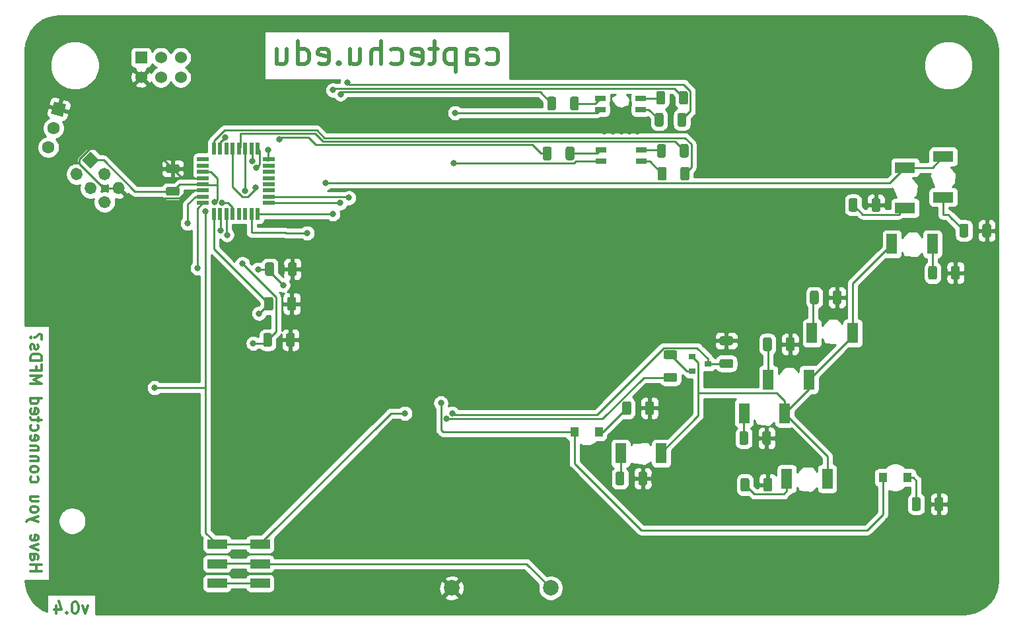
<source format=gbl>
%TF.GenerationSoftware,KiCad,Pcbnew,5.1.10-88a1d61d58~88~ubuntu20.04.1*%
%TF.CreationDate,2021-06-09T14:37:20-04:00*%
%TF.ProjectId,avBadge_2021,61764261-6467-4655-9f32-3032312e6b69,rev?*%
%TF.SameCoordinates,Original*%
%TF.FileFunction,Copper,L2,Bot*%
%TF.FilePolarity,Positive*%
%FSLAX46Y46*%
G04 Gerber Fmt 4.6, Leading zero omitted, Abs format (unit mm)*
G04 Created by KiCad (PCBNEW 5.1.10-88a1d61d58~88~ubuntu20.04.1) date 2021-06-09 14:37:20*
%MOMM*%
%LPD*%
G01*
G04 APERTURE LIST*
%TA.AperFunction,NonConductor*%
%ADD10C,0.300000*%
%TD*%
%TA.AperFunction,NonConductor*%
%ADD11C,0.500000*%
%TD*%
%TA.AperFunction,SMDPad,CuDef*%
%ADD12R,1.400000X2.600000*%
%TD*%
%TA.AperFunction,SMDPad,CuDef*%
%ADD13R,2.500000X1.200000*%
%TD*%
%TA.AperFunction,ComponentPad*%
%ADD14C,2.000000*%
%TD*%
%TA.AperFunction,ComponentPad*%
%ADD15C,0.100000*%
%TD*%
%TA.AperFunction,ComponentPad*%
%ADD16C,1.600000*%
%TD*%
%TA.AperFunction,SMDPad,CuDef*%
%ADD17R,0.550000X1.500000*%
%TD*%
%TA.AperFunction,SMDPad,CuDef*%
%ADD18R,1.500000X0.550000*%
%TD*%
%TA.AperFunction,SMDPad,CuDef*%
%ADD19R,1.080000X1.250000*%
%TD*%
%TA.AperFunction,SMDPad,CuDef*%
%ADD20R,0.900000X0.800000*%
%TD*%
%TA.AperFunction,SMDPad,CuDef*%
%ADD21R,1.400000X0.800000*%
%TD*%
%TA.AperFunction,SMDPad,CuDef*%
%ADD22R,2.600000X1.400000*%
%TD*%
%TA.AperFunction,ComponentPad*%
%ADD23R,1.524000X1.524000*%
%TD*%
%TA.AperFunction,ComponentPad*%
%ADD24C,1.524000*%
%TD*%
%TA.AperFunction,ViaPad*%
%ADD25C,0.800000*%
%TD*%
%TA.AperFunction,Conductor*%
%ADD26C,0.254000*%
%TD*%
%TA.AperFunction,Conductor*%
%ADD27C,0.250000*%
%TD*%
%TA.AperFunction,Conductor*%
%ADD28C,0.100000*%
%TD*%
G04 APERTURE END LIST*
D10*
X89278068Y-137891051D02*
X90778068Y-137891051D01*
X90063782Y-137891051D02*
X90063782Y-137033908D01*
X89278068Y-137033908D02*
X90778068Y-137033908D01*
X89278068Y-135676765D02*
X90063782Y-135676765D01*
X90206640Y-135748194D01*
X90278068Y-135891051D01*
X90278068Y-136176765D01*
X90206640Y-136319622D01*
X89349497Y-135676765D02*
X89278068Y-135819622D01*
X89278068Y-136176765D01*
X89349497Y-136319622D01*
X89492354Y-136391051D01*
X89635211Y-136391051D01*
X89778068Y-136319622D01*
X89849497Y-136176765D01*
X89849497Y-135819622D01*
X89920925Y-135676765D01*
X90278068Y-135105337D02*
X89278068Y-134748194D01*
X90278068Y-134391051D01*
X89349497Y-133248194D02*
X89278068Y-133391051D01*
X89278068Y-133676765D01*
X89349497Y-133819622D01*
X89492354Y-133891051D01*
X90063782Y-133891051D01*
X90206640Y-133819622D01*
X90278068Y-133676765D01*
X90278068Y-133391051D01*
X90206640Y-133248194D01*
X90063782Y-133176765D01*
X89920925Y-133176765D01*
X89778068Y-133891051D01*
X90278068Y-131533908D02*
X89278068Y-131176765D01*
X90278068Y-130819622D02*
X89278068Y-131176765D01*
X88920925Y-131319622D01*
X88849497Y-131391051D01*
X88778068Y-131533908D01*
X89278068Y-130033908D02*
X89349497Y-130176765D01*
X89420925Y-130248194D01*
X89563782Y-130319622D01*
X89992354Y-130319622D01*
X90135211Y-130248194D01*
X90206640Y-130176765D01*
X90278068Y-130033908D01*
X90278068Y-129819622D01*
X90206640Y-129676765D01*
X90135211Y-129605337D01*
X89992354Y-129533908D01*
X89563782Y-129533908D01*
X89420925Y-129605337D01*
X89349497Y-129676765D01*
X89278068Y-129819622D01*
X89278068Y-130033908D01*
X90278068Y-128248194D02*
X89278068Y-128248194D01*
X90278068Y-128891051D02*
X89492354Y-128891051D01*
X89349497Y-128819622D01*
X89278068Y-128676765D01*
X89278068Y-128462480D01*
X89349497Y-128319622D01*
X89420925Y-128248194D01*
X89349497Y-125748194D02*
X89278068Y-125891051D01*
X89278068Y-126176765D01*
X89349497Y-126319622D01*
X89420925Y-126391051D01*
X89563782Y-126462480D01*
X89992354Y-126462480D01*
X90135211Y-126391051D01*
X90206640Y-126319622D01*
X90278068Y-126176765D01*
X90278068Y-125891051D01*
X90206640Y-125748194D01*
X89278068Y-124891051D02*
X89349497Y-125033908D01*
X89420925Y-125105337D01*
X89563782Y-125176765D01*
X89992354Y-125176765D01*
X90135211Y-125105337D01*
X90206640Y-125033908D01*
X90278068Y-124891051D01*
X90278068Y-124676765D01*
X90206640Y-124533908D01*
X90135211Y-124462480D01*
X89992354Y-124391051D01*
X89563782Y-124391051D01*
X89420925Y-124462480D01*
X89349497Y-124533908D01*
X89278068Y-124676765D01*
X89278068Y-124891051D01*
X90278068Y-123748194D02*
X89278068Y-123748194D01*
X90135211Y-123748194D02*
X90206640Y-123676765D01*
X90278068Y-123533908D01*
X90278068Y-123319622D01*
X90206640Y-123176765D01*
X90063782Y-123105337D01*
X89278068Y-123105337D01*
X90278068Y-122391051D02*
X89278068Y-122391051D01*
X90135211Y-122391051D02*
X90206640Y-122319622D01*
X90278068Y-122176765D01*
X90278068Y-121962480D01*
X90206640Y-121819622D01*
X90063782Y-121748194D01*
X89278068Y-121748194D01*
X89349497Y-120462480D02*
X89278068Y-120605337D01*
X89278068Y-120891051D01*
X89349497Y-121033908D01*
X89492354Y-121105337D01*
X90063782Y-121105337D01*
X90206640Y-121033908D01*
X90278068Y-120891051D01*
X90278068Y-120605337D01*
X90206640Y-120462480D01*
X90063782Y-120391051D01*
X89920925Y-120391051D01*
X89778068Y-121105337D01*
X89349497Y-119105337D02*
X89278068Y-119248194D01*
X89278068Y-119533908D01*
X89349497Y-119676765D01*
X89420925Y-119748194D01*
X89563782Y-119819622D01*
X89992354Y-119819622D01*
X90135211Y-119748194D01*
X90206640Y-119676765D01*
X90278068Y-119533908D01*
X90278068Y-119248194D01*
X90206640Y-119105337D01*
X90278068Y-118676765D02*
X90278068Y-118105337D01*
X90778068Y-118462480D02*
X89492354Y-118462480D01*
X89349497Y-118391051D01*
X89278068Y-118248194D01*
X89278068Y-118105337D01*
X89349497Y-117033908D02*
X89278068Y-117176765D01*
X89278068Y-117462480D01*
X89349497Y-117605337D01*
X89492354Y-117676765D01*
X90063782Y-117676765D01*
X90206640Y-117605337D01*
X90278068Y-117462480D01*
X90278068Y-117176765D01*
X90206640Y-117033908D01*
X90063782Y-116962480D01*
X89920925Y-116962480D01*
X89778068Y-117676765D01*
X89278068Y-115676765D02*
X90778068Y-115676765D01*
X89349497Y-115676765D02*
X89278068Y-115819622D01*
X89278068Y-116105337D01*
X89349497Y-116248194D01*
X89420925Y-116319622D01*
X89563782Y-116391051D01*
X89992354Y-116391051D01*
X90135211Y-116319622D01*
X90206640Y-116248194D01*
X90278068Y-116105337D01*
X90278068Y-115819622D01*
X90206640Y-115676765D01*
X89278068Y-113819622D02*
X90778068Y-113819622D01*
X89706640Y-113319622D01*
X90778068Y-112819622D01*
X89278068Y-112819622D01*
X90063782Y-111605337D02*
X90063782Y-112105337D01*
X89278068Y-112105337D02*
X90778068Y-112105337D01*
X90778068Y-111391051D01*
X89278068Y-110819622D02*
X90778068Y-110819622D01*
X90778068Y-110462480D01*
X90706640Y-110248194D01*
X90563782Y-110105337D01*
X90420925Y-110033908D01*
X90135211Y-109962480D01*
X89920925Y-109962480D01*
X89635211Y-110033908D01*
X89492354Y-110105337D01*
X89349497Y-110248194D01*
X89278068Y-110462480D01*
X89278068Y-110819622D01*
X89349497Y-109391051D02*
X89278068Y-109248194D01*
X89278068Y-108962480D01*
X89349497Y-108819622D01*
X89492354Y-108748194D01*
X89563782Y-108748194D01*
X89706640Y-108819622D01*
X89778068Y-108962480D01*
X89778068Y-109176765D01*
X89849497Y-109319622D01*
X89992354Y-109391051D01*
X90063782Y-109391051D01*
X90206640Y-109319622D01*
X90278068Y-109176765D01*
X90278068Y-108962480D01*
X90206640Y-108819622D01*
X89420925Y-107891051D02*
X89349497Y-107819622D01*
X89278068Y-107891051D01*
X89349497Y-107962480D01*
X89420925Y-107891051D01*
X89278068Y-107891051D01*
X90706640Y-108176765D02*
X90778068Y-108033908D01*
X90778068Y-107676765D01*
X90706640Y-107533908D01*
X90563782Y-107462480D01*
X90420925Y-107462480D01*
X90278068Y-107533908D01*
X90206640Y-107605337D01*
X90135211Y-107748194D01*
X90063782Y-107819622D01*
X89920925Y-107891051D01*
X89849497Y-107891051D01*
D11*
X147847982Y-72715285D02*
X148133697Y-72858142D01*
X148705125Y-72858142D01*
X148990840Y-72715285D01*
X149133697Y-72572428D01*
X149276554Y-72286714D01*
X149276554Y-71429571D01*
X149133697Y-71143857D01*
X148990840Y-71001000D01*
X148705125Y-70858142D01*
X148133697Y-70858142D01*
X147847982Y-71001000D01*
X145276554Y-72858142D02*
X145276554Y-71286714D01*
X145419411Y-71001000D01*
X145705125Y-70858142D01*
X146276554Y-70858142D01*
X146562268Y-71001000D01*
X145276554Y-72715285D02*
X145562268Y-72858142D01*
X146276554Y-72858142D01*
X146562268Y-72715285D01*
X146705125Y-72429571D01*
X146705125Y-72143857D01*
X146562268Y-71858142D01*
X146276554Y-71715285D01*
X145562268Y-71715285D01*
X145276554Y-71572428D01*
X143847982Y-70858142D02*
X143847982Y-73858142D01*
X143847982Y-71001000D02*
X143562268Y-70858142D01*
X142990840Y-70858142D01*
X142705125Y-71001000D01*
X142562268Y-71143857D01*
X142419411Y-71429571D01*
X142419411Y-72286714D01*
X142562268Y-72572428D01*
X142705125Y-72715285D01*
X142990840Y-72858142D01*
X143562268Y-72858142D01*
X143847982Y-72715285D01*
X141562268Y-70858142D02*
X140419411Y-70858142D01*
X141133697Y-69858142D02*
X141133697Y-72429571D01*
X140990840Y-72715285D01*
X140705125Y-72858142D01*
X140419411Y-72858142D01*
X138276554Y-72715285D02*
X138562268Y-72858142D01*
X139133697Y-72858142D01*
X139419411Y-72715285D01*
X139562268Y-72429571D01*
X139562268Y-71286714D01*
X139419411Y-71001000D01*
X139133697Y-70858142D01*
X138562268Y-70858142D01*
X138276554Y-71001000D01*
X138133697Y-71286714D01*
X138133697Y-71572428D01*
X139562268Y-71858142D01*
X135562268Y-72715285D02*
X135847982Y-72858142D01*
X136419411Y-72858142D01*
X136705125Y-72715285D01*
X136847982Y-72572428D01*
X136990840Y-72286714D01*
X136990840Y-71429571D01*
X136847982Y-71143857D01*
X136705125Y-71001000D01*
X136419411Y-70858142D01*
X135847982Y-70858142D01*
X135562268Y-71001000D01*
X134276554Y-72858142D02*
X134276554Y-69858142D01*
X132990840Y-72858142D02*
X132990840Y-71286714D01*
X133133697Y-71001000D01*
X133419411Y-70858142D01*
X133847982Y-70858142D01*
X134133697Y-71001000D01*
X134276554Y-71143857D01*
X130276554Y-70858142D02*
X130276554Y-72858142D01*
X131562268Y-70858142D02*
X131562268Y-72429571D01*
X131419411Y-72715285D01*
X131133697Y-72858142D01*
X130705125Y-72858142D01*
X130419411Y-72715285D01*
X130276554Y-72572428D01*
X128847982Y-72572428D02*
X128705125Y-72715285D01*
X128847982Y-72858142D01*
X128990840Y-72715285D01*
X128847982Y-72572428D01*
X128847982Y-72858142D01*
X126276554Y-72715285D02*
X126562268Y-72858142D01*
X127133697Y-72858142D01*
X127419411Y-72715285D01*
X127562268Y-72429571D01*
X127562268Y-71286714D01*
X127419411Y-71001000D01*
X127133697Y-70858142D01*
X126562268Y-70858142D01*
X126276554Y-71001000D01*
X126133697Y-71286714D01*
X126133697Y-71572428D01*
X127562268Y-71858142D01*
X123562268Y-72858142D02*
X123562268Y-69858142D01*
X123562268Y-72715285D02*
X123847982Y-72858142D01*
X124419411Y-72858142D01*
X124705125Y-72715285D01*
X124847982Y-72572428D01*
X124990840Y-72286714D01*
X124990840Y-71429571D01*
X124847982Y-71143857D01*
X124705125Y-71001000D01*
X124419411Y-70858142D01*
X123847982Y-70858142D01*
X123562268Y-71001000D01*
X120847982Y-70858142D02*
X120847982Y-72858142D01*
X122133697Y-70858142D02*
X122133697Y-72429571D01*
X121990840Y-72715285D01*
X121705125Y-72858142D01*
X121276554Y-72858142D01*
X120990840Y-72715285D01*
X120847982Y-72572428D01*
D10*
X96676577Y-142279251D02*
X96319434Y-143279251D01*
X95962291Y-142279251D01*
X95105148Y-141779251D02*
X94962291Y-141779251D01*
X94819434Y-141850680D01*
X94748005Y-141922108D01*
X94676577Y-142064965D01*
X94605148Y-142350680D01*
X94605148Y-142707822D01*
X94676577Y-142993537D01*
X94748005Y-143136394D01*
X94819434Y-143207822D01*
X94962291Y-143279251D01*
X95105148Y-143279251D01*
X95248005Y-143207822D01*
X95319434Y-143136394D01*
X95390862Y-142993537D01*
X95462291Y-142707822D01*
X95462291Y-142350680D01*
X95390862Y-142064965D01*
X95319434Y-141922108D01*
X95248005Y-141850680D01*
X95105148Y-141779251D01*
X93962291Y-143136394D02*
X93890862Y-143207822D01*
X93962291Y-143279251D01*
X94033720Y-143207822D01*
X93962291Y-143136394D01*
X93962291Y-143279251D01*
X92605148Y-142279251D02*
X92605148Y-143279251D01*
X92962291Y-141707822D02*
X93319434Y-142779251D01*
X92390862Y-142779251D01*
D12*
%TO.P,D8,2*%
%TO.N,Net-(D10-Pad2)*%
X199737360Y-95895160D03*
%TO.P,D8,1*%
%TO.N,Net-(D8-Pad1)*%
X204937360Y-95895160D03*
%TD*%
%TO.P,D6,1*%
%TO.N,Net-(D6-Pad1)*%
X186270280Y-125994160D03*
%TO.P,D6,2*%
%TO.N,Net-(D10-Pad2)*%
X191470280Y-125994160D03*
%TD*%
%TO.P,D7,1*%
%TO.N,Net-(D7-Pad1)*%
X164980000Y-122737880D03*
%TO.P,D7,2*%
%TO.N,Net-(D10-Pad2)*%
X170180000Y-122737880D03*
%TD*%
D13*
%TO.P,SW1,3*%
%TO.N,Net-(SW1-Pad3)*%
X113231480Y-139390760D03*
%TO.P,SW1,2*%
%TO.N,Net-(BT1-Pad1)*%
X113231480Y-136890760D03*
%TO.P,SW1,1*%
%TO.N,VCC*%
X113231480Y-134390760D03*
%TO.P,SW1,3*%
%TO.N,Net-(SW1-Pad3)*%
X118731480Y-139390760D03*
%TO.P,SW1,2*%
%TO.N,Net-(BT1-Pad1)*%
X118731480Y-136890760D03*
%TO.P,SW1,1*%
%TO.N,VCC*%
X118731480Y-134390760D03*
%TD*%
D14*
%TO.P,BT1,2*%
%TO.N,GND*%
X143305520Y-140004800D03*
%TO.P,BT1,1*%
%TO.N,Net-(BT1-Pad1)*%
X156005520Y-140004800D03*
%TD*%
%TA.AperFunction,ComponentPad*%
D15*
%TO.P,P1,3*%
%TO.N,GND*%
G36*
X93491125Y-79582824D02*
G01*
X91945644Y-79168713D01*
X92359755Y-77623232D01*
X93905236Y-78037343D01*
X93491125Y-79582824D01*
G37*
%TD.AperFunction*%
D16*
%TO.P,P1,2*%
%TO.N,Net-(P1-Pad2)*%
X92268040Y-81056480D03*
%TO.P,P1,1*%
%TO.N,Net-(P1-Pad1)*%
X91610640Y-83509932D03*
%TD*%
D17*
%TO.P,U1,32*%
%TO.N,Net-(R9-Pad2)*%
X112836040Y-92043360D03*
%TO.P,U1,31*%
%TO.N,Net-(P1-Pad1)*%
X113636040Y-92043360D03*
%TO.P,U1,30*%
%TO.N,Net-(P1-Pad2)*%
X114436040Y-92043360D03*
%TO.P,U1,29*%
%TO.N,Net-(J1-Pad5)*%
X115236040Y-92043360D03*
%TO.P,U1,28*%
%TO.N,Net-(U1-Pad28)*%
X116036040Y-92043360D03*
%TO.P,U1,27*%
%TO.N,Net-(U1-Pad27)*%
X116836040Y-92043360D03*
%TO.P,U1,26*%
%TO.N,Net-(D3-Pad2)*%
X117636040Y-92043360D03*
%TO.P,U1,25*%
%TO.N,Net-(R5-Pad1)*%
X118436040Y-92043360D03*
D18*
%TO.P,U1,24*%
%TO.N,Net-(R3-Pad1)*%
X119836040Y-90643360D03*
%TO.P,U1,23*%
%TO.N,Net-(R1-Pad1)*%
X119836040Y-89843360D03*
%TO.P,U1,22*%
%TO.N,Net-(U1-Pad22)*%
X119836040Y-89043360D03*
%TO.P,U1,21*%
%TO.N,Net-(U1-Pad21)*%
X119836040Y-88243360D03*
%TO.P,U1,20*%
%TO.N,Net-(U1-Pad20)*%
X119836040Y-87443360D03*
%TO.P,U1,19*%
%TO.N,Net-(U1-Pad19)*%
X119836040Y-86643360D03*
%TO.P,U1,18*%
%TO.N,Net-(U1-Pad18)*%
X119836040Y-85843360D03*
%TO.P,U1,17*%
%TO.N,Net-(J1-Pad3)*%
X119836040Y-85043360D03*
D17*
%TO.P,U1,16*%
%TO.N,Net-(J1-Pad1)*%
X118436040Y-83643360D03*
%TO.P,U1,15*%
%TO.N,Net-(J1-Pad4)*%
X117636040Y-83643360D03*
%TO.P,U1,14*%
%TO.N,Net-(R13-Pad2)*%
X116836040Y-83643360D03*
%TO.P,U1,13*%
%TO.N,Net-(R6-Pad1)*%
X116036040Y-83643360D03*
%TO.P,U1,12*%
%TO.N,Net-(D4-Pad2)*%
X115236040Y-83643360D03*
%TO.P,U1,11*%
%TO.N,Net-(U1-Pad11)*%
X114436040Y-83643360D03*
%TO.P,U1,10*%
%TO.N,Net-(R4-Pad1)*%
X113636040Y-83643360D03*
D18*
%TO.P,U1,8*%
%TO.N,Net-(U1-Pad8)*%
X111436040Y-85043360D03*
%TO.P,U1,7*%
%TO.N,Net-(U1-Pad7)*%
X111436040Y-85843360D03*
%TO.P,U1,6*%
%TO.N,VCC*%
X111436040Y-86643360D03*
%TO.P,U1,5*%
%TO.N,GND*%
X111436040Y-87443360D03*
%TO.P,U1,4*%
%TO.N,VCC*%
X111436040Y-88243360D03*
%TO.P,U1,3*%
%TO.N,GND*%
X111436040Y-89043360D03*
%TO.P,U1,2*%
%TO.N,Net-(R7-Pad2)*%
X111436040Y-89843360D03*
%TO.P,U1,1*%
%TO.N,Net-(R12-Pad2)*%
X111436040Y-90643360D03*
D17*
%TO.P,U1,9*%
%TO.N,Net-(R2-Pad1)*%
X112836040Y-83643360D03*
%TD*%
D19*
%TO.P,D5,2*%
%TO.N,Net-(D3-Pad2)*%
X159043760Y-119969280D03*
%TO.P,D5,1*%
%TO.N,Net-(D5-Pad1)*%
X162163760Y-119969280D03*
%TD*%
%TO.P,C1,2*%
%TO.N,GND*%
%TA.AperFunction,SMDPad,CuDef*%
G36*
G01*
X108173681Y-86796580D02*
X106923679Y-86796580D01*
G75*
G02*
X106673680Y-86546581I0J249999D01*
G01*
X106673680Y-85921579D01*
G75*
G02*
X106923679Y-85671580I249999J0D01*
G01*
X108173681Y-85671580D01*
G75*
G02*
X108423680Y-85921579I0J-249999D01*
G01*
X108423680Y-86546581D01*
G75*
G02*
X108173681Y-86796580I-249999J0D01*
G01*
G37*
%TD.AperFunction*%
%TO.P,C1,1*%
%TO.N,VCC*%
%TA.AperFunction,SMDPad,CuDef*%
G36*
G01*
X108173681Y-89721580D02*
X106923679Y-89721580D01*
G75*
G02*
X106673680Y-89471581I0J249999D01*
G01*
X106673680Y-88846579D01*
G75*
G02*
X106923679Y-88596580I249999J0D01*
G01*
X108173681Y-88596580D01*
G75*
G02*
X108423680Y-88846579I0J-249999D01*
G01*
X108423680Y-89471581D01*
G75*
G02*
X108173681Y-89721580I-249999J0D01*
G01*
G37*
%TD.AperFunction*%
%TD*%
%TO.P,C2,2*%
%TO.N,GND*%
%TA.AperFunction,SMDPad,CuDef*%
G36*
G01*
X179151441Y-108863020D02*
X177901439Y-108863020D01*
G75*
G02*
X177651440Y-108613021I0J249999D01*
G01*
X177651440Y-107988019D01*
G75*
G02*
X177901439Y-107738020I249999J0D01*
G01*
X179151441Y-107738020D01*
G75*
G02*
X179401440Y-107988019I0J-249999D01*
G01*
X179401440Y-108613021D01*
G75*
G02*
X179151441Y-108863020I-249999J0D01*
G01*
G37*
%TD.AperFunction*%
%TO.P,C2,1*%
%TO.N,VCC*%
%TA.AperFunction,SMDPad,CuDef*%
G36*
G01*
X179151441Y-111788020D02*
X177901439Y-111788020D01*
G75*
G02*
X177651440Y-111538021I0J249999D01*
G01*
X177651440Y-110913019D01*
G75*
G02*
X177901439Y-110663020I249999J0D01*
G01*
X179151441Y-110663020D01*
G75*
G02*
X179401440Y-110913019I0J-249999D01*
G01*
X179401440Y-111538021D01*
G75*
G02*
X179151441Y-111788020I-249999J0D01*
G01*
G37*
%TD.AperFunction*%
%TD*%
%TO.P,D3,2*%
%TO.N,Net-(D3-Pad2)*%
X198617400Y-125846840D03*
%TO.P,D3,1*%
%TO.N,Net-(D3-Pad1)*%
X201737400Y-125846840D03*
%TD*%
%TO.P,J1,6*%
%TO.N,GND*%
%TA.AperFunction,ComponentPad*%
G36*
G01*
X100044258Y-89303125D02*
X100044258Y-89303125D01*
G75*
G02*
X100044258Y-88171755I565685J565685D01*
G01*
X100044258Y-88171755D01*
G75*
G02*
X101175628Y-88171755I565685J-565685D01*
G01*
X101175628Y-88171755D01*
G75*
G02*
X101175628Y-89303125I-565685J-565685D01*
G01*
X101175628Y-89303125D01*
G75*
G02*
X100044258Y-89303125I-565685J565685D01*
G01*
G37*
%TD.AperFunction*%
%TO.P,J1,5*%
%TO.N,Net-(J1-Pad5)*%
%TA.AperFunction,ComponentPad*%
G36*
G01*
X98248206Y-91099176D02*
X98248206Y-91099176D01*
G75*
G02*
X98248206Y-89967806I565685J565685D01*
G01*
X98248206Y-89967806D01*
G75*
G02*
X99379576Y-89967806I565685J-565685D01*
G01*
X99379576Y-89967806D01*
G75*
G02*
X99379576Y-91099176I-565685J-565685D01*
G01*
X99379576Y-91099176D01*
G75*
G02*
X98248206Y-91099176I-565685J565685D01*
G01*
G37*
%TD.AperFunction*%
%TO.P,J1,4*%
%TO.N,Net-(J1-Pad4)*%
%TA.AperFunction,ComponentPad*%
G36*
G01*
X98248206Y-87507074D02*
X98248206Y-87507074D01*
G75*
G02*
X98248206Y-86375704I565685J565685D01*
G01*
X98248206Y-86375704D01*
G75*
G02*
X99379576Y-86375704I565685J-565685D01*
G01*
X99379576Y-86375704D01*
G75*
G02*
X99379576Y-87507074I-565685J-565685D01*
G01*
X99379576Y-87507074D01*
G75*
G02*
X98248206Y-87507074I-565685J565685D01*
G01*
G37*
%TD.AperFunction*%
%TO.P,J1,3*%
%TO.N,Net-(J1-Pad3)*%
%TA.AperFunction,ComponentPad*%
G36*
G01*
X96452155Y-89303125D02*
X96452155Y-89303125D01*
G75*
G02*
X96452155Y-88171755I565685J565685D01*
G01*
X96452155Y-88171755D01*
G75*
G02*
X97583525Y-88171755I565685J-565685D01*
G01*
X97583525Y-88171755D01*
G75*
G02*
X97583525Y-89303125I-565685J-565685D01*
G01*
X97583525Y-89303125D01*
G75*
G02*
X96452155Y-89303125I-565685J565685D01*
G01*
G37*
%TD.AperFunction*%
%TA.AperFunction,ComponentPad*%
D15*
%TO.P,J1,2*%
%TO.N,VCC*%
G36*
X97017840Y-86276709D02*
G01*
X95886469Y-85145338D01*
X97017840Y-84013967D01*
X98149211Y-85145338D01*
X97017840Y-86276709D01*
G37*
%TD.AperFunction*%
%TO.P,J1,1*%
%TO.N,Net-(J1-Pad1)*%
%TA.AperFunction,ComponentPad*%
G36*
G01*
X94656104Y-87507074D02*
X94656104Y-87507074D01*
G75*
G02*
X94656104Y-86375704I565685J565685D01*
G01*
X94656104Y-86375704D01*
G75*
G02*
X95787474Y-86375704I565685J-565685D01*
G01*
X95787474Y-86375704D01*
G75*
G02*
X95787474Y-87507074I-565685J-565685D01*
G01*
X95787474Y-87507074D01*
G75*
G02*
X94656104Y-87507074I-565685J565685D01*
G01*
G37*
%TD.AperFunction*%
%TD*%
%TO.P,R2,2*%
%TO.N,Net-(D2-Pad1)*%
%TA.AperFunction,SMDPad,CuDef*%
G36*
G01*
X170839020Y-86263319D02*
X170839020Y-87513321D01*
G75*
G02*
X170589021Y-87763320I-249999J0D01*
G01*
X169964019Y-87763320D01*
G75*
G02*
X169714020Y-87513321I0J249999D01*
G01*
X169714020Y-86263319D01*
G75*
G02*
X169964019Y-86013320I249999J0D01*
G01*
X170589021Y-86013320D01*
G75*
G02*
X170839020Y-86263319I0J-249999D01*
G01*
G37*
%TD.AperFunction*%
%TO.P,R2,1*%
%TO.N,Net-(R2-Pad1)*%
%TA.AperFunction,SMDPad,CuDef*%
G36*
G01*
X173764020Y-86263319D02*
X173764020Y-87513321D01*
G75*
G02*
X173514021Y-87763320I-249999J0D01*
G01*
X172889019Y-87763320D01*
G75*
G02*
X172639020Y-87513321I0J249999D01*
G01*
X172639020Y-86263319D01*
G75*
G02*
X172889019Y-86013320I249999J0D01*
G01*
X173514021Y-86013320D01*
G75*
G02*
X173764020Y-86263319I0J-249999D01*
G01*
G37*
%TD.AperFunction*%
%TD*%
%TO.P,R1,2*%
%TO.N,Net-(D1-Pad1)*%
%TA.AperFunction,SMDPad,CuDef*%
G36*
G01*
X170463100Y-79344359D02*
X170463100Y-80594361D01*
G75*
G02*
X170213101Y-80844360I-249999J0D01*
G01*
X169588099Y-80844360D01*
G75*
G02*
X169338100Y-80594361I0J249999D01*
G01*
X169338100Y-79344359D01*
G75*
G02*
X169588099Y-79094360I249999J0D01*
G01*
X170213101Y-79094360D01*
G75*
G02*
X170463100Y-79344359I0J-249999D01*
G01*
G37*
%TD.AperFunction*%
%TO.P,R1,1*%
%TO.N,Net-(R1-Pad1)*%
%TA.AperFunction,SMDPad,CuDef*%
G36*
G01*
X173388100Y-79344359D02*
X173388100Y-80594361D01*
G75*
G02*
X173138101Y-80844360I-249999J0D01*
G01*
X172513099Y-80844360D01*
G75*
G02*
X172263100Y-80594361I0J249999D01*
G01*
X172263100Y-79344359D01*
G75*
G02*
X172513099Y-79094360I249999J0D01*
G01*
X173138101Y-79094360D01*
G75*
G02*
X173388100Y-79344359I0J-249999D01*
G01*
G37*
%TD.AperFunction*%
%TD*%
%TO.P,R4,2*%
%TO.N,Net-(D2-Pad3)*%
%TA.AperFunction,SMDPad,CuDef*%
G36*
G01*
X157919800Y-84912361D02*
X157919800Y-83662359D01*
G75*
G02*
X158169799Y-83412360I249999J0D01*
G01*
X158794801Y-83412360D01*
G75*
G02*
X159044800Y-83662359I0J-249999D01*
G01*
X159044800Y-84912361D01*
G75*
G02*
X158794801Y-85162360I-249999J0D01*
G01*
X158169799Y-85162360D01*
G75*
G02*
X157919800Y-84912361I0J249999D01*
G01*
G37*
%TD.AperFunction*%
%TO.P,R4,1*%
%TO.N,Net-(R4-Pad1)*%
%TA.AperFunction,SMDPad,CuDef*%
G36*
G01*
X154994800Y-84912361D02*
X154994800Y-83662359D01*
G75*
G02*
X155244799Y-83412360I249999J0D01*
G01*
X155869801Y-83412360D01*
G75*
G02*
X156119800Y-83662359I0J-249999D01*
G01*
X156119800Y-84912361D01*
G75*
G02*
X155869801Y-85162360I-249999J0D01*
G01*
X155244799Y-85162360D01*
G75*
G02*
X154994800Y-84912361I0J249999D01*
G01*
G37*
%TD.AperFunction*%
%TD*%
%TO.P,R3,2*%
%TO.N,Net-(D1-Pad3)*%
%TA.AperFunction,SMDPad,CuDef*%
G36*
G01*
X158493840Y-78516641D02*
X158493840Y-77266639D01*
G75*
G02*
X158743839Y-77016640I249999J0D01*
G01*
X159368841Y-77016640D01*
G75*
G02*
X159618840Y-77266639I0J-249999D01*
G01*
X159618840Y-78516641D01*
G75*
G02*
X159368841Y-78766640I-249999J0D01*
G01*
X158743839Y-78766640D01*
G75*
G02*
X158493840Y-78516641I0J249999D01*
G01*
G37*
%TD.AperFunction*%
%TO.P,R3,1*%
%TO.N,Net-(R3-Pad1)*%
%TA.AperFunction,SMDPad,CuDef*%
G36*
G01*
X155568840Y-78516641D02*
X155568840Y-77266639D01*
G75*
G02*
X155818839Y-77016640I249999J0D01*
G01*
X156443841Y-77016640D01*
G75*
G02*
X156693840Y-77266639I0J-249999D01*
G01*
X156693840Y-78516641D01*
G75*
G02*
X156443841Y-78766640I-249999J0D01*
G01*
X155818839Y-78766640D01*
G75*
G02*
X155568840Y-78516641I0J249999D01*
G01*
G37*
%TD.AperFunction*%
%TD*%
%TO.P,R6,2*%
%TO.N,Net-(D2-Pad4)*%
%TA.AperFunction,SMDPad,CuDef*%
G36*
G01*
X170767900Y-83337239D02*
X170767900Y-84587241D01*
G75*
G02*
X170517901Y-84837240I-249999J0D01*
G01*
X169892899Y-84837240D01*
G75*
G02*
X169642900Y-84587241I0J249999D01*
G01*
X169642900Y-83337239D01*
G75*
G02*
X169892899Y-83087240I249999J0D01*
G01*
X170517901Y-83087240D01*
G75*
G02*
X170767900Y-83337239I0J-249999D01*
G01*
G37*
%TD.AperFunction*%
%TO.P,R6,1*%
%TO.N,Net-(R6-Pad1)*%
%TA.AperFunction,SMDPad,CuDef*%
G36*
G01*
X173692900Y-83337239D02*
X173692900Y-84587241D01*
G75*
G02*
X173442901Y-84837240I-249999J0D01*
G01*
X172817899Y-84837240D01*
G75*
G02*
X172567900Y-84587241I0J249999D01*
G01*
X172567900Y-83337239D01*
G75*
G02*
X172817899Y-83087240I249999J0D01*
G01*
X173442901Y-83087240D01*
G75*
G02*
X173692900Y-83337239I0J-249999D01*
G01*
G37*
%TD.AperFunction*%
%TD*%
%TO.P,R5,2*%
%TO.N,Net-(D1-Pad4)*%
%TA.AperFunction,SMDPad,CuDef*%
G36*
G01*
X170666300Y-76535119D02*
X170666300Y-77785121D01*
G75*
G02*
X170416301Y-78035120I-249999J0D01*
G01*
X169791299Y-78035120D01*
G75*
G02*
X169541300Y-77785121I0J249999D01*
G01*
X169541300Y-76535119D01*
G75*
G02*
X169791299Y-76285120I249999J0D01*
G01*
X170416301Y-76285120D01*
G75*
G02*
X170666300Y-76535119I0J-249999D01*
G01*
G37*
%TD.AperFunction*%
%TO.P,R5,1*%
%TO.N,Net-(R5-Pad1)*%
%TA.AperFunction,SMDPad,CuDef*%
G36*
G01*
X173591300Y-76535119D02*
X173591300Y-77785121D01*
G75*
G02*
X173341301Y-78035120I-249999J0D01*
G01*
X172716299Y-78035120D01*
G75*
G02*
X172466300Y-77785121I0J249999D01*
G01*
X172466300Y-76535119D01*
G75*
G02*
X172716299Y-76285120I249999J0D01*
G01*
X173341301Y-76285120D01*
G75*
G02*
X173591300Y-76535119I0J-249999D01*
G01*
G37*
%TD.AperFunction*%
%TD*%
%TO.P,R8,2*%
%TO.N,GND*%
%TA.AperFunction,SMDPad,CuDef*%
G36*
G01*
X205223220Y-129870361D02*
X205223220Y-128620359D01*
G75*
G02*
X205473219Y-128370360I249999J0D01*
G01*
X206098221Y-128370360D01*
G75*
G02*
X206348220Y-128620359I0J-249999D01*
G01*
X206348220Y-129870361D01*
G75*
G02*
X206098221Y-130120360I-249999J0D01*
G01*
X205473219Y-130120360D01*
G75*
G02*
X205223220Y-129870361I0J249999D01*
G01*
G37*
%TD.AperFunction*%
%TO.P,R8,1*%
%TO.N,Net-(D3-Pad1)*%
%TA.AperFunction,SMDPad,CuDef*%
G36*
G01*
X202298220Y-129870361D02*
X202298220Y-128620359D01*
G75*
G02*
X202548219Y-128370360I249999J0D01*
G01*
X203173221Y-128370360D01*
G75*
G02*
X203423220Y-128620359I0J-249999D01*
G01*
X203423220Y-129870361D01*
G75*
G02*
X203173221Y-130120360I-249999J0D01*
G01*
X202548219Y-130120360D01*
G75*
G02*
X202298220Y-129870361I0J249999D01*
G01*
G37*
%TD.AperFunction*%
%TD*%
%TO.P,R10,2*%
%TO.N,GND*%
%TA.AperFunction,SMDPad,CuDef*%
G36*
G01*
X168118900Y-117561521D02*
X168118900Y-116311519D01*
G75*
G02*
X168368899Y-116061520I249999J0D01*
G01*
X168993901Y-116061520D01*
G75*
G02*
X169243900Y-116311519I0J-249999D01*
G01*
X169243900Y-117561521D01*
G75*
G02*
X168993901Y-117811520I-249999J0D01*
G01*
X168368899Y-117811520D01*
G75*
G02*
X168118900Y-117561521I0J249999D01*
G01*
G37*
%TD.AperFunction*%
%TO.P,R10,1*%
%TO.N,Net-(D5-Pad1)*%
%TA.AperFunction,SMDPad,CuDef*%
G36*
G01*
X165193900Y-117561521D02*
X165193900Y-116311519D01*
G75*
G02*
X165443899Y-116061520I249999J0D01*
G01*
X166068901Y-116061520D01*
G75*
G02*
X166318900Y-116311519I0J-249999D01*
G01*
X166318900Y-117561521D01*
G75*
G02*
X166068901Y-117811520I-249999J0D01*
G01*
X165443899Y-117811520D01*
G75*
G02*
X165193900Y-117561521I0J249999D01*
G01*
G37*
%TD.AperFunction*%
%TD*%
%TO.P,R9,2*%
%TO.N,Net-(R9-Pad2)*%
%TA.AperFunction,SMDPad,CuDef*%
G36*
G01*
X120436340Y-102940959D02*
X120436340Y-104190961D01*
G75*
G02*
X120186341Y-104440960I-249999J0D01*
G01*
X119561339Y-104440960D01*
G75*
G02*
X119311340Y-104190961I0J249999D01*
G01*
X119311340Y-102940959D01*
G75*
G02*
X119561339Y-102690960I249999J0D01*
G01*
X120186341Y-102690960D01*
G75*
G02*
X120436340Y-102940959I0J-249999D01*
G01*
G37*
%TD.AperFunction*%
%TO.P,R9,1*%
%TO.N,GND*%
%TA.AperFunction,SMDPad,CuDef*%
G36*
G01*
X123361340Y-102940959D02*
X123361340Y-104190961D01*
G75*
G02*
X123111341Y-104440960I-249999J0D01*
G01*
X122486339Y-104440960D01*
G75*
G02*
X122236340Y-104190961I0J249999D01*
G01*
X122236340Y-102940959D01*
G75*
G02*
X122486339Y-102690960I249999J0D01*
G01*
X123111341Y-102690960D01*
G75*
G02*
X123361340Y-102940959I0J-249999D01*
G01*
G37*
%TD.AperFunction*%
%TD*%
%TO.P,R13,2*%
%TO.N,Net-(R13-Pad2)*%
%TA.AperFunction,SMDPad,CuDef*%
G36*
G01*
X170723399Y-112451180D02*
X171973401Y-112451180D01*
G75*
G02*
X172223400Y-112701179I0J-249999D01*
G01*
X172223400Y-113326181D01*
G75*
G02*
X171973401Y-113576180I-249999J0D01*
G01*
X170723399Y-113576180D01*
G75*
G02*
X170473400Y-113326181I0J249999D01*
G01*
X170473400Y-112701179D01*
G75*
G02*
X170723399Y-112451180I249999J0D01*
G01*
G37*
%TD.AperFunction*%
%TO.P,R13,1*%
%TO.N,Net-(Q1-Pad2)*%
%TA.AperFunction,SMDPad,CuDef*%
G36*
G01*
X170723399Y-109526180D02*
X171973401Y-109526180D01*
G75*
G02*
X172223400Y-109776179I0J-249999D01*
G01*
X172223400Y-110401181D01*
G75*
G02*
X171973401Y-110651180I-249999J0D01*
G01*
X170723399Y-110651180D01*
G75*
G02*
X170473400Y-110401181I0J249999D01*
G01*
X170473400Y-109776179D01*
G75*
G02*
X170723399Y-109526180I249999J0D01*
G01*
G37*
%TD.AperFunction*%
%TD*%
%TO.P,R14,2*%
%TO.N,GND*%
%TA.AperFunction,SMDPad,CuDef*%
G36*
G01*
X183266380Y-127396401D02*
X183266380Y-126146399D01*
G75*
G02*
X183516379Y-125896400I249999J0D01*
G01*
X184141381Y-125896400D01*
G75*
G02*
X184391380Y-126146399I0J-249999D01*
G01*
X184391380Y-127396401D01*
G75*
G02*
X184141381Y-127646400I-249999J0D01*
G01*
X183516379Y-127646400D01*
G75*
G02*
X183266380Y-127396401I0J249999D01*
G01*
G37*
%TD.AperFunction*%
%TO.P,R14,1*%
%TO.N,Net-(D6-Pad1)*%
%TA.AperFunction,SMDPad,CuDef*%
G36*
G01*
X180341380Y-127396401D02*
X180341380Y-126146399D01*
G75*
G02*
X180591379Y-125896400I249999J0D01*
G01*
X181216381Y-125896400D01*
G75*
G02*
X181466380Y-126146399I0J-249999D01*
G01*
X181466380Y-127396401D01*
G75*
G02*
X181216381Y-127646400I-249999J0D01*
G01*
X180591379Y-127646400D01*
G75*
G02*
X180341380Y-127396401I0J249999D01*
G01*
G37*
%TD.AperFunction*%
%TD*%
%TO.P,R15,2*%
%TO.N,GND*%
%TA.AperFunction,SMDPad,CuDef*%
G36*
G01*
X167255300Y-126583601D02*
X167255300Y-125333599D01*
G75*
G02*
X167505299Y-125083600I249999J0D01*
G01*
X168130301Y-125083600D01*
G75*
G02*
X168380300Y-125333599I0J-249999D01*
G01*
X168380300Y-126583601D01*
G75*
G02*
X168130301Y-126833600I-249999J0D01*
G01*
X167505299Y-126833600D01*
G75*
G02*
X167255300Y-126583601I0J249999D01*
G01*
G37*
%TD.AperFunction*%
%TO.P,R15,1*%
%TO.N,Net-(D7-Pad1)*%
%TA.AperFunction,SMDPad,CuDef*%
G36*
G01*
X164330300Y-126583601D02*
X164330300Y-125333599D01*
G75*
G02*
X164580299Y-125083600I249999J0D01*
G01*
X165205301Y-125083600D01*
G75*
G02*
X165455300Y-125333599I0J-249999D01*
G01*
X165455300Y-126583601D01*
G75*
G02*
X165205301Y-126833600I-249999J0D01*
G01*
X164580299Y-126833600D01*
G75*
G02*
X164330300Y-126583601I0J249999D01*
G01*
G37*
%TD.AperFunction*%
%TD*%
%TO.P,R16,2*%
%TO.N,GND*%
%TA.AperFunction,SMDPad,CuDef*%
G36*
G01*
X207330340Y-100213321D02*
X207330340Y-98963319D01*
G75*
G02*
X207580339Y-98713320I249999J0D01*
G01*
X208205341Y-98713320D01*
G75*
G02*
X208455340Y-98963319I0J-249999D01*
G01*
X208455340Y-100213321D01*
G75*
G02*
X208205341Y-100463320I-249999J0D01*
G01*
X207580339Y-100463320D01*
G75*
G02*
X207330340Y-100213321I0J249999D01*
G01*
G37*
%TD.AperFunction*%
%TO.P,R16,1*%
%TO.N,Net-(D8-Pad1)*%
%TA.AperFunction,SMDPad,CuDef*%
G36*
G01*
X204405340Y-100213321D02*
X204405340Y-98963319D01*
G75*
G02*
X204655339Y-98713320I249999J0D01*
G01*
X205280341Y-98713320D01*
G75*
G02*
X205530340Y-98963319I0J-249999D01*
G01*
X205530340Y-100213321D01*
G75*
G02*
X205280341Y-100463320I-249999J0D01*
G01*
X204655339Y-100463320D01*
G75*
G02*
X204405340Y-100213321I0J249999D01*
G01*
G37*
%TD.AperFunction*%
%TD*%
%TO.P,R18,2*%
%TO.N,GND*%
%TA.AperFunction,SMDPad,CuDef*%
G36*
G01*
X186146740Y-109372561D02*
X186146740Y-108122559D01*
G75*
G02*
X186396739Y-107872560I249999J0D01*
G01*
X187021741Y-107872560D01*
G75*
G02*
X187271740Y-108122559I0J-249999D01*
G01*
X187271740Y-109372561D01*
G75*
G02*
X187021741Y-109622560I-249999J0D01*
G01*
X186396739Y-109622560D01*
G75*
G02*
X186146740Y-109372561I0J249999D01*
G01*
G37*
%TD.AperFunction*%
%TO.P,R18,1*%
%TO.N,Net-(D10-Pad1)*%
%TA.AperFunction,SMDPad,CuDef*%
G36*
G01*
X183221740Y-109372561D02*
X183221740Y-108122559D01*
G75*
G02*
X183471739Y-107872560I249999J0D01*
G01*
X184096741Y-107872560D01*
G75*
G02*
X184346740Y-108122559I0J-249999D01*
G01*
X184346740Y-109372561D01*
G75*
G02*
X184096741Y-109622560I-249999J0D01*
G01*
X183471739Y-109622560D01*
G75*
G02*
X183221740Y-109372561I0J249999D01*
G01*
G37*
%TD.AperFunction*%
%TD*%
%TO.P,R19,2*%
%TO.N,GND*%
%TA.AperFunction,SMDPad,CuDef*%
G36*
G01*
X192162540Y-103378161D02*
X192162540Y-102128159D01*
G75*
G02*
X192412539Y-101878160I249999J0D01*
G01*
X193037541Y-101878160D01*
G75*
G02*
X193287540Y-102128159I0J-249999D01*
G01*
X193287540Y-103378161D01*
G75*
G02*
X193037541Y-103628160I-249999J0D01*
G01*
X192412539Y-103628160D01*
G75*
G02*
X192162540Y-103378161I0J249999D01*
G01*
G37*
%TD.AperFunction*%
%TO.P,R19,1*%
%TO.N,Net-(D11-Pad1)*%
%TA.AperFunction,SMDPad,CuDef*%
G36*
G01*
X189237540Y-103378161D02*
X189237540Y-102128159D01*
G75*
G02*
X189487539Y-101878160I249999J0D01*
G01*
X190112541Y-101878160D01*
G75*
G02*
X190362540Y-102128159I0J-249999D01*
G01*
X190362540Y-103378161D01*
G75*
G02*
X190112541Y-103628160I-249999J0D01*
G01*
X189487539Y-103628160D01*
G75*
G02*
X189237540Y-103378161I0J249999D01*
G01*
G37*
%TD.AperFunction*%
%TD*%
%TO.P,R20,2*%
%TO.N,GND*%
%TA.AperFunction,SMDPad,CuDef*%
G36*
G01*
X183130300Y-121407081D02*
X183130300Y-120157079D01*
G75*
G02*
X183380299Y-119907080I249999J0D01*
G01*
X184005301Y-119907080D01*
G75*
G02*
X184255300Y-120157079I0J-249999D01*
G01*
X184255300Y-121407081D01*
G75*
G02*
X184005301Y-121657080I-249999J0D01*
G01*
X183380299Y-121657080D01*
G75*
G02*
X183130300Y-121407081I0J249999D01*
G01*
G37*
%TD.AperFunction*%
%TO.P,R20,1*%
%TO.N,Net-(D12-Pad1)*%
%TA.AperFunction,SMDPad,CuDef*%
G36*
G01*
X180205300Y-121407081D02*
X180205300Y-120157079D01*
G75*
G02*
X180455299Y-119907080I249999J0D01*
G01*
X181080301Y-119907080D01*
G75*
G02*
X181330300Y-120157079I0J-249999D01*
G01*
X181330300Y-121407081D01*
G75*
G02*
X181080301Y-121657080I-249999J0D01*
G01*
X180455299Y-121657080D01*
G75*
G02*
X180205300Y-121407081I0J249999D01*
G01*
G37*
%TD.AperFunction*%
%TD*%
D20*
%TO.P,Q1,3*%
%TO.N,VCC*%
X176147480Y-111257120D03*
%TO.P,Q1,1*%
%TO.N,Net-(D10-Pad2)*%
X174147480Y-110307120D03*
%TO.P,Q1,2*%
%TO.N,Net-(Q1-Pad2)*%
X174147480Y-112207120D03*
%TD*%
D21*
%TO.P,D2,4*%
%TO.N,Net-(D2-Pad4)*%
X167624760Y-83843200D03*
%TO.P,D2,3*%
%TO.N,Net-(D2-Pad3)*%
X162424760Y-83843200D03*
%TO.P,D2,2*%
%TO.N,VCC*%
X162424760Y-85293200D03*
%TO.P,D2,1*%
%TO.N,Net-(D2-Pad1)*%
X167624760Y-85293200D03*
%TD*%
D12*
%TO.P,D10,1*%
%TO.N,Net-(D10-Pad1)*%
X183903000Y-113294160D03*
%TO.P,D10,2*%
%TO.N,Net-(D10-Pad2)*%
X189103000Y-113294160D03*
%TD*%
%TO.P,D11,1*%
%TO.N,Net-(D11-Pad1)*%
X189506240Y-107320080D03*
%TO.P,D11,2*%
%TO.N,Net-(D10-Pad2)*%
X194706240Y-107320080D03*
%TD*%
%TO.P,D12,1*%
%TO.N,Net-(D12-Pad1)*%
X180794040Y-117602000D03*
%TO.P,D12,2*%
%TO.N,Net-(D10-Pad2)*%
X185994040Y-117602000D03*
%TD*%
%TO.P,R7,2*%
%TO.N,Net-(R7-Pad2)*%
%TA.AperFunction,SMDPad,CuDef*%
G36*
G01*
X120278860Y-107573919D02*
X120278860Y-108823921D01*
G75*
G02*
X120028861Y-109073920I-249999J0D01*
G01*
X119403859Y-109073920D01*
G75*
G02*
X119153860Y-108823921I0J249999D01*
G01*
X119153860Y-107573919D01*
G75*
G02*
X119403859Y-107323920I249999J0D01*
G01*
X120028861Y-107323920D01*
G75*
G02*
X120278860Y-107573919I0J-249999D01*
G01*
G37*
%TD.AperFunction*%
%TO.P,R7,1*%
%TO.N,GND*%
%TA.AperFunction,SMDPad,CuDef*%
G36*
G01*
X123203860Y-107573919D02*
X123203860Y-108823921D01*
G75*
G02*
X122953861Y-109073920I-249999J0D01*
G01*
X122328859Y-109073920D01*
G75*
G02*
X122078860Y-108823921I0J249999D01*
G01*
X122078860Y-107573919D01*
G75*
G02*
X122328859Y-107323920I249999J0D01*
G01*
X122953861Y-107323920D01*
G75*
G02*
X123203860Y-107573919I0J-249999D01*
G01*
G37*
%TD.AperFunction*%
%TD*%
%TO.P,R11,2*%
%TO.N,GND*%
%TA.AperFunction,SMDPad,CuDef*%
G36*
G01*
X211349700Y-94808201D02*
X211349700Y-93558199D01*
G75*
G02*
X211599699Y-93308200I249999J0D01*
G01*
X212224701Y-93308200D01*
G75*
G02*
X212474700Y-93558199I0J-249999D01*
G01*
X212474700Y-94808201D01*
G75*
G02*
X212224701Y-95058200I-249999J0D01*
G01*
X211599699Y-95058200D01*
G75*
G02*
X211349700Y-94808201I0J249999D01*
G01*
G37*
%TD.AperFunction*%
%TO.P,R11,1*%
%TO.N,Net-(D4-Pad1)*%
%TA.AperFunction,SMDPad,CuDef*%
G36*
G01*
X208424700Y-94808201D02*
X208424700Y-93558199D01*
G75*
G02*
X208674699Y-93308200I249999J0D01*
G01*
X209299701Y-93308200D01*
G75*
G02*
X209549700Y-93558199I0J-249999D01*
G01*
X209549700Y-94808201D01*
G75*
G02*
X209299701Y-95058200I-249999J0D01*
G01*
X208674699Y-95058200D01*
G75*
G02*
X208424700Y-94808201I0J249999D01*
G01*
G37*
%TD.AperFunction*%
%TD*%
%TO.P,R12,2*%
%TO.N,Net-(R12-Pad2)*%
%TA.AperFunction,SMDPad,CuDef*%
G36*
G01*
X120526700Y-98490879D02*
X120526700Y-99740881D01*
G75*
G02*
X120276701Y-99990880I-249999J0D01*
G01*
X119651699Y-99990880D01*
G75*
G02*
X119401700Y-99740881I0J249999D01*
G01*
X119401700Y-98490879D01*
G75*
G02*
X119651699Y-98240880I249999J0D01*
G01*
X120276701Y-98240880D01*
G75*
G02*
X120526700Y-98490879I0J-249999D01*
G01*
G37*
%TD.AperFunction*%
%TO.P,R12,1*%
%TO.N,GND*%
%TA.AperFunction,SMDPad,CuDef*%
G36*
G01*
X123451700Y-98490879D02*
X123451700Y-99740881D01*
G75*
G02*
X123201701Y-99990880I-249999J0D01*
G01*
X122576699Y-99990880D01*
G75*
G02*
X122326700Y-99740881I0J249999D01*
G01*
X122326700Y-98490879D01*
G75*
G02*
X122576699Y-98240880I249999J0D01*
G01*
X123201701Y-98240880D01*
G75*
G02*
X123451700Y-98490879I0J-249999D01*
G01*
G37*
%TD.AperFunction*%
%TD*%
D21*
%TO.P,D1,4*%
%TO.N,Net-(D1-Pad4)*%
X167553640Y-77203640D03*
%TO.P,D1,3*%
%TO.N,Net-(D1-Pad3)*%
X162353640Y-77203640D03*
%TO.P,D1,2*%
%TO.N,VCC*%
X162353640Y-78653640D03*
%TO.P,D1,1*%
%TO.N,Net-(D1-Pad1)*%
X167553640Y-78653640D03*
%TD*%
D22*
%TO.P,D4,1*%
%TO.N,Net-(D4-Pad1)*%
X206339440Y-89893760D03*
%TO.P,D4,2*%
%TO.N,Net-(D4-Pad2)*%
X206339440Y-84693760D03*
%TD*%
%TO.P,D9,1*%
%TO.N,Net-(D9-Pad1)*%
X201437240Y-91287600D03*
%TO.P,D9,2*%
%TO.N,Net-(D4-Pad2)*%
X201437240Y-86087600D03*
%TD*%
%TO.P,R17,2*%
%TO.N,GND*%
%TA.AperFunction,SMDPad,CuDef*%
G36*
G01*
X197144940Y-91521441D02*
X197144940Y-90271439D01*
G75*
G02*
X197394939Y-90021440I249999J0D01*
G01*
X198019941Y-90021440D01*
G75*
G02*
X198269940Y-90271439I0J-249999D01*
G01*
X198269940Y-91521441D01*
G75*
G02*
X198019941Y-91771440I-249999J0D01*
G01*
X197394939Y-91771440D01*
G75*
G02*
X197144940Y-91521441I0J249999D01*
G01*
G37*
%TD.AperFunction*%
%TO.P,R17,1*%
%TO.N,Net-(D9-Pad1)*%
%TA.AperFunction,SMDPad,CuDef*%
G36*
G01*
X194219940Y-91521441D02*
X194219940Y-90271439D01*
G75*
G02*
X194469939Y-90021440I249999J0D01*
G01*
X195094941Y-90021440D01*
G75*
G02*
X195344940Y-90271439I0J-249999D01*
G01*
X195344940Y-91521441D01*
G75*
G02*
X195094941Y-91771440I-249999J0D01*
G01*
X194469939Y-91771440D01*
G75*
G02*
X194219940Y-91521441I0J249999D01*
G01*
G37*
%TD.AperFunction*%
%TD*%
D23*
%TO.P,J2,1*%
%TO.N,VCC*%
X103499920Y-71988680D03*
D24*
%TO.P,J2,2*%
%TO.N,GND*%
X103499920Y-74528680D03*
%TO.P,J2,3*%
%TO.N,Net-(J2-Pad3)*%
X106039920Y-71988680D03*
%TO.P,J2,4*%
%TO.N,Net-(J2-Pad4)*%
X106039920Y-74528680D03*
%TO.P,J2,5*%
%TO.N,Net-(J2-Pad5)*%
X108579920Y-71988680D03*
%TO.P,J2,6*%
%TO.N,Net-(J2-Pad6)*%
X108579920Y-74528680D03*
%TD*%
D25*
%TO.N,GND*%
X162920680Y-81442560D03*
X163997640Y-81473040D03*
X165059360Y-81473040D03*
X166121080Y-81498440D03*
X167086280Y-81498440D03*
%TO.N,VCC*%
X105232200Y-114320320D03*
X111739680Y-91729560D03*
X112899344Y-90505854D03*
X143367760Y-117606520D03*
X137332160Y-117606520D03*
X143746810Y-79093650D03*
X143616680Y-85501480D03*
%TO.N,Net-(D3-Pad2)*%
X141929559Y-116286841D03*
X124800360Y-94498160D03*
%TO.N,Net-(J1-Pad1)*%
X118299700Y-86126047D03*
%TO.N,Net-(J1-Pad3)*%
X119791480Y-83870800D03*
%TO.N,Net-(J1-Pad4)*%
X117723920Y-85308440D03*
%TO.N,Net-(J1-Pad5)*%
X113888520Y-90652600D03*
%TO.N,Net-(R1-Pad1)*%
X130124200Y-89971880D03*
X129956560Y-75231110D03*
%TO.N,Net-(R3-Pad1)*%
X129067509Y-76685110D03*
X129005680Y-90643360D03*
%TO.N,Net-(R4-Pad1)*%
X121208800Y-82486410D03*
X114251227Y-82252307D03*
%TO.N,Net-(R5-Pad1)*%
X128082040Y-92049600D03*
X128082040Y-76170080D03*
%TO.N,Net-(D4-Pad2)*%
X127108630Y-88090330D03*
X118211600Y-88630760D03*
%TO.N,Net-(P1-Pad1)*%
X113710641Y-94127109D03*
%TO.N,Net-(P1-Pad2)*%
X114504905Y-94734685D03*
%TO.N,Net-(R7-Pad2)*%
X116486398Y-98425000D03*
X117863521Y-108633359D03*
X109468920Y-93243400D03*
%TO.N,Net-(R9-Pad2)*%
X118607840Y-104800400D03*
%TO.N,Net-(R12-Pad2)*%
X121691400Y-101158040D03*
X110728760Y-98988880D03*
X118480279Y-99152001D03*
%TO.N,Net-(R13-Pad2)*%
X142656560Y-118333520D03*
X116829840Y-89123520D03*
%TD*%
D26*
%TO.N,GND*%
X108757960Y-87443360D02*
X111436040Y-87443360D01*
X107548680Y-86234080D02*
X108757960Y-87443360D01*
X108412688Y-90048590D02*
X101921093Y-90048590D01*
X109417918Y-89043360D02*
X108412688Y-90048590D01*
X101921093Y-90048590D02*
X100609943Y-88737440D01*
X111436040Y-89043360D02*
X109417918Y-89043360D01*
D27*
X96883215Y-83688957D02*
X105003557Y-83688957D01*
X95561459Y-85010713D02*
X96883215Y-83688957D01*
X95561459Y-85616057D02*
X95561459Y-85010713D01*
X105003557Y-83688957D02*
X107548680Y-86234080D01*
X98682842Y-88737440D02*
X95561459Y-85616057D01*
X100609943Y-88737440D02*
X98682842Y-88737440D01*
D26*
%TO.N,Net-(BT1-Pad1)*%
X118714520Y-136879960D02*
X113214520Y-136879960D01*
X152891480Y-136890760D02*
X156005520Y-140004800D01*
X118731480Y-136890760D02*
X152891480Y-136890760D01*
%TO.N,VCC*%
X111498320Y-88305640D02*
X111436040Y-88243360D01*
X112440040Y-86643360D02*
X111436040Y-86643360D01*
X113253520Y-87456840D02*
X112440040Y-86643360D01*
X108464400Y-88243360D02*
X111436040Y-88243360D01*
X107548680Y-89159080D02*
X108464400Y-88243360D01*
X111739680Y-114320320D02*
X105232200Y-114320320D01*
X102699544Y-89159080D02*
X107548680Y-89159080D01*
X98685802Y-85145338D02*
X102699544Y-89159080D01*
X97017840Y-85145338D02*
X98685802Y-85145338D01*
X111739680Y-132908040D02*
X113223040Y-134391400D01*
X111739680Y-114320320D02*
X111739680Y-132908040D01*
X113253520Y-88305640D02*
X111498320Y-88305640D01*
X113253520Y-88305640D02*
X113253520Y-87456840D01*
X113253520Y-88305640D02*
X113253520Y-90225880D01*
X112973546Y-90505854D02*
X112899344Y-90505854D01*
X113253520Y-90225880D02*
X112973546Y-90505854D01*
X178875840Y-111257120D02*
X178927760Y-111205200D01*
X176147480Y-111257120D02*
X178875840Y-111257120D01*
X176147480Y-110603120D02*
X174743530Y-109199170D01*
X176147480Y-111257120D02*
X176147480Y-110603120D01*
X111739680Y-109870240D02*
X111739680Y-91729560D01*
X111739680Y-114320320D02*
X111739680Y-109870240D01*
X170484392Y-109199170D02*
X161913922Y-117769640D01*
X174743530Y-109199170D02*
X170484392Y-109199170D01*
X161913922Y-117769640D02*
X143296640Y-117769640D01*
X143296640Y-117677640D02*
X143367760Y-117606520D01*
X143296640Y-117769640D02*
X143296640Y-117677640D01*
X135507920Y-117606520D02*
X118723040Y-134391400D01*
X137332160Y-117606520D02*
X135507920Y-117606520D01*
X161913630Y-79093650D02*
X143746810Y-79093650D01*
X162353640Y-78653640D02*
X161913630Y-79093650D01*
X159229978Y-85293200D02*
X159021698Y-85501480D01*
X162424760Y-85293200D02*
X159229978Y-85293200D01*
X159021698Y-85501480D02*
X143616680Y-85501480D01*
X118714520Y-134379960D02*
X113214520Y-134379960D01*
%TO.N,Net-(D1-Pad4)*%
X170060280Y-77203640D02*
X170103800Y-77160120D01*
X167553640Y-77203640D02*
X170060280Y-77203640D01*
%TO.N,Net-(D1-Pad3)*%
X161665640Y-77891640D02*
X162353640Y-77203640D01*
X159056340Y-77891640D02*
X161665640Y-77891640D01*
%TO.N,Net-(D1-Pad1)*%
X168584880Y-78653640D02*
X169900600Y-79969360D01*
X167553640Y-78653640D02*
X168584880Y-78653640D01*
%TO.N,Net-(D2-Pad1)*%
X168681400Y-85293200D02*
X170276520Y-86888320D01*
X167624760Y-85293200D02*
X168681400Y-85293200D01*
%TO.N,Net-(D2-Pad3)*%
X161980600Y-84287360D02*
X162424760Y-83843200D01*
X158482300Y-84287360D02*
X161980600Y-84287360D01*
%TO.N,Net-(D2-Pad4)*%
X170086360Y-83843200D02*
X170205400Y-83962240D01*
X167624760Y-83843200D02*
X170086360Y-83843200D01*
%TO.N,Net-(D3-Pad1)*%
X202860720Y-129245360D02*
X202860720Y-126223840D01*
X202483720Y-125846840D02*
X201737400Y-125846840D01*
X202860720Y-126223840D02*
X202483720Y-125846840D01*
%TO.N,Net-(D3-Pad2)*%
X117895120Y-94425520D02*
X117636040Y-94425520D01*
X117636040Y-92043360D02*
X117636040Y-94425520D01*
X141929559Y-119709639D02*
X141929559Y-116286841D01*
X142189200Y-119969280D02*
X141929559Y-119709639D01*
X159043760Y-119969280D02*
X142189200Y-119969280D01*
X121985518Y-94425520D02*
X117636040Y-94425520D01*
X122058158Y-94498160D02*
X121985518Y-94425520D01*
X124800360Y-94498160D02*
X122058158Y-94498160D01*
X198617400Y-130546280D02*
X198617400Y-125846840D01*
X196562390Y-132601290D02*
X198617400Y-130546280D01*
X167617892Y-132601290D02*
X196562390Y-132601290D01*
X159043760Y-124027158D02*
X167617892Y-132601290D01*
X159043760Y-119969280D02*
X159043760Y-124027158D01*
%TO.N,Net-(D4-Pad1)*%
X206339440Y-89893760D02*
X206339440Y-92146120D01*
X206950120Y-92146120D02*
X207335660Y-92531660D01*
X206339440Y-92146120D02*
X206950120Y-92146120D01*
X207335660Y-92531660D02*
X208987200Y-94183200D01*
X207224440Y-92420440D02*
X207335660Y-92531660D01*
%TO.N,Net-(D5-Pad1)*%
X162723640Y-119969280D02*
X162163760Y-119969280D01*
X165756400Y-116936520D02*
X162723640Y-119969280D01*
%TO.N,Net-(D10-Pad2)*%
X174924481Y-117896879D02*
X170220640Y-122600720D01*
X174147480Y-110307120D02*
X174924481Y-111084121D01*
X174924481Y-115402599D02*
X174924481Y-117896879D01*
X191475360Y-123083320D02*
X185994040Y-117602000D01*
X191475360Y-126014480D02*
X191475360Y-123083320D01*
X189103000Y-114493040D02*
X189103000Y-113294160D01*
X185994040Y-117602000D02*
X189103000Y-114493040D01*
X184952399Y-115006359D02*
X174924481Y-115006359D01*
X185994040Y-116048000D02*
X184952399Y-115006359D01*
X185994040Y-117602000D02*
X185994040Y-116048000D01*
X174924481Y-115006359D02*
X174924481Y-115402599D01*
X174924481Y-111084121D02*
X174924481Y-115006359D01*
X194706240Y-107690920D02*
X194706240Y-107320080D01*
X189103000Y-113294160D02*
X194706240Y-107690920D01*
X194706240Y-100951680D02*
X199757680Y-95900240D01*
X194706240Y-107320080D02*
X194706240Y-100951680D01*
%TO.N,Net-(D6-Pad1)*%
X186675840Y-126745160D02*
X186356640Y-126425960D01*
X185870430Y-127973410D02*
X186275360Y-127568480D01*
X186275360Y-127568480D02*
X186275360Y-126014480D01*
X182105890Y-127973410D02*
X185870430Y-127973410D01*
X180903880Y-126771400D02*
X182105890Y-127973410D01*
%TO.N,Net-(D7-Pad1)*%
X164897880Y-122723480D02*
X165020640Y-122600720D01*
X165020640Y-125830760D02*
X164892800Y-125958600D01*
X165020640Y-122600720D02*
X165020640Y-125830760D01*
%TO.N,Net-(D8-Pad1)*%
X204957680Y-99578160D02*
X204967840Y-99588320D01*
X204957680Y-95900240D02*
X204957680Y-99578160D01*
%TO.N,Net-(D10-Pad1)*%
X183936640Y-108768960D02*
X183958040Y-108747560D01*
X183903000Y-108866320D02*
X183784240Y-108747560D01*
X183903000Y-113294160D02*
X183903000Y-108866320D01*
%TO.N,Net-(D11-Pad1)*%
X189666880Y-102886320D02*
X189800040Y-102753160D01*
X189666880Y-107159440D02*
X189666880Y-102886320D01*
X189506240Y-107320080D02*
X189666880Y-107159440D01*
%TO.N,Net-(J1-Pad1)*%
X118699699Y-83907019D02*
X118436040Y-83643360D01*
X118699699Y-85726048D02*
X118699699Y-83907019D01*
X118299700Y-86126047D02*
X118699699Y-85726048D01*
%TO.N,Net-(J1-Pad3)*%
X119728440Y-85150960D02*
X119836040Y-85043360D01*
X119791480Y-84998800D02*
X119836040Y-85043360D01*
X119791480Y-83870800D02*
X119791480Y-84998800D01*
%TO.N,Net-(J1-Pad4)*%
X117723920Y-83731240D02*
X117636040Y-83643360D01*
X117723920Y-85308440D02*
X117723920Y-83731240D01*
%TO.N,Net-(J1-Pad5)*%
X115236040Y-91229758D02*
X115236040Y-92043360D01*
X114658882Y-90652600D02*
X115236040Y-91229758D01*
X113888520Y-90652600D02*
X114658882Y-90652600D01*
%TO.N,Net-(Q1-Pad2)*%
X173466840Y-112207120D02*
X174147480Y-112207120D01*
X171348400Y-110088680D02*
X173466840Y-112207120D01*
%TO.N,Net-(R1-Pad1)*%
X173918310Y-76296112D02*
X173065278Y-75443080D01*
X173918310Y-78876650D02*
X173918310Y-76296112D01*
X172825600Y-79969360D02*
X173918310Y-78876650D01*
X119836040Y-89843360D02*
X129995680Y-89843360D01*
X129995680Y-89843360D02*
X130124200Y-89971880D01*
X130168530Y-75443080D02*
X129956560Y-75231110D01*
X173065278Y-75443080D02*
X130168530Y-75443080D01*
%TO.N,Net-(R2-Pad1)*%
X174019910Y-83098232D02*
X173198658Y-82276980D01*
X174019910Y-86069930D02*
X174019910Y-83098232D01*
X173201520Y-86888320D02*
X174019910Y-86069930D01*
X112836040Y-82639360D02*
X114170000Y-81305400D01*
X112836040Y-83643360D02*
X112836040Y-82639360D01*
X173198658Y-82276980D02*
X126980980Y-82276980D01*
X126009400Y-81305400D02*
X126980980Y-82276980D01*
X114170000Y-81305400D02*
X126009400Y-81305400D01*
%TO.N,Net-(R3-Pad1)*%
X156131340Y-77891640D02*
X154651820Y-76412120D01*
X129104360Y-76648259D02*
X129067509Y-76685110D01*
X129104360Y-76412120D02*
X129104360Y-76648259D01*
X154651820Y-76412120D02*
X129104360Y-76412120D01*
X129104360Y-76412120D02*
X128920240Y-76412120D01*
X119836040Y-90643360D02*
X129005680Y-90643360D01*
%TO.N,Net-(R4-Pad1)*%
X155557300Y-84287360D02*
X154711400Y-84287360D01*
X154711400Y-84287360D02*
X153609040Y-83185000D01*
X153609040Y-83185000D02*
X126349760Y-83185000D01*
X125882400Y-83185000D02*
X124910820Y-82213420D01*
X126349760Y-83185000D02*
X125882400Y-83185000D01*
X121481790Y-82213420D02*
X121208800Y-82486410D01*
X124910820Y-82213420D02*
X121481790Y-82213420D01*
X113636040Y-82867494D02*
X113636040Y-83643360D01*
X114251227Y-82252307D02*
X113636040Y-82867494D01*
%TO.N,Net-(R5-Pad1)*%
X171826790Y-75958110D02*
X128003890Y-75958110D01*
X173028800Y-77160120D02*
X171826790Y-75958110D01*
X120049642Y-92043360D02*
X120055882Y-92049600D01*
X118436040Y-92043360D02*
X120049642Y-92043360D01*
X120055882Y-92049600D02*
X128082040Y-92049600D01*
%TO.N,Net-(D4-Pad2)*%
X201616960Y-85907880D02*
X201437240Y-86087600D01*
X201437240Y-86087600D02*
X199434510Y-88090330D01*
X145223910Y-88090330D02*
X127108630Y-88090330D01*
X199434510Y-88090330D02*
X145223910Y-88090330D01*
X145223910Y-88090330D02*
X144991410Y-88090330D01*
X117178801Y-89850521D02*
X118211600Y-88817722D01*
X116480879Y-89850521D02*
X117178801Y-89850521D01*
X115236040Y-88605682D02*
X116480879Y-89850521D01*
X115236040Y-83643360D02*
X115236040Y-88605682D01*
X118211600Y-88817722D02*
X118211600Y-88630760D01*
X204945600Y-86087600D02*
X206339440Y-84693760D01*
X201437240Y-86087600D02*
X204945600Y-86087600D01*
%TO.N,Net-(D12-Pad1)*%
X180767800Y-117628240D02*
X180794040Y-117602000D01*
X180767800Y-120782080D02*
X180767800Y-117628240D01*
%TO.N,Net-(P1-Pad1)*%
X113710641Y-92117961D02*
X113636040Y-92043360D01*
X113710641Y-94127109D02*
X113710641Y-92117961D01*
%TO.N,Net-(P1-Pad2)*%
X114437642Y-93778148D02*
X114437642Y-94467198D01*
X114436040Y-93776546D02*
X114437642Y-93778148D01*
X114436040Y-92043360D02*
X114436040Y-93776546D01*
X114504905Y-94534461D02*
X114504905Y-94734685D01*
X114437642Y-94467198D02*
X114504905Y-94534461D01*
%TO.N,Net-(R6-Pad1)*%
X116220240Y-81759410D02*
X116220240Y-83459160D01*
X116220240Y-83459160D02*
X116036040Y-83643360D01*
X125821343Y-81759410D02*
X116220240Y-81759410D01*
X126792923Y-82730990D02*
X125821343Y-81759410D01*
X171899150Y-82730990D02*
X126792923Y-82730990D01*
X173130400Y-83962240D02*
X171899150Y-82730990D01*
%TO.N,Net-(R7-Pad2)*%
X120763350Y-102701952D02*
X116486398Y-98425000D01*
X120763350Y-107151930D02*
X120763350Y-102701952D01*
X119716360Y-108198920D02*
X120763350Y-107151930D01*
X119281921Y-108633359D02*
X119716360Y-108198920D01*
X117863521Y-108633359D02*
X119281921Y-108633359D01*
X110432040Y-89843360D02*
X111436040Y-89843360D01*
X109468920Y-90806480D02*
X110432040Y-89843360D01*
X109468920Y-93243400D02*
X109468920Y-90806480D01*
%TO.N,Net-(R9-Pad2)*%
X112720120Y-92159280D02*
X112836040Y-92043360D01*
X112836040Y-96528160D02*
X119873840Y-103565960D01*
X112836040Y-92043360D02*
X112836040Y-96528160D01*
X118639400Y-104800400D02*
X119873840Y-103565960D01*
X118607840Y-104800400D02*
X118639400Y-104800400D01*
%TO.N,Net-(R12-Pad2)*%
X110728760Y-91350640D02*
X111436040Y-90643360D01*
X110728760Y-94025720D02*
X110728760Y-91350640D01*
X119964200Y-99430840D02*
X119964200Y-99115880D01*
X121691400Y-101158040D02*
X119964200Y-99430840D01*
X110728760Y-94025720D02*
X110728760Y-98988880D01*
X119928079Y-99152001D02*
X119964200Y-99115880D01*
X118480279Y-99152001D02*
X119928079Y-99152001D01*
%TO.N,Net-(R13-Pad2)*%
X167925722Y-113013680D02*
X162605882Y-118333520D01*
X171348400Y-113013680D02*
X167925722Y-113013680D01*
X162605882Y-118333520D02*
X142656560Y-118333520D01*
X142697200Y-118333520D02*
X142656560Y-118333520D01*
X116829840Y-83649560D02*
X116836040Y-83643360D01*
X116829840Y-89123520D02*
X116829840Y-83649560D01*
%TO.N,Net-(SW1-Pad3)*%
X118714520Y-139379960D02*
X113214520Y-139379960D01*
%TO.N,Net-(D9-Pad1)*%
X200626390Y-92098450D02*
X201437240Y-91287600D01*
X195984450Y-92098450D02*
X200626390Y-92098450D01*
X194782440Y-90896440D02*
X195984450Y-92098450D01*
%TD*%
%TO.N,GND*%
X209768083Y-66731173D02*
X210511891Y-66934656D01*
X211207905Y-67266638D01*
X211834130Y-67716626D01*
X212370777Y-68270403D01*
X212800871Y-68910451D01*
X213110829Y-69616553D01*
X213292065Y-70371457D01*
X213340000Y-71024207D01*
X213340001Y-138970597D01*
X213268827Y-139768083D01*
X213065344Y-140511890D01*
X212733363Y-141207904D01*
X212283374Y-141834130D01*
X211729597Y-142370777D01*
X211089549Y-142800871D01*
X210383447Y-143110829D01*
X209628543Y-143292065D01*
X208975793Y-143340000D01*
X97675863Y-143340000D01*
X97675863Y-141140213D01*
X142349712Y-141140213D01*
X142445476Y-141404614D01*
X142735091Y-141545504D01*
X143046628Y-141627184D01*
X143368115Y-141646518D01*
X143687195Y-141602761D01*
X143991608Y-141497595D01*
X144165564Y-141404614D01*
X144261328Y-141140213D01*
X143305520Y-140184405D01*
X142349712Y-141140213D01*
X97675863Y-141140213D01*
X97675863Y-140810680D01*
X91391577Y-140810680D01*
X91391577Y-143019301D01*
X90792096Y-142733363D01*
X90165870Y-142283374D01*
X89629223Y-141729597D01*
X89199129Y-141089549D01*
X88889171Y-140383447D01*
X88707935Y-139628543D01*
X88664215Y-139033195D01*
X91746640Y-139033195D01*
X91746640Y-138790760D01*
X111343408Y-138790760D01*
X111343408Y-139990760D01*
X111355668Y-140115242D01*
X111391978Y-140234940D01*
X111450943Y-140345254D01*
X111530295Y-140441945D01*
X111626986Y-140521297D01*
X111737300Y-140580262D01*
X111856998Y-140616572D01*
X111981480Y-140628832D01*
X114481480Y-140628832D01*
X114605962Y-140616572D01*
X114725660Y-140580262D01*
X114835974Y-140521297D01*
X114932665Y-140441945D01*
X115012017Y-140345254D01*
X115070982Y-140234940D01*
X115099187Y-140141960D01*
X116863773Y-140141960D01*
X116891978Y-140234940D01*
X116950943Y-140345254D01*
X117030295Y-140441945D01*
X117126986Y-140521297D01*
X117237300Y-140580262D01*
X117356998Y-140616572D01*
X117481480Y-140628832D01*
X119981480Y-140628832D01*
X120105962Y-140616572D01*
X120225660Y-140580262D01*
X120335974Y-140521297D01*
X120432665Y-140441945D01*
X120512017Y-140345254D01*
X120570982Y-140234940D01*
X120607292Y-140115242D01*
X120612004Y-140067395D01*
X141663802Y-140067395D01*
X141707559Y-140386475D01*
X141812725Y-140690888D01*
X141905706Y-140864844D01*
X142170107Y-140960608D01*
X143125915Y-140004800D01*
X143485125Y-140004800D01*
X144440933Y-140960608D01*
X144705334Y-140864844D01*
X144846224Y-140575229D01*
X144927904Y-140263692D01*
X144947238Y-139942205D01*
X144903481Y-139623125D01*
X144798315Y-139318712D01*
X144705334Y-139144756D01*
X144440933Y-139048992D01*
X143485125Y-140004800D01*
X143125915Y-140004800D01*
X142170107Y-139048992D01*
X141905706Y-139144756D01*
X141764816Y-139434371D01*
X141683136Y-139745908D01*
X141663802Y-140067395D01*
X120612004Y-140067395D01*
X120619552Y-139990760D01*
X120619552Y-138869387D01*
X142349712Y-138869387D01*
X143305520Y-139825195D01*
X144261328Y-138869387D01*
X144165564Y-138604986D01*
X143875949Y-138464096D01*
X143564412Y-138382416D01*
X143242925Y-138363082D01*
X142923845Y-138406839D01*
X142619432Y-138512005D01*
X142445476Y-138604986D01*
X142349712Y-138869387D01*
X120619552Y-138869387D01*
X120619552Y-138790760D01*
X120607292Y-138666278D01*
X120570982Y-138546580D01*
X120512017Y-138436266D01*
X120432665Y-138339575D01*
X120335974Y-138260223D01*
X120225660Y-138201258D01*
X120105962Y-138164948D01*
X119981480Y-138152688D01*
X117481480Y-138152688D01*
X117356998Y-138164948D01*
X117237300Y-138201258D01*
X117126986Y-138260223D01*
X117030295Y-138339575D01*
X116950943Y-138436266D01*
X116891978Y-138546580D01*
X116870325Y-138617960D01*
X115092635Y-138617960D01*
X115070982Y-138546580D01*
X115012017Y-138436266D01*
X114932665Y-138339575D01*
X114835974Y-138260223D01*
X114725660Y-138201258D01*
X114605962Y-138164948D01*
X114481480Y-138152688D01*
X111981480Y-138152688D01*
X111856998Y-138164948D01*
X111737300Y-138201258D01*
X111626986Y-138260223D01*
X111530295Y-138339575D01*
X111450943Y-138436266D01*
X111391978Y-138546580D01*
X111355668Y-138666278D01*
X111343408Y-138790760D01*
X91746640Y-138790760D01*
X91746640Y-136290760D01*
X111343408Y-136290760D01*
X111343408Y-137490760D01*
X111355668Y-137615242D01*
X111391978Y-137734940D01*
X111450943Y-137845254D01*
X111530295Y-137941945D01*
X111626986Y-138021297D01*
X111737300Y-138080262D01*
X111856998Y-138116572D01*
X111981480Y-138128832D01*
X114481480Y-138128832D01*
X114605962Y-138116572D01*
X114725660Y-138080262D01*
X114835974Y-138021297D01*
X114932665Y-137941945D01*
X115012017Y-137845254D01*
X115070982Y-137734940D01*
X115099187Y-137641960D01*
X116863773Y-137641960D01*
X116891978Y-137734940D01*
X116950943Y-137845254D01*
X117030295Y-137941945D01*
X117126986Y-138021297D01*
X117237300Y-138080262D01*
X117356998Y-138116572D01*
X117481480Y-138128832D01*
X119981480Y-138128832D01*
X120105962Y-138116572D01*
X120225660Y-138080262D01*
X120335974Y-138021297D01*
X120432665Y-137941945D01*
X120512017Y-137845254D01*
X120570982Y-137734940D01*
X120595911Y-137652760D01*
X152575850Y-137652760D01*
X154438515Y-139515425D01*
X154433352Y-139527888D01*
X154370520Y-139843767D01*
X154370520Y-140165833D01*
X154433352Y-140481712D01*
X154556602Y-140779263D01*
X154735533Y-141047052D01*
X154963268Y-141274787D01*
X155231057Y-141453718D01*
X155528608Y-141576968D01*
X155844487Y-141639800D01*
X156166553Y-141639800D01*
X156482432Y-141576968D01*
X156779983Y-141453718D01*
X157047772Y-141274787D01*
X157275507Y-141047052D01*
X157454438Y-140779263D01*
X157577688Y-140481712D01*
X157640520Y-140165833D01*
X157640520Y-139843767D01*
X157577688Y-139527888D01*
X157454438Y-139230337D01*
X157275507Y-138962548D01*
X157047772Y-138734813D01*
X156779983Y-138555882D01*
X156482432Y-138432632D01*
X156166553Y-138369800D01*
X155844487Y-138369800D01*
X155528608Y-138432632D01*
X155516145Y-138437795D01*
X153456764Y-136378414D01*
X153432902Y-136349338D01*
X153316872Y-136254115D01*
X153184495Y-136183358D01*
X153040858Y-136139786D01*
X152928906Y-136128760D01*
X152928903Y-136128760D01*
X152891480Y-136125074D01*
X152854057Y-136128760D01*
X120595911Y-136128760D01*
X120570982Y-136046580D01*
X120512017Y-135936266D01*
X120432665Y-135839575D01*
X120335974Y-135760223D01*
X120225660Y-135701258D01*
X120105962Y-135664948D01*
X119981480Y-135652688D01*
X117481480Y-135652688D01*
X117356998Y-135664948D01*
X117237300Y-135701258D01*
X117126986Y-135760223D01*
X117030295Y-135839575D01*
X116950943Y-135936266D01*
X116891978Y-136046580D01*
X116870325Y-136117960D01*
X115092635Y-136117960D01*
X115070982Y-136046580D01*
X115012017Y-135936266D01*
X114932665Y-135839575D01*
X114835974Y-135760223D01*
X114725660Y-135701258D01*
X114605962Y-135664948D01*
X114481480Y-135652688D01*
X111981480Y-135652688D01*
X111856998Y-135664948D01*
X111737300Y-135701258D01*
X111626986Y-135760223D01*
X111530295Y-135839575D01*
X111450943Y-135936266D01*
X111391978Y-136046580D01*
X111355668Y-136166278D01*
X111343408Y-136290760D01*
X91746640Y-136290760D01*
X91746640Y-131229889D01*
X92899451Y-131229889D01*
X92899451Y-131578831D01*
X92967526Y-131921067D01*
X93101060Y-132243446D01*
X93294921Y-132533580D01*
X93541660Y-132780319D01*
X93831794Y-132974180D01*
X94154173Y-133107714D01*
X94496409Y-133175789D01*
X94845351Y-133175789D01*
X95187587Y-133107714D01*
X95509966Y-132974180D01*
X95800100Y-132780319D01*
X96046839Y-132533580D01*
X96240700Y-132243446D01*
X96374234Y-131921067D01*
X96442309Y-131578831D01*
X96442309Y-131229889D01*
X96374234Y-130887653D01*
X96240700Y-130565274D01*
X96046839Y-130275140D01*
X95800100Y-130028401D01*
X95509966Y-129834540D01*
X95187587Y-129701006D01*
X94845351Y-129632931D01*
X94496409Y-129632931D01*
X94154173Y-129701006D01*
X93831794Y-129834540D01*
X93541660Y-130028401D01*
X93294921Y-130275140D01*
X93101060Y-130565274D01*
X92967526Y-130887653D01*
X92899451Y-131229889D01*
X91746640Y-131229889D01*
X91746640Y-106391766D01*
X88660000Y-106391766D01*
X88660000Y-86800054D01*
X93786789Y-86800054D01*
X93786789Y-87082724D01*
X93841936Y-87359963D01*
X93950109Y-87621116D01*
X94107152Y-87856148D01*
X94307030Y-88056026D01*
X94542062Y-88213069D01*
X94803215Y-88321242D01*
X95080454Y-88376389D01*
X95363124Y-88376389D01*
X95637397Y-88321832D01*
X95582840Y-88596105D01*
X95582840Y-88878775D01*
X95637987Y-89156014D01*
X95746160Y-89417167D01*
X95903203Y-89652199D01*
X96103081Y-89852077D01*
X96338113Y-90009120D01*
X96599266Y-90117293D01*
X96876505Y-90172440D01*
X97159175Y-90172440D01*
X97433448Y-90117883D01*
X97378891Y-90392156D01*
X97378891Y-90674826D01*
X97434038Y-90952065D01*
X97542211Y-91213218D01*
X97699254Y-91448250D01*
X97899132Y-91648128D01*
X98134164Y-91805171D01*
X98395317Y-91913344D01*
X98672556Y-91968491D01*
X98955226Y-91968491D01*
X99232465Y-91913344D01*
X99493618Y-91805171D01*
X99728650Y-91648128D01*
X99928528Y-91448250D01*
X100085571Y-91213218D01*
X100193744Y-90952065D01*
X100248891Y-90674826D01*
X100248891Y-90392156D01*
X100193744Y-90114917D01*
X100189066Y-90103624D01*
X100260903Y-90129349D01*
X100539158Y-90170698D01*
X100820133Y-90156968D01*
X101093031Y-90088686D01*
X101347363Y-89968477D01*
X101418607Y-89725709D01*
X100609943Y-88917045D01*
X100595801Y-88931188D01*
X100416196Y-88751583D01*
X100430338Y-88737440D01*
X100416196Y-88723298D01*
X100595801Y-88543693D01*
X100609943Y-88557835D01*
X100624086Y-88543693D01*
X100803691Y-88723298D01*
X100789548Y-88737440D01*
X101598212Y-89546104D01*
X101840980Y-89474860D01*
X101872020Y-89409187D01*
X102134265Y-89671432D01*
X102158122Y-89700502D01*
X102274152Y-89795725D01*
X102406529Y-89866482D01*
X102550166Y-89910054D01*
X102662118Y-89921080D01*
X102662120Y-89921080D01*
X102699543Y-89924766D01*
X102736966Y-89921080D01*
X106161817Y-89921080D01*
X106185275Y-89964967D01*
X106295718Y-90099542D01*
X106430293Y-90209985D01*
X106583829Y-90292052D01*
X106750425Y-90342588D01*
X106923679Y-90359652D01*
X108173681Y-90359652D01*
X108346935Y-90342588D01*
X108513531Y-90292052D01*
X108667067Y-90209985D01*
X108801642Y-90099542D01*
X108912085Y-89964967D01*
X108994152Y-89811431D01*
X109044688Y-89644835D01*
X109061752Y-89471581D01*
X109061752Y-89005360D01*
X110278496Y-89005360D01*
X110324799Y-89043360D01*
X110254740Y-89100856D01*
X110139025Y-89135958D01*
X110006648Y-89206715D01*
X109890618Y-89301938D01*
X109866761Y-89331009D01*
X108956569Y-90241201D01*
X108927499Y-90265058D01*
X108903642Y-90294128D01*
X108903641Y-90294129D01*
X108832275Y-90381088D01*
X108761519Y-90513465D01*
X108717947Y-90657102D01*
X108703234Y-90806480D01*
X108706921Y-90843913D01*
X108706920Y-92541689D01*
X108664983Y-92583626D01*
X108551715Y-92753144D01*
X108473694Y-92941502D01*
X108433920Y-93141461D01*
X108433920Y-93345339D01*
X108473694Y-93545298D01*
X108551715Y-93733656D01*
X108664983Y-93903174D01*
X108809146Y-94047337D01*
X108978664Y-94160605D01*
X109167022Y-94238626D01*
X109366981Y-94278400D01*
X109570859Y-94278400D01*
X109770818Y-94238626D01*
X109959176Y-94160605D01*
X109966760Y-94155538D01*
X109966761Y-98287168D01*
X109924823Y-98329106D01*
X109811555Y-98498624D01*
X109733534Y-98686982D01*
X109693760Y-98886941D01*
X109693760Y-99090819D01*
X109733534Y-99290778D01*
X109811555Y-99479136D01*
X109924823Y-99648654D01*
X110068986Y-99792817D01*
X110238504Y-99906085D01*
X110426862Y-99984106D01*
X110626821Y-100023880D01*
X110830699Y-100023880D01*
X110977681Y-99994644D01*
X110977680Y-109907665D01*
X110977681Y-109907675D01*
X110977680Y-113558320D01*
X105933911Y-113558320D01*
X105891974Y-113516383D01*
X105722456Y-113403115D01*
X105534098Y-113325094D01*
X105334139Y-113285320D01*
X105130261Y-113285320D01*
X104930302Y-113325094D01*
X104741944Y-113403115D01*
X104572426Y-113516383D01*
X104428263Y-113660546D01*
X104314995Y-113830064D01*
X104236974Y-114018422D01*
X104197200Y-114218381D01*
X104197200Y-114422259D01*
X104236974Y-114622218D01*
X104314995Y-114810576D01*
X104428263Y-114980094D01*
X104572426Y-115124257D01*
X104741944Y-115237525D01*
X104930302Y-115315546D01*
X105130261Y-115355320D01*
X105334139Y-115355320D01*
X105534098Y-115315546D01*
X105722456Y-115237525D01*
X105891974Y-115124257D01*
X105933911Y-115082320D01*
X110977680Y-115082320D01*
X110977681Y-132870607D01*
X110973994Y-132908040D01*
X110988707Y-133057418D01*
X111032279Y-133201055D01*
X111103035Y-133333432D01*
X111174401Y-133420391D01*
X111198259Y-133449462D01*
X111227329Y-133473319D01*
X111370708Y-133616698D01*
X111355668Y-133666278D01*
X111343408Y-133790760D01*
X111343408Y-134990760D01*
X111355668Y-135115242D01*
X111391978Y-135234940D01*
X111450943Y-135345254D01*
X111530295Y-135441945D01*
X111626986Y-135521297D01*
X111737300Y-135580262D01*
X111856998Y-135616572D01*
X111981480Y-135628832D01*
X114481480Y-135628832D01*
X114605962Y-135616572D01*
X114725660Y-135580262D01*
X114835974Y-135521297D01*
X114932665Y-135441945D01*
X115012017Y-135345254D01*
X115070982Y-135234940D01*
X115099187Y-135141960D01*
X116863773Y-135141960D01*
X116891978Y-135234940D01*
X116950943Y-135345254D01*
X117030295Y-135441945D01*
X117126986Y-135521297D01*
X117237300Y-135580262D01*
X117356998Y-135616572D01*
X117481480Y-135628832D01*
X119981480Y-135628832D01*
X120105962Y-135616572D01*
X120225660Y-135580262D01*
X120335974Y-135521297D01*
X120432665Y-135441945D01*
X120512017Y-135345254D01*
X120570982Y-135234940D01*
X120607292Y-135115242D01*
X120619552Y-134990760D01*
X120619552Y-133790760D01*
X120607292Y-133666278D01*
X120588323Y-133603747D01*
X135823551Y-118368520D01*
X136630449Y-118368520D01*
X136672386Y-118410457D01*
X136841904Y-118523725D01*
X137030262Y-118601746D01*
X137230221Y-118641520D01*
X137434099Y-118641520D01*
X137634058Y-118601746D01*
X137822416Y-118523725D01*
X137991934Y-118410457D01*
X138136097Y-118266294D01*
X138249365Y-118096776D01*
X138327386Y-117908418D01*
X138367160Y-117708459D01*
X138367160Y-117504581D01*
X138327386Y-117304622D01*
X138249365Y-117116264D01*
X138136097Y-116946746D01*
X137991934Y-116802583D01*
X137822416Y-116689315D01*
X137634058Y-116611294D01*
X137434099Y-116571520D01*
X137230221Y-116571520D01*
X137030262Y-116611294D01*
X136841904Y-116689315D01*
X136672386Y-116802583D01*
X136630449Y-116844520D01*
X135545343Y-116844520D01*
X135507920Y-116840834D01*
X135470497Y-116844520D01*
X135470494Y-116844520D01*
X135358542Y-116855546D01*
X135214905Y-116899118D01*
X135190891Y-116911954D01*
X135082527Y-116969875D01*
X135001076Y-117036721D01*
X134966498Y-117065098D01*
X134942641Y-117094168D01*
X118884122Y-133152688D01*
X117481480Y-133152688D01*
X117356998Y-133164948D01*
X117237300Y-133201258D01*
X117126986Y-133260223D01*
X117030295Y-133339575D01*
X116950943Y-133436266D01*
X116891978Y-133546580D01*
X116870325Y-133617960D01*
X115092635Y-133617960D01*
X115070982Y-133546580D01*
X115012017Y-133436266D01*
X114932665Y-133339575D01*
X114835974Y-133260223D01*
X114725660Y-133201258D01*
X114605962Y-133164948D01*
X114481480Y-133152688D01*
X113061959Y-133152688D01*
X112501680Y-132592410D01*
X112501680Y-116184902D01*
X140894559Y-116184902D01*
X140894559Y-116388780D01*
X140934333Y-116588739D01*
X141012354Y-116777097D01*
X141125622Y-116946615D01*
X141167560Y-116988553D01*
X141167559Y-119672216D01*
X141163873Y-119709639D01*
X141167559Y-119747062D01*
X141167559Y-119747064D01*
X141178585Y-119859016D01*
X141222157Y-120002653D01*
X141222158Y-120002654D01*
X141292914Y-120135031D01*
X141332542Y-120183317D01*
X141388137Y-120251061D01*
X141417213Y-120274923D01*
X141623916Y-120481626D01*
X141647778Y-120510702D01*
X141763808Y-120605925D01*
X141896185Y-120676682D01*
X142039822Y-120720254D01*
X142151774Y-120731280D01*
X142151777Y-120731280D01*
X142189200Y-120734966D01*
X142226623Y-120731280D01*
X157881745Y-120731280D01*
X157914258Y-120838460D01*
X157973223Y-120948774D01*
X158052575Y-121045465D01*
X158149266Y-121124817D01*
X158259580Y-121183782D01*
X158281760Y-121190510D01*
X158281761Y-123989725D01*
X158278074Y-124027158D01*
X158292787Y-124176536D01*
X158336359Y-124320173D01*
X158407115Y-124452550D01*
X158478481Y-124539509D01*
X158502339Y-124568580D01*
X158531409Y-124592437D01*
X167052613Y-133113642D01*
X167076470Y-133142712D01*
X167105540Y-133166569D01*
X167192499Y-133237935D01*
X167263256Y-133275755D01*
X167324877Y-133308692D01*
X167468514Y-133352264D01*
X167580466Y-133363290D01*
X167580469Y-133363290D01*
X167617892Y-133366976D01*
X167655315Y-133363290D01*
X196524967Y-133363290D01*
X196562390Y-133366976D01*
X196599813Y-133363290D01*
X196599816Y-133363290D01*
X196711768Y-133352264D01*
X196855405Y-133308692D01*
X196987782Y-133237935D01*
X197103812Y-133142712D01*
X197127674Y-133113636D01*
X199129753Y-131111558D01*
X199158822Y-131087702D01*
X199254045Y-130971672D01*
X199324802Y-130839295D01*
X199368374Y-130695658D01*
X199379400Y-130583706D01*
X199379400Y-130583704D01*
X199383086Y-130546281D01*
X199379400Y-130508858D01*
X199379400Y-127502488D01*
X199642150Y-127611322D01*
X199996668Y-127681840D01*
X200358132Y-127681840D01*
X200712650Y-127611322D01*
X201046599Y-127472996D01*
X201347144Y-127272178D01*
X201509410Y-127109912D01*
X202098721Y-127109912D01*
X202098720Y-127858497D01*
X202054833Y-127881955D01*
X201920258Y-127992398D01*
X201809815Y-128126973D01*
X201727748Y-128280509D01*
X201677212Y-128447105D01*
X201660148Y-128620359D01*
X201660148Y-129870361D01*
X201677212Y-130043615D01*
X201727748Y-130210211D01*
X201809815Y-130363747D01*
X201920258Y-130498322D01*
X202054833Y-130608765D01*
X202208369Y-130690832D01*
X202374965Y-130741368D01*
X202548219Y-130758432D01*
X203173221Y-130758432D01*
X203346475Y-130741368D01*
X203513071Y-130690832D01*
X203666607Y-130608765D01*
X203801182Y-130498322D01*
X203911625Y-130363747D01*
X203993692Y-130210211D01*
X204020947Y-130120360D01*
X204585148Y-130120360D01*
X204597408Y-130244842D01*
X204633718Y-130364540D01*
X204692683Y-130474854D01*
X204772035Y-130571545D01*
X204868726Y-130650897D01*
X204979040Y-130709862D01*
X205098738Y-130746172D01*
X205223220Y-130758432D01*
X205499970Y-130755360D01*
X205658720Y-130596610D01*
X205658720Y-129372360D01*
X205912720Y-129372360D01*
X205912720Y-130596610D01*
X206071470Y-130755360D01*
X206348220Y-130758432D01*
X206472702Y-130746172D01*
X206592400Y-130709862D01*
X206702714Y-130650897D01*
X206799405Y-130571545D01*
X206878757Y-130474854D01*
X206937722Y-130364540D01*
X206974032Y-130244842D01*
X206986292Y-130120360D01*
X206983220Y-129531110D01*
X206824470Y-129372360D01*
X205912720Y-129372360D01*
X205658720Y-129372360D01*
X204746970Y-129372360D01*
X204588220Y-129531110D01*
X204585148Y-130120360D01*
X204020947Y-130120360D01*
X204044228Y-130043615D01*
X204061292Y-129870361D01*
X204061292Y-128620359D01*
X204044228Y-128447105D01*
X204020948Y-128370360D01*
X204585148Y-128370360D01*
X204588220Y-128959610D01*
X204746970Y-129118360D01*
X205658720Y-129118360D01*
X205658720Y-127894110D01*
X205912720Y-127894110D01*
X205912720Y-129118360D01*
X206824470Y-129118360D01*
X206983220Y-128959610D01*
X206986292Y-128370360D01*
X206974032Y-128245878D01*
X206937722Y-128126180D01*
X206878757Y-128015866D01*
X206799405Y-127919175D01*
X206702714Y-127839823D01*
X206592400Y-127780858D01*
X206472702Y-127744548D01*
X206348220Y-127732288D01*
X206071470Y-127735360D01*
X205912720Y-127894110D01*
X205658720Y-127894110D01*
X205499970Y-127735360D01*
X205223220Y-127732288D01*
X205098738Y-127744548D01*
X204979040Y-127780858D01*
X204868726Y-127839823D01*
X204772035Y-127919175D01*
X204692683Y-128015866D01*
X204633718Y-128126180D01*
X204597408Y-128245878D01*
X204585148Y-128370360D01*
X204020948Y-128370360D01*
X203993692Y-128280509D01*
X203911625Y-128126973D01*
X203801182Y-127992398D01*
X203666607Y-127881955D01*
X203622720Y-127858497D01*
X203622720Y-126261263D01*
X203626406Y-126223840D01*
X203620498Y-126163857D01*
X203611694Y-126074462D01*
X203568122Y-125930825D01*
X203497365Y-125798448D01*
X203402142Y-125682418D01*
X203373061Y-125658552D01*
X203049004Y-125334494D01*
X203025142Y-125305418D01*
X202914784Y-125214849D01*
X202903212Y-125097358D01*
X202866902Y-124977660D01*
X202807937Y-124867346D01*
X202728585Y-124770655D01*
X202631894Y-124691303D01*
X202521580Y-124632338D01*
X202401882Y-124596028D01*
X202277400Y-124583768D01*
X201509410Y-124583768D01*
X201347144Y-124421502D01*
X201046599Y-124220684D01*
X200712650Y-124082358D01*
X200358132Y-124011840D01*
X199996668Y-124011840D01*
X199642150Y-124082358D01*
X199308201Y-124220684D01*
X199007656Y-124421502D01*
X198845390Y-124583768D01*
X198077400Y-124583768D01*
X197952918Y-124596028D01*
X197833220Y-124632338D01*
X197722906Y-124691303D01*
X197626215Y-124770655D01*
X197546863Y-124867346D01*
X197487898Y-124977660D01*
X197451588Y-125097358D01*
X197439328Y-125221840D01*
X197439328Y-126471840D01*
X197451588Y-126596322D01*
X197487898Y-126716020D01*
X197546863Y-126826334D01*
X197626215Y-126923025D01*
X197722906Y-127002377D01*
X197833220Y-127061342D01*
X197855401Y-127068070D01*
X197855400Y-130230649D01*
X196246760Y-131839290D01*
X167933523Y-131839290D01*
X159805760Y-123711528D01*
X159805760Y-121624928D01*
X160068510Y-121733762D01*
X160423028Y-121804280D01*
X160784492Y-121804280D01*
X161139010Y-121733762D01*
X161472959Y-121595436D01*
X161773504Y-121394618D01*
X161935770Y-121232352D01*
X162703760Y-121232352D01*
X162828242Y-121220092D01*
X162947940Y-121183782D01*
X163058254Y-121124817D01*
X163154945Y-121045465D01*
X163234297Y-120948774D01*
X163293262Y-120838460D01*
X163329572Y-120718762D01*
X163341832Y-120594280D01*
X163341832Y-120428718D01*
X165331982Y-118438569D01*
X165443899Y-118449592D01*
X166068901Y-118449592D01*
X166242155Y-118432528D01*
X166408751Y-118381992D01*
X166562287Y-118299925D01*
X166696862Y-118189482D01*
X166807305Y-118054907D01*
X166889372Y-117901371D01*
X166916627Y-117811520D01*
X167480828Y-117811520D01*
X167493088Y-117936002D01*
X167529398Y-118055700D01*
X167588363Y-118166014D01*
X167667715Y-118262705D01*
X167764406Y-118342057D01*
X167874720Y-118401022D01*
X167994418Y-118437332D01*
X168118900Y-118449592D01*
X168395650Y-118446520D01*
X168554400Y-118287770D01*
X168554400Y-117063520D01*
X168808400Y-117063520D01*
X168808400Y-118287770D01*
X168967150Y-118446520D01*
X169243900Y-118449592D01*
X169368382Y-118437332D01*
X169488080Y-118401022D01*
X169598394Y-118342057D01*
X169695085Y-118262705D01*
X169774437Y-118166014D01*
X169833402Y-118055700D01*
X169869712Y-117936002D01*
X169881972Y-117811520D01*
X169878900Y-117222270D01*
X169720150Y-117063520D01*
X168808400Y-117063520D01*
X168554400Y-117063520D01*
X167642650Y-117063520D01*
X167483900Y-117222270D01*
X167480828Y-117811520D01*
X166916627Y-117811520D01*
X166939908Y-117734775D01*
X166956972Y-117561521D01*
X166956972Y-116311519D01*
X166939908Y-116138265D01*
X166916628Y-116061520D01*
X167480828Y-116061520D01*
X167483900Y-116650770D01*
X167642650Y-116809520D01*
X168554400Y-116809520D01*
X168554400Y-115585270D01*
X168808400Y-115585270D01*
X168808400Y-116809520D01*
X169720150Y-116809520D01*
X169878900Y-116650770D01*
X169881972Y-116061520D01*
X169869712Y-115937038D01*
X169833402Y-115817340D01*
X169774437Y-115707026D01*
X169695085Y-115610335D01*
X169598394Y-115530983D01*
X169488080Y-115472018D01*
X169368382Y-115435708D01*
X169243900Y-115423448D01*
X168967150Y-115426520D01*
X168808400Y-115585270D01*
X168554400Y-115585270D01*
X168395650Y-115426520D01*
X168118900Y-115423448D01*
X167994418Y-115435708D01*
X167874720Y-115472018D01*
X167764406Y-115530983D01*
X167667715Y-115610335D01*
X167588363Y-115707026D01*
X167529398Y-115817340D01*
X167493088Y-115937038D01*
X167480828Y-116061520D01*
X166916628Y-116061520D01*
X166889372Y-115971669D01*
X166807305Y-115818133D01*
X166696862Y-115683558D01*
X166562287Y-115573115D01*
X166485149Y-115531884D01*
X168241353Y-113775680D01*
X169961537Y-113775680D01*
X169984995Y-113819567D01*
X170095438Y-113954142D01*
X170230013Y-114064585D01*
X170383549Y-114146652D01*
X170550145Y-114197188D01*
X170723399Y-114214252D01*
X171973401Y-114214252D01*
X172146655Y-114197188D01*
X172313251Y-114146652D01*
X172466787Y-114064585D01*
X172601362Y-113954142D01*
X172711805Y-113819567D01*
X172793872Y-113666031D01*
X172844408Y-113499435D01*
X172861472Y-113326181D01*
X172861472Y-112701179D01*
X172859091Y-112677001D01*
X172901556Y-112719466D01*
X172925418Y-112748542D01*
X172999059Y-112808977D01*
X173041447Y-112843765D01*
X173079870Y-112864302D01*
X173128950Y-112890536D01*
X173166943Y-112961614D01*
X173246295Y-113058305D01*
X173342986Y-113137657D01*
X173453300Y-113196622D01*
X173572998Y-113232932D01*
X173697480Y-113245192D01*
X174162482Y-113245192D01*
X174162482Y-114968923D01*
X174158795Y-115006359D01*
X174162481Y-115043785D01*
X174162481Y-115365174D01*
X174162482Y-117581247D01*
X170938191Y-120805539D01*
X170880000Y-120799808D01*
X169480000Y-120799808D01*
X169355518Y-120812068D01*
X169235820Y-120848378D01*
X169125506Y-120907343D01*
X169028815Y-120986695D01*
X168949463Y-121083386D01*
X168890498Y-121193700D01*
X168854188Y-121313398D01*
X168841928Y-121437880D01*
X168841928Y-121695659D01*
X168647229Y-121313686D01*
X168637029Y-121296992D01*
X168620542Y-121278337D01*
X168600733Y-121263256D01*
X168578362Y-121252330D01*
X168554290Y-121245978D01*
X168529441Y-121244445D01*
X166583801Y-121315565D01*
X166548880Y-121321798D01*
X166526097Y-121331835D01*
X166505709Y-121346124D01*
X166488500Y-121364115D01*
X166475132Y-121385118D01*
X166318072Y-121695360D01*
X166318072Y-121437880D01*
X166305812Y-121313398D01*
X166269502Y-121193700D01*
X166210537Y-121083386D01*
X166131185Y-120986695D01*
X166034494Y-120907343D01*
X165924180Y-120848378D01*
X165804482Y-120812068D01*
X165680000Y-120799808D01*
X164280000Y-120799808D01*
X164155518Y-120812068D01*
X164035820Y-120848378D01*
X163925506Y-120907343D01*
X163828815Y-120986695D01*
X163749463Y-121083386D01*
X163690498Y-121193700D01*
X163654188Y-121313398D01*
X163641928Y-121437880D01*
X163641928Y-124037880D01*
X163654188Y-124162362D01*
X163690498Y-124282060D01*
X163749463Y-124392374D01*
X163828815Y-124489065D01*
X163925506Y-124568417D01*
X164035820Y-124627382D01*
X164044489Y-124630012D01*
X163952338Y-124705638D01*
X163841895Y-124840213D01*
X163759828Y-124993749D01*
X163709292Y-125160345D01*
X163692228Y-125333599D01*
X163692228Y-126583601D01*
X163709292Y-126756855D01*
X163759828Y-126923451D01*
X163841895Y-127076987D01*
X163952338Y-127211562D01*
X164086913Y-127322005D01*
X164240449Y-127404072D01*
X164407045Y-127454608D01*
X164580299Y-127471672D01*
X165205301Y-127471672D01*
X165378555Y-127454608D01*
X165545151Y-127404072D01*
X165698687Y-127322005D01*
X165833262Y-127211562D01*
X165943705Y-127076987D01*
X166025772Y-126923451D01*
X166053027Y-126833600D01*
X166617228Y-126833600D01*
X166629488Y-126958082D01*
X166665798Y-127077780D01*
X166724763Y-127188094D01*
X166804115Y-127284785D01*
X166900806Y-127364137D01*
X167011120Y-127423102D01*
X167130818Y-127459412D01*
X167255300Y-127471672D01*
X167532050Y-127468600D01*
X167690800Y-127309850D01*
X167690800Y-126085600D01*
X167944800Y-126085600D01*
X167944800Y-127309850D01*
X168103550Y-127468600D01*
X168380300Y-127471672D01*
X168504782Y-127459412D01*
X168624480Y-127423102D01*
X168734794Y-127364137D01*
X168831485Y-127284785D01*
X168910837Y-127188094D01*
X168969802Y-127077780D01*
X169006112Y-126958082D01*
X169018372Y-126833600D01*
X169015300Y-126244350D01*
X168856550Y-126085600D01*
X167944800Y-126085600D01*
X167690800Y-126085600D01*
X166779050Y-126085600D01*
X166620300Y-126244350D01*
X166617228Y-126833600D01*
X166053027Y-126833600D01*
X166076308Y-126756855D01*
X166093372Y-126583601D01*
X166093372Y-125333599D01*
X166076308Y-125160345D01*
X166053028Y-125083600D01*
X166617228Y-125083600D01*
X166620300Y-125672850D01*
X166779050Y-125831600D01*
X167690800Y-125831600D01*
X167690800Y-124607350D01*
X167944800Y-124607350D01*
X167944800Y-125831600D01*
X168856550Y-125831600D01*
X169015300Y-125672850D01*
X169018372Y-125083600D01*
X169006112Y-124959118D01*
X168969802Y-124839420D01*
X168910837Y-124729106D01*
X168831485Y-124632415D01*
X168734794Y-124553063D01*
X168624480Y-124494098D01*
X168504782Y-124457788D01*
X168380300Y-124445528D01*
X168103550Y-124448600D01*
X167944800Y-124607350D01*
X167690800Y-124607350D01*
X167532050Y-124448600D01*
X167255300Y-124445528D01*
X167130818Y-124457788D01*
X167011120Y-124494098D01*
X166900806Y-124553063D01*
X166804115Y-124632415D01*
X166724763Y-124729106D01*
X166665798Y-124839420D01*
X166629488Y-124959118D01*
X166617228Y-125083600D01*
X166053028Y-125083600D01*
X166025772Y-124993749D01*
X165943705Y-124840213D01*
X165833262Y-124705638D01*
X165784544Y-124665656D01*
X165804482Y-124663692D01*
X165924180Y-124627382D01*
X166034494Y-124568417D01*
X166131185Y-124489065D01*
X166210537Y-124392374D01*
X166269502Y-124282060D01*
X166305812Y-124162362D01*
X166316765Y-124051149D01*
X168072096Y-124331412D01*
X168086733Y-124332886D01*
X168111590Y-124331499D01*
X168135700Y-124325289D01*
X168158134Y-124314495D01*
X168841928Y-123898435D01*
X168841928Y-124037880D01*
X168854188Y-124162362D01*
X168890498Y-124282060D01*
X168949463Y-124392374D01*
X169028815Y-124489065D01*
X169125506Y-124568417D01*
X169235820Y-124627382D01*
X169355518Y-124663692D01*
X169480000Y-124675952D01*
X170880000Y-124675952D01*
X171004482Y-124663692D01*
X171124180Y-124627382D01*
X171234494Y-124568417D01*
X171331185Y-124489065D01*
X171410537Y-124392374D01*
X171469502Y-124282060D01*
X171505812Y-124162362D01*
X171518072Y-124037880D01*
X171518072Y-122380918D01*
X175436833Y-118462158D01*
X175465903Y-118438301D01*
X175496497Y-118401022D01*
X175561126Y-118322272D01*
X175603409Y-118243165D01*
X175631883Y-118189894D01*
X175675455Y-118046257D01*
X175686481Y-117934305D01*
X175686481Y-117934302D01*
X175690167Y-117896879D01*
X175686481Y-117859456D01*
X175686481Y-115768359D01*
X179745353Y-115768359D01*
X179739546Y-115771463D01*
X179642855Y-115850815D01*
X179563503Y-115947506D01*
X179504538Y-116057820D01*
X179468228Y-116177518D01*
X179455968Y-116302000D01*
X179455968Y-118902000D01*
X179468228Y-119026482D01*
X179504538Y-119146180D01*
X179563503Y-119256494D01*
X179642855Y-119353185D01*
X179739546Y-119432537D01*
X179849860Y-119491502D01*
X179866882Y-119496665D01*
X179827338Y-119529118D01*
X179716895Y-119663693D01*
X179634828Y-119817229D01*
X179584292Y-119983825D01*
X179567228Y-120157079D01*
X179567228Y-121407081D01*
X179584292Y-121580335D01*
X179634828Y-121746931D01*
X179716895Y-121900467D01*
X179827338Y-122035042D01*
X179961913Y-122145485D01*
X180115449Y-122227552D01*
X180282045Y-122278088D01*
X180455299Y-122295152D01*
X181080301Y-122295152D01*
X181253555Y-122278088D01*
X181420151Y-122227552D01*
X181573687Y-122145485D01*
X181708262Y-122035042D01*
X181818705Y-121900467D01*
X181900772Y-121746931D01*
X181928027Y-121657080D01*
X182492228Y-121657080D01*
X182504488Y-121781562D01*
X182540798Y-121901260D01*
X182599763Y-122011574D01*
X182679115Y-122108265D01*
X182775806Y-122187617D01*
X182886120Y-122246582D01*
X183005818Y-122282892D01*
X183130300Y-122295152D01*
X183407050Y-122292080D01*
X183565800Y-122133330D01*
X183565800Y-120909080D01*
X183819800Y-120909080D01*
X183819800Y-122133330D01*
X183978550Y-122292080D01*
X184255300Y-122295152D01*
X184379782Y-122282892D01*
X184499480Y-122246582D01*
X184609794Y-122187617D01*
X184706485Y-122108265D01*
X184785837Y-122011574D01*
X184844802Y-121901260D01*
X184881112Y-121781562D01*
X184893372Y-121657080D01*
X184890300Y-121067830D01*
X184731550Y-120909080D01*
X183819800Y-120909080D01*
X183565800Y-120909080D01*
X182654050Y-120909080D01*
X182495300Y-121067830D01*
X182492228Y-121657080D01*
X181928027Y-121657080D01*
X181951308Y-121580335D01*
X181968372Y-121407081D01*
X181968372Y-120157079D01*
X181951308Y-119983825D01*
X181928028Y-119907080D01*
X182492228Y-119907080D01*
X182495300Y-120496330D01*
X182654050Y-120655080D01*
X183565800Y-120655080D01*
X183565800Y-119430830D01*
X183407050Y-119272080D01*
X183130300Y-119269008D01*
X183005818Y-119281268D01*
X182886120Y-119317578D01*
X182775806Y-119376543D01*
X182679115Y-119455895D01*
X182599763Y-119552586D01*
X182540798Y-119662900D01*
X182504488Y-119782598D01*
X182492228Y-119907080D01*
X181928028Y-119907080D01*
X181900772Y-119817229D01*
X181818705Y-119663693D01*
X181708262Y-119529118D01*
X181682882Y-119508289D01*
X181738220Y-119491502D01*
X181848534Y-119432537D01*
X181945225Y-119353185D01*
X182024577Y-119256494D01*
X182083542Y-119146180D01*
X182119852Y-119026482D01*
X182132112Y-118902000D01*
X182132112Y-118463334D01*
X182383435Y-119099033D01*
X182391001Y-119114870D01*
X182405324Y-119135234D01*
X182423344Y-119152412D01*
X182444370Y-119165744D01*
X182467593Y-119174719D01*
X182492120Y-119178990D01*
X183962289Y-119288341D01*
X183819800Y-119430830D01*
X183819800Y-120655080D01*
X184731550Y-120655080D01*
X184890300Y-120496330D01*
X184893372Y-119907080D01*
X184881112Y-119782598D01*
X184844802Y-119662900D01*
X184785837Y-119552586D01*
X184706485Y-119455895D01*
X184609794Y-119376543D01*
X184499480Y-119317578D01*
X184379782Y-119281268D01*
X184255300Y-119269008D01*
X184110090Y-119270620D01*
X184119958Y-119263857D01*
X184655968Y-118813298D01*
X184655968Y-118902000D01*
X184668228Y-119026482D01*
X184704538Y-119146180D01*
X184763503Y-119256494D01*
X184842855Y-119353185D01*
X184939546Y-119432537D01*
X185049860Y-119491502D01*
X185169558Y-119527812D01*
X185294040Y-119540072D01*
X186694040Y-119540072D01*
X186818522Y-119527812D01*
X186836706Y-119522296D01*
X190713361Y-123398952D01*
X190713361Y-124061694D01*
X190645798Y-124068348D01*
X190526100Y-124104658D01*
X190415786Y-124163623D01*
X190319095Y-124242975D01*
X190239743Y-124339666D01*
X190180778Y-124449980D01*
X190144468Y-124569678D01*
X190132208Y-124694160D01*
X190132208Y-125103621D01*
X189593539Y-124426645D01*
X189583963Y-124415917D01*
X189564717Y-124400123D01*
X189542761Y-124388387D01*
X189518936Y-124381160D01*
X189494160Y-124378720D01*
X188338460Y-124378720D01*
X188301801Y-124384126D01*
X188278783Y-124393614D01*
X188258059Y-124407411D01*
X188240425Y-124424985D01*
X187608352Y-125192502D01*
X187608352Y-124694160D01*
X187596092Y-124569678D01*
X187559782Y-124449980D01*
X187500817Y-124339666D01*
X187421465Y-124242975D01*
X187324774Y-124163623D01*
X187214460Y-124104658D01*
X187094762Y-124068348D01*
X186970280Y-124056088D01*
X185570280Y-124056088D01*
X185445798Y-124068348D01*
X185326100Y-124104658D01*
X185215786Y-124163623D01*
X185119095Y-124242975D01*
X185039743Y-124339666D01*
X184980778Y-124449980D01*
X184944468Y-124569678D01*
X184932208Y-124694160D01*
X184932208Y-125561159D01*
X184921917Y-125541906D01*
X184842565Y-125445215D01*
X184745874Y-125365863D01*
X184635560Y-125306898D01*
X184515862Y-125270588D01*
X184391380Y-125258328D01*
X184114630Y-125261400D01*
X183955880Y-125420150D01*
X183955880Y-126644400D01*
X183975880Y-126644400D01*
X183975880Y-126898400D01*
X183955880Y-126898400D01*
X183955880Y-126918400D01*
X183701880Y-126918400D01*
X183701880Y-126898400D01*
X182790130Y-126898400D01*
X182631380Y-127057150D01*
X182630576Y-127211410D01*
X182421521Y-127211410D01*
X182104452Y-126894341D01*
X182104452Y-126146399D01*
X182087388Y-125973145D01*
X182064108Y-125896400D01*
X182628308Y-125896400D01*
X182631380Y-126485650D01*
X182790130Y-126644400D01*
X183701880Y-126644400D01*
X183701880Y-125420150D01*
X183543130Y-125261400D01*
X183266380Y-125258328D01*
X183141898Y-125270588D01*
X183022200Y-125306898D01*
X182911886Y-125365863D01*
X182815195Y-125445215D01*
X182735843Y-125541906D01*
X182676878Y-125652220D01*
X182640568Y-125771918D01*
X182628308Y-125896400D01*
X182064108Y-125896400D01*
X182036852Y-125806549D01*
X181954785Y-125653013D01*
X181844342Y-125518438D01*
X181709767Y-125407995D01*
X181556231Y-125325928D01*
X181389635Y-125275392D01*
X181216381Y-125258328D01*
X180591379Y-125258328D01*
X180418125Y-125275392D01*
X180251529Y-125325928D01*
X180097993Y-125407995D01*
X179963418Y-125518438D01*
X179852975Y-125653013D01*
X179770908Y-125806549D01*
X179720372Y-125973145D01*
X179703308Y-126146399D01*
X179703308Y-127396401D01*
X179720372Y-127569655D01*
X179770908Y-127736251D01*
X179852975Y-127889787D01*
X179963418Y-128024362D01*
X180097993Y-128134805D01*
X180251529Y-128216872D01*
X180418125Y-128267408D01*
X180591379Y-128284472D01*
X181216381Y-128284472D01*
X181328298Y-128273449D01*
X181540611Y-128485762D01*
X181564468Y-128514832D01*
X181593538Y-128538689D01*
X181680497Y-128610055D01*
X181699775Y-128620359D01*
X181812875Y-128680812D01*
X181956512Y-128724384D01*
X182068464Y-128735410D01*
X182068467Y-128735410D01*
X182105890Y-128739096D01*
X182143313Y-128735410D01*
X185833007Y-128735410D01*
X185870430Y-128739096D01*
X185907853Y-128735410D01*
X185907856Y-128735410D01*
X186019808Y-128724384D01*
X186163445Y-128680812D01*
X186295822Y-128610055D01*
X186411852Y-128514832D01*
X186435714Y-128485756D01*
X186787707Y-128133763D01*
X186816782Y-128109902D01*
X186912005Y-127993872D01*
X186944952Y-127932232D01*
X186970280Y-127932232D01*
X187094762Y-127919972D01*
X187214460Y-127883662D01*
X187324774Y-127824697D01*
X187421465Y-127745345D01*
X187500817Y-127648654D01*
X187559782Y-127538340D01*
X187596092Y-127418642D01*
X187608352Y-127294160D01*
X187608352Y-127106505D01*
X187788555Y-127562313D01*
X187796121Y-127578150D01*
X187810444Y-127598514D01*
X187828464Y-127615692D01*
X187849490Y-127629024D01*
X187872713Y-127637999D01*
X187897240Y-127642270D01*
X189433940Y-127756570D01*
X189457296Y-127756153D01*
X189481655Y-127751009D01*
X189504542Y-127741211D01*
X189525078Y-127727137D01*
X190132208Y-127216796D01*
X190132208Y-127294160D01*
X190144468Y-127418642D01*
X190180778Y-127538340D01*
X190239743Y-127648654D01*
X190319095Y-127745345D01*
X190415786Y-127824697D01*
X190526100Y-127883662D01*
X190645798Y-127919972D01*
X190770280Y-127932232D01*
X192170280Y-127932232D01*
X192294762Y-127919972D01*
X192414460Y-127883662D01*
X192524774Y-127824697D01*
X192621465Y-127745345D01*
X192700817Y-127648654D01*
X192759782Y-127538340D01*
X192796092Y-127418642D01*
X192808352Y-127294160D01*
X192808352Y-124694160D01*
X192796092Y-124569678D01*
X192759782Y-124449980D01*
X192700817Y-124339666D01*
X192621465Y-124242975D01*
X192524774Y-124163623D01*
X192414460Y-124104658D01*
X192294762Y-124068348D01*
X192237360Y-124062695D01*
X192237360Y-123120742D01*
X192241046Y-123083319D01*
X192237360Y-123045894D01*
X192226334Y-122933942D01*
X192182762Y-122790305D01*
X192112005Y-122657928D01*
X192016782Y-122541898D01*
X191987712Y-122518041D01*
X187332112Y-117862442D01*
X187332112Y-117341558D01*
X189441439Y-115232232D01*
X189803000Y-115232232D01*
X189927482Y-115219972D01*
X190047180Y-115183662D01*
X190157494Y-115124697D01*
X190254185Y-115045345D01*
X190333537Y-114948654D01*
X190392502Y-114838340D01*
X190428812Y-114718642D01*
X190441072Y-114594160D01*
X190441072Y-113033718D01*
X194216639Y-109258152D01*
X195406240Y-109258152D01*
X195530722Y-109245892D01*
X195650420Y-109209582D01*
X195760734Y-109150617D01*
X195857425Y-109071265D01*
X195936777Y-108974574D01*
X195995742Y-108864260D01*
X196032052Y-108744562D01*
X196044312Y-108620080D01*
X196044312Y-106020080D01*
X196032052Y-105895598D01*
X195995742Y-105775900D01*
X195936777Y-105665586D01*
X195857425Y-105568895D01*
X195760734Y-105489543D01*
X195650420Y-105430578D01*
X195530722Y-105394268D01*
X195468240Y-105388114D01*
X195468240Y-101267310D01*
X198914426Y-97821124D01*
X199037360Y-97833232D01*
X200437360Y-97833232D01*
X200561842Y-97820972D01*
X200681540Y-97784662D01*
X200791854Y-97725697D01*
X200888545Y-97646345D01*
X200967897Y-97549654D01*
X201026862Y-97439340D01*
X201063172Y-97319642D01*
X201075432Y-97195160D01*
X201075432Y-96974336D01*
X201260715Y-97442993D01*
X201268281Y-97458830D01*
X201282604Y-97479194D01*
X201300624Y-97496372D01*
X201321650Y-97509704D01*
X201344873Y-97518679D01*
X201369400Y-97522950D01*
X202906100Y-97637250D01*
X202929456Y-97636833D01*
X202953815Y-97631689D01*
X202976702Y-97621891D01*
X202997238Y-97607817D01*
X203599288Y-97101746D01*
X203599288Y-97195160D01*
X203611548Y-97319642D01*
X203647858Y-97439340D01*
X203706823Y-97549654D01*
X203786175Y-97646345D01*
X203882866Y-97725697D01*
X203993180Y-97784662D01*
X204112878Y-97820972D01*
X204195681Y-97829127D01*
X204195681Y-98206887D01*
X204161953Y-98224915D01*
X204027378Y-98335358D01*
X203916935Y-98469933D01*
X203834868Y-98623469D01*
X203784332Y-98790065D01*
X203767268Y-98963319D01*
X203767268Y-100213321D01*
X203784332Y-100386575D01*
X203834868Y-100553171D01*
X203916935Y-100706707D01*
X204027378Y-100841282D01*
X204161953Y-100951725D01*
X204315489Y-101033792D01*
X204482085Y-101084328D01*
X204655339Y-101101392D01*
X205280341Y-101101392D01*
X205453595Y-101084328D01*
X205620191Y-101033792D01*
X205773727Y-100951725D01*
X205908302Y-100841282D01*
X206018745Y-100706707D01*
X206100812Y-100553171D01*
X206128067Y-100463320D01*
X206692268Y-100463320D01*
X206704528Y-100587802D01*
X206740838Y-100707500D01*
X206799803Y-100817814D01*
X206879155Y-100914505D01*
X206975846Y-100993857D01*
X207086160Y-101052822D01*
X207205858Y-101089132D01*
X207330340Y-101101392D01*
X207607090Y-101098320D01*
X207765840Y-100939570D01*
X207765840Y-99715320D01*
X208019840Y-99715320D01*
X208019840Y-100939570D01*
X208178590Y-101098320D01*
X208455340Y-101101392D01*
X208579822Y-101089132D01*
X208699520Y-101052822D01*
X208809834Y-100993857D01*
X208906525Y-100914505D01*
X208985877Y-100817814D01*
X209044842Y-100707500D01*
X209081152Y-100587802D01*
X209093412Y-100463320D01*
X209090340Y-99874070D01*
X208931590Y-99715320D01*
X208019840Y-99715320D01*
X207765840Y-99715320D01*
X206854090Y-99715320D01*
X206695340Y-99874070D01*
X206692268Y-100463320D01*
X206128067Y-100463320D01*
X206151348Y-100386575D01*
X206168412Y-100213321D01*
X206168412Y-98963319D01*
X206151348Y-98790065D01*
X206128068Y-98713320D01*
X206692268Y-98713320D01*
X206695340Y-99302570D01*
X206854090Y-99461320D01*
X207765840Y-99461320D01*
X207765840Y-98237070D01*
X208019840Y-98237070D01*
X208019840Y-99461320D01*
X208931590Y-99461320D01*
X209090340Y-99302570D01*
X209093412Y-98713320D01*
X209081152Y-98588838D01*
X209044842Y-98469140D01*
X208985877Y-98358826D01*
X208906525Y-98262135D01*
X208809834Y-98182783D01*
X208699520Y-98123818D01*
X208579822Y-98087508D01*
X208455340Y-98075248D01*
X208178590Y-98078320D01*
X208019840Y-98237070D01*
X207765840Y-98237070D01*
X207607090Y-98078320D01*
X207330340Y-98075248D01*
X207205858Y-98087508D01*
X207086160Y-98123818D01*
X206975846Y-98182783D01*
X206879155Y-98262135D01*
X206799803Y-98358826D01*
X206740838Y-98469140D01*
X206704528Y-98588838D01*
X206692268Y-98713320D01*
X206128068Y-98713320D01*
X206100812Y-98623469D01*
X206018745Y-98469933D01*
X205908302Y-98335358D01*
X205773727Y-98224915D01*
X205719680Y-98196026D01*
X205719680Y-97825124D01*
X205761842Y-97820972D01*
X205881540Y-97784662D01*
X205991854Y-97725697D01*
X206088545Y-97646345D01*
X206167897Y-97549654D01*
X206226862Y-97439340D01*
X206263172Y-97319642D01*
X206275432Y-97195160D01*
X206275432Y-94595160D01*
X206263172Y-94470678D01*
X206226862Y-94350980D01*
X206167897Y-94240666D01*
X206088545Y-94143975D01*
X205991854Y-94064623D01*
X205881540Y-94005658D01*
X205761842Y-93969348D01*
X205637360Y-93957088D01*
X204237360Y-93957088D01*
X204112878Y-93969348D01*
X203993180Y-94005658D01*
X203882866Y-94064623D01*
X203786175Y-94143975D01*
X203706823Y-94240666D01*
X203647858Y-94350980D01*
X203611548Y-94470678D01*
X203599288Y-94595160D01*
X203599288Y-94977917D01*
X203065699Y-94307325D01*
X203056123Y-94296597D01*
X203036877Y-94280803D01*
X203014921Y-94269067D01*
X202991096Y-94261840D01*
X202966320Y-94259400D01*
X201810620Y-94259400D01*
X201773961Y-94264806D01*
X201750943Y-94274294D01*
X201730219Y-94288091D01*
X201712585Y-94305665D01*
X201075432Y-95079351D01*
X201075432Y-94595160D01*
X201063172Y-94470678D01*
X201026862Y-94350980D01*
X200967897Y-94240666D01*
X200888545Y-94143975D01*
X200791854Y-94064623D01*
X200681540Y-94005658D01*
X200561842Y-93969348D01*
X200437360Y-93957088D01*
X199037360Y-93957088D01*
X198912878Y-93969348D01*
X198793180Y-94005658D01*
X198682866Y-94064623D01*
X198586175Y-94143975D01*
X198506823Y-94240666D01*
X198447858Y-94350980D01*
X198411548Y-94470678D01*
X198399288Y-94595160D01*
X198399288Y-96181001D01*
X194193889Y-100386401D01*
X194164819Y-100410258D01*
X194140962Y-100439328D01*
X194140961Y-100439329D01*
X194069595Y-100526288D01*
X193998839Y-100658665D01*
X193955267Y-100802302D01*
X193940554Y-100951680D01*
X193944241Y-100989113D01*
X193944240Y-105388114D01*
X193881758Y-105394268D01*
X193762060Y-105430578D01*
X193651746Y-105489543D01*
X193555055Y-105568895D01*
X193475703Y-105665586D01*
X193416738Y-105775900D01*
X193380428Y-105895598D01*
X193368168Y-106020080D01*
X193368168Y-106098277D01*
X192892999Y-105501105D01*
X192883423Y-105490377D01*
X192864177Y-105474583D01*
X192842221Y-105462847D01*
X192818396Y-105455620D01*
X192793620Y-105453180D01*
X191637920Y-105453180D01*
X191601261Y-105458586D01*
X191578243Y-105468074D01*
X191557519Y-105481871D01*
X191539885Y-105499445D01*
X190844312Y-106344069D01*
X190844312Y-106020080D01*
X190832052Y-105895598D01*
X190795742Y-105775900D01*
X190736777Y-105665586D01*
X190657425Y-105568895D01*
X190560734Y-105489543D01*
X190450420Y-105430578D01*
X190428880Y-105424044D01*
X190428880Y-104205764D01*
X190452391Y-104198632D01*
X190605927Y-104116565D01*
X190740502Y-104006122D01*
X190850945Y-103871547D01*
X190933012Y-103718011D01*
X190960267Y-103628160D01*
X191524468Y-103628160D01*
X191536728Y-103752642D01*
X191573038Y-103872340D01*
X191632003Y-103982654D01*
X191711355Y-104079345D01*
X191808046Y-104158697D01*
X191918360Y-104217662D01*
X192038058Y-104253972D01*
X192162540Y-104266232D01*
X192439290Y-104263160D01*
X192598040Y-104104410D01*
X192598040Y-102880160D01*
X192852040Y-102880160D01*
X192852040Y-104104410D01*
X193010790Y-104263160D01*
X193287540Y-104266232D01*
X193412022Y-104253972D01*
X193531720Y-104217662D01*
X193642034Y-104158697D01*
X193738725Y-104079345D01*
X193818077Y-103982654D01*
X193877042Y-103872340D01*
X193913352Y-103752642D01*
X193925612Y-103628160D01*
X193922540Y-103038910D01*
X193763790Y-102880160D01*
X192852040Y-102880160D01*
X192598040Y-102880160D01*
X191686290Y-102880160D01*
X191527540Y-103038910D01*
X191524468Y-103628160D01*
X190960267Y-103628160D01*
X190983548Y-103551415D01*
X191000612Y-103378161D01*
X191000612Y-102128159D01*
X190983548Y-101954905D01*
X190960268Y-101878160D01*
X191524468Y-101878160D01*
X191527540Y-102467410D01*
X191686290Y-102626160D01*
X192598040Y-102626160D01*
X192598040Y-101401910D01*
X192852040Y-101401910D01*
X192852040Y-102626160D01*
X193763790Y-102626160D01*
X193922540Y-102467410D01*
X193925612Y-101878160D01*
X193913352Y-101753678D01*
X193877042Y-101633980D01*
X193818077Y-101523666D01*
X193738725Y-101426975D01*
X193642034Y-101347623D01*
X193531720Y-101288658D01*
X193412022Y-101252348D01*
X193287540Y-101240088D01*
X193010790Y-101243160D01*
X192852040Y-101401910D01*
X192598040Y-101401910D01*
X192439290Y-101243160D01*
X192162540Y-101240088D01*
X192038058Y-101252348D01*
X191918360Y-101288658D01*
X191808046Y-101347623D01*
X191711355Y-101426975D01*
X191632003Y-101523666D01*
X191573038Y-101633980D01*
X191536728Y-101753678D01*
X191524468Y-101878160D01*
X190960268Y-101878160D01*
X190933012Y-101788309D01*
X190850945Y-101634773D01*
X190740502Y-101500198D01*
X190605927Y-101389755D01*
X190452391Y-101307688D01*
X190285795Y-101257152D01*
X190112541Y-101240088D01*
X189487539Y-101240088D01*
X189314285Y-101257152D01*
X189147689Y-101307688D01*
X188994153Y-101389755D01*
X188859578Y-101500198D01*
X188749135Y-101634773D01*
X188667068Y-101788309D01*
X188616532Y-101954905D01*
X188599468Y-102128159D01*
X188599468Y-103378161D01*
X188616532Y-103551415D01*
X188667068Y-103718011D01*
X188749135Y-103871547D01*
X188859578Y-104006122D01*
X188904881Y-104043301D01*
X188904880Y-105382008D01*
X188806240Y-105382008D01*
X188681758Y-105394268D01*
X188562060Y-105430578D01*
X188451746Y-105489543D01*
X188355055Y-105568895D01*
X188275703Y-105665586D01*
X188216738Y-105775900D01*
X188180428Y-105895598D01*
X188168168Y-106020080D01*
X188168168Y-108620080D01*
X188180428Y-108744562D01*
X188216738Y-108864260D01*
X188275703Y-108974574D01*
X188355055Y-109071265D01*
X188451746Y-109150617D01*
X188562060Y-109209582D01*
X188681758Y-109245892D01*
X188806240Y-109258152D01*
X190206240Y-109258152D01*
X190330722Y-109245892D01*
X190450420Y-109209582D01*
X190560734Y-109150617D01*
X190657425Y-109071265D01*
X190736777Y-108974574D01*
X190795742Y-108864260D01*
X190832052Y-108744562D01*
X190844312Y-108620080D01*
X190844312Y-108020348D01*
X191088015Y-108636773D01*
X191095581Y-108652610D01*
X191109904Y-108672974D01*
X191127924Y-108690152D01*
X191148950Y-108703484D01*
X191172173Y-108712459D01*
X191196700Y-108716730D01*
X192505454Y-108814075D01*
X189945666Y-111373864D01*
X189927482Y-111368348D01*
X189803000Y-111356088D01*
X188403000Y-111356088D01*
X188278518Y-111368348D01*
X188158820Y-111404658D01*
X188048506Y-111463623D01*
X187951815Y-111542975D01*
X187872463Y-111639666D01*
X187813498Y-111749980D01*
X187777188Y-111869678D01*
X187764928Y-111994160D01*
X187764928Y-112277376D01*
X187302459Y-111696165D01*
X187292883Y-111685437D01*
X187273637Y-111669643D01*
X187251681Y-111657907D01*
X187227856Y-111650680D01*
X187203080Y-111648240D01*
X186047380Y-111648240D01*
X186010721Y-111653646D01*
X185987703Y-111663134D01*
X185966979Y-111676931D01*
X185949345Y-111694505D01*
X185241072Y-112554551D01*
X185241072Y-111994160D01*
X185228812Y-111869678D01*
X185192502Y-111749980D01*
X185133537Y-111639666D01*
X185054185Y-111542975D01*
X184957494Y-111463623D01*
X184847180Y-111404658D01*
X184727482Y-111368348D01*
X184665000Y-111362194D01*
X184665000Y-110049518D01*
X184724702Y-110000522D01*
X184835145Y-109865947D01*
X184917212Y-109712411D01*
X184944467Y-109622560D01*
X185508668Y-109622560D01*
X185520928Y-109747042D01*
X185557238Y-109866740D01*
X185616203Y-109977054D01*
X185695555Y-110073745D01*
X185792246Y-110153097D01*
X185902560Y-110212062D01*
X186022258Y-110248372D01*
X186146740Y-110260632D01*
X186423490Y-110257560D01*
X186582240Y-110098810D01*
X186582240Y-108874560D01*
X186836240Y-108874560D01*
X186836240Y-110098810D01*
X186994990Y-110257560D01*
X187271740Y-110260632D01*
X187396222Y-110248372D01*
X187515920Y-110212062D01*
X187626234Y-110153097D01*
X187722925Y-110073745D01*
X187802277Y-109977054D01*
X187861242Y-109866740D01*
X187897552Y-109747042D01*
X187909812Y-109622560D01*
X187906740Y-109033310D01*
X187747990Y-108874560D01*
X186836240Y-108874560D01*
X186582240Y-108874560D01*
X185670490Y-108874560D01*
X185511740Y-109033310D01*
X185508668Y-109622560D01*
X184944467Y-109622560D01*
X184967748Y-109545815D01*
X184984812Y-109372561D01*
X184984812Y-108122559D01*
X184967748Y-107949305D01*
X184944468Y-107872560D01*
X185508668Y-107872560D01*
X185511740Y-108461810D01*
X185670490Y-108620560D01*
X186582240Y-108620560D01*
X186582240Y-107396310D01*
X186836240Y-107396310D01*
X186836240Y-108620560D01*
X187747990Y-108620560D01*
X187906740Y-108461810D01*
X187909812Y-107872560D01*
X187897552Y-107748078D01*
X187861242Y-107628380D01*
X187802277Y-107518066D01*
X187722925Y-107421375D01*
X187626234Y-107342023D01*
X187515920Y-107283058D01*
X187396222Y-107246748D01*
X187271740Y-107234488D01*
X186994990Y-107237560D01*
X186836240Y-107396310D01*
X186582240Y-107396310D01*
X186423490Y-107237560D01*
X186146740Y-107234488D01*
X186022258Y-107246748D01*
X185902560Y-107283058D01*
X185792246Y-107342023D01*
X185695555Y-107421375D01*
X185616203Y-107518066D01*
X185557238Y-107628380D01*
X185520928Y-107748078D01*
X185508668Y-107872560D01*
X184944468Y-107872560D01*
X184917212Y-107782709D01*
X184835145Y-107629173D01*
X184724702Y-107494598D01*
X184590127Y-107384155D01*
X184436591Y-107302088D01*
X184269995Y-107251552D01*
X184096741Y-107234488D01*
X183471739Y-107234488D01*
X183298485Y-107251552D01*
X183131889Y-107302088D01*
X182978353Y-107384155D01*
X182843778Y-107494598D01*
X182733335Y-107629173D01*
X182651268Y-107782709D01*
X182600732Y-107949305D01*
X182583668Y-108122559D01*
X182583668Y-109372561D01*
X182600732Y-109545815D01*
X182651268Y-109712411D01*
X182733335Y-109865947D01*
X182843778Y-110000522D01*
X182978353Y-110110965D01*
X183131889Y-110193032D01*
X183141001Y-110195796D01*
X183141000Y-111362194D01*
X183078518Y-111368348D01*
X182958820Y-111404658D01*
X182848506Y-111463623D01*
X182751815Y-111542975D01*
X182672463Y-111639666D01*
X182613498Y-111749980D01*
X182577188Y-111869678D01*
X182564928Y-111994160D01*
X182564928Y-114244359D01*
X175686481Y-114244359D01*
X175686481Y-112294109D01*
X175697480Y-112295192D01*
X176597480Y-112295192D01*
X176721962Y-112282932D01*
X176841660Y-112246622D01*
X176951974Y-112187657D01*
X177048665Y-112108305D01*
X177121857Y-112019120D01*
X177156467Y-112019120D01*
X177163035Y-112031407D01*
X177273478Y-112165982D01*
X177408053Y-112276425D01*
X177561589Y-112358492D01*
X177728185Y-112409028D01*
X177901439Y-112426092D01*
X179151441Y-112426092D01*
X179324695Y-112409028D01*
X179491291Y-112358492D01*
X179644827Y-112276425D01*
X179779402Y-112165982D01*
X179889845Y-112031407D01*
X179971912Y-111877871D01*
X180022448Y-111711275D01*
X180039512Y-111538021D01*
X180039512Y-110913019D01*
X180022448Y-110739765D01*
X179971912Y-110573169D01*
X179889845Y-110419633D01*
X179779402Y-110285058D01*
X179644827Y-110174615D01*
X179491291Y-110092548D01*
X179324695Y-110042012D01*
X179151441Y-110024948D01*
X177901439Y-110024948D01*
X177728185Y-110042012D01*
X177561589Y-110092548D01*
X177408053Y-110174615D01*
X177273478Y-110285058D01*
X177163035Y-110419633D01*
X177122686Y-110495120D01*
X177121857Y-110495120D01*
X177048665Y-110405935D01*
X176951974Y-110326583D01*
X176841660Y-110267618D01*
X176830336Y-110264183D01*
X176784125Y-110177728D01*
X176688902Y-110061698D01*
X176659832Y-110037841D01*
X175485011Y-108863020D01*
X177013368Y-108863020D01*
X177025628Y-108987502D01*
X177061938Y-109107200D01*
X177120903Y-109217514D01*
X177200255Y-109314205D01*
X177296946Y-109393557D01*
X177407260Y-109452522D01*
X177526958Y-109488832D01*
X177651440Y-109501092D01*
X178240690Y-109498020D01*
X178399440Y-109339270D01*
X178399440Y-108427520D01*
X178653440Y-108427520D01*
X178653440Y-109339270D01*
X178812190Y-109498020D01*
X179401440Y-109501092D01*
X179525922Y-109488832D01*
X179645620Y-109452522D01*
X179755934Y-109393557D01*
X179852625Y-109314205D01*
X179931977Y-109217514D01*
X179990942Y-109107200D01*
X180027252Y-108987502D01*
X180039512Y-108863020D01*
X180036440Y-108586270D01*
X179877690Y-108427520D01*
X178653440Y-108427520D01*
X178399440Y-108427520D01*
X177175190Y-108427520D01*
X177016440Y-108586270D01*
X177013368Y-108863020D01*
X175485011Y-108863020D01*
X175308814Y-108686824D01*
X175284952Y-108657748D01*
X175168922Y-108562525D01*
X175036545Y-108491768D01*
X174892908Y-108448196D01*
X174780956Y-108437170D01*
X174780953Y-108437170D01*
X174743530Y-108433484D01*
X174706107Y-108437170D01*
X170521815Y-108437170D01*
X170484392Y-108433484D01*
X170446969Y-108437170D01*
X170446966Y-108437170D01*
X170335014Y-108448196D01*
X170191377Y-108491768D01*
X170129756Y-108524705D01*
X170058999Y-108562525D01*
X169988869Y-108620080D01*
X169942970Y-108657748D01*
X169919113Y-108686818D01*
X161598292Y-117007640D01*
X144212385Y-117007640D01*
X144171697Y-116946746D01*
X144027534Y-116802583D01*
X143858016Y-116689315D01*
X143669658Y-116611294D01*
X143469699Y-116571520D01*
X143265821Y-116571520D01*
X143065862Y-116611294D01*
X142884289Y-116686505D01*
X142924785Y-116588739D01*
X142964559Y-116388780D01*
X142964559Y-116184902D01*
X142924785Y-115984943D01*
X142846764Y-115796585D01*
X142733496Y-115627067D01*
X142589333Y-115482904D01*
X142419815Y-115369636D01*
X142231457Y-115291615D01*
X142031498Y-115251841D01*
X141827620Y-115251841D01*
X141627661Y-115291615D01*
X141439303Y-115369636D01*
X141269785Y-115482904D01*
X141125622Y-115627067D01*
X141012354Y-115796585D01*
X140934333Y-115984943D01*
X140894559Y-116184902D01*
X112501680Y-116184902D01*
X112501680Y-114357745D01*
X112505366Y-114320320D01*
X112501680Y-114282894D01*
X112501680Y-97271430D01*
X118673268Y-103443019D01*
X118673268Y-103688902D01*
X118596770Y-103765400D01*
X118505901Y-103765400D01*
X118305942Y-103805174D01*
X118117584Y-103883195D01*
X117948066Y-103996463D01*
X117803903Y-104140626D01*
X117690635Y-104310144D01*
X117612614Y-104498502D01*
X117572840Y-104698461D01*
X117572840Y-104902339D01*
X117612614Y-105102298D01*
X117690635Y-105290656D01*
X117803903Y-105460174D01*
X117948066Y-105604337D01*
X118117584Y-105717605D01*
X118305942Y-105795626D01*
X118505901Y-105835400D01*
X118709779Y-105835400D01*
X118909738Y-105795626D01*
X119098096Y-105717605D01*
X119267614Y-105604337D01*
X119411777Y-105460174D01*
X119525045Y-105290656D01*
X119603066Y-105102298D01*
X119607694Y-105079032D01*
X120001350Y-105079032D01*
X120001350Y-106685848D01*
X119403859Y-106685848D01*
X119230605Y-106702912D01*
X119064009Y-106753448D01*
X118910473Y-106835515D01*
X118775898Y-106945958D01*
X118665455Y-107080533D01*
X118583388Y-107234069D01*
X118532852Y-107400665D01*
X118515788Y-107573919D01*
X118515788Y-107824406D01*
X118353777Y-107716154D01*
X118165419Y-107638133D01*
X117965460Y-107598359D01*
X117761582Y-107598359D01*
X117561623Y-107638133D01*
X117373265Y-107716154D01*
X117203747Y-107829422D01*
X117059584Y-107973585D01*
X116946316Y-108143103D01*
X116868295Y-108331461D01*
X116828521Y-108531420D01*
X116828521Y-108735298D01*
X116868295Y-108935257D01*
X116946316Y-109123615D01*
X117059584Y-109293133D01*
X117203747Y-109437296D01*
X117373265Y-109550564D01*
X117561623Y-109628585D01*
X117761582Y-109668359D01*
X117965460Y-109668359D01*
X118165419Y-109628585D01*
X118353777Y-109550564D01*
X118523295Y-109437296D01*
X118565232Y-109395359D01*
X118729511Y-109395359D01*
X118775898Y-109451882D01*
X118910473Y-109562325D01*
X119064009Y-109644392D01*
X119230605Y-109694928D01*
X119403859Y-109711992D01*
X120028861Y-109711992D01*
X120202115Y-109694928D01*
X120368711Y-109644392D01*
X120522247Y-109562325D01*
X120656822Y-109451882D01*
X120767265Y-109317307D01*
X120849332Y-109163771D01*
X120876587Y-109073920D01*
X121440788Y-109073920D01*
X121453048Y-109198402D01*
X121489358Y-109318100D01*
X121548323Y-109428414D01*
X121627675Y-109525105D01*
X121724366Y-109604457D01*
X121834680Y-109663422D01*
X121954378Y-109699732D01*
X122078860Y-109711992D01*
X122355610Y-109708920D01*
X122514360Y-109550170D01*
X122514360Y-108325920D01*
X122768360Y-108325920D01*
X122768360Y-109550170D01*
X122927110Y-109708920D01*
X123203860Y-109711992D01*
X123328342Y-109699732D01*
X123448040Y-109663422D01*
X123558354Y-109604457D01*
X123655045Y-109525105D01*
X123734397Y-109428414D01*
X123793362Y-109318100D01*
X123829672Y-109198402D01*
X123841932Y-109073920D01*
X123838860Y-108484670D01*
X123680110Y-108325920D01*
X122768360Y-108325920D01*
X122514360Y-108325920D01*
X121602610Y-108325920D01*
X121443860Y-108484670D01*
X121440788Y-109073920D01*
X120876587Y-109073920D01*
X120899868Y-108997175D01*
X120916932Y-108823921D01*
X120916932Y-108075979D01*
X121275703Y-107717208D01*
X121304772Y-107693352D01*
X121399995Y-107577322D01*
X121441702Y-107499293D01*
X121443860Y-107913170D01*
X121602610Y-108071920D01*
X122514360Y-108071920D01*
X122514360Y-106847670D01*
X122768360Y-106847670D01*
X122768360Y-108071920D01*
X123680110Y-108071920D01*
X123838860Y-107913170D01*
X123839773Y-107738020D01*
X177013368Y-107738020D01*
X177016440Y-108014770D01*
X177175190Y-108173520D01*
X178399440Y-108173520D01*
X178399440Y-107261770D01*
X178653440Y-107261770D01*
X178653440Y-108173520D01*
X179877690Y-108173520D01*
X180036440Y-108014770D01*
X180039512Y-107738020D01*
X180027252Y-107613538D01*
X179990942Y-107493840D01*
X179931977Y-107383526D01*
X179852625Y-107286835D01*
X179755934Y-107207483D01*
X179645620Y-107148518D01*
X179525922Y-107112208D01*
X179401440Y-107099948D01*
X178812190Y-107103020D01*
X178653440Y-107261770D01*
X178399440Y-107261770D01*
X178240690Y-107103020D01*
X177651440Y-107099948D01*
X177526958Y-107112208D01*
X177407260Y-107148518D01*
X177296946Y-107207483D01*
X177200255Y-107286835D01*
X177120903Y-107383526D01*
X177061938Y-107493840D01*
X177025628Y-107613538D01*
X177013368Y-107738020D01*
X123839773Y-107738020D01*
X123841932Y-107323920D01*
X123829672Y-107199438D01*
X123793362Y-107079740D01*
X123734397Y-106969426D01*
X123655045Y-106872735D01*
X123558354Y-106793383D01*
X123448040Y-106734418D01*
X123328342Y-106698108D01*
X123203860Y-106685848D01*
X122927110Y-106688920D01*
X122768360Y-106847670D01*
X122514360Y-106847670D01*
X122355610Y-106688920D01*
X122078860Y-106685848D01*
X121954378Y-106698108D01*
X121834680Y-106734418D01*
X121724366Y-106793383D01*
X121627675Y-106872735D01*
X121548323Y-106969426D01*
X121525350Y-107012405D01*
X121525350Y-104440960D01*
X121598268Y-104440960D01*
X121610528Y-104565442D01*
X121646838Y-104685140D01*
X121705803Y-104795454D01*
X121785155Y-104892145D01*
X121881846Y-104971497D01*
X121992160Y-105030462D01*
X122111858Y-105066772D01*
X122236340Y-105079032D01*
X122513090Y-105075960D01*
X122671840Y-104917210D01*
X122671840Y-103692960D01*
X122925840Y-103692960D01*
X122925840Y-104917210D01*
X123084590Y-105075960D01*
X123361340Y-105079032D01*
X123485822Y-105066772D01*
X123605520Y-105030462D01*
X123715834Y-104971497D01*
X123812525Y-104892145D01*
X123891877Y-104795454D01*
X123950842Y-104685140D01*
X123987152Y-104565442D01*
X123999412Y-104440960D01*
X123996340Y-103851710D01*
X123837590Y-103692960D01*
X122925840Y-103692960D01*
X122671840Y-103692960D01*
X121760090Y-103692960D01*
X121601340Y-103851710D01*
X121598268Y-104440960D01*
X121525350Y-104440960D01*
X121525350Y-102739375D01*
X121529036Y-102701952D01*
X121519104Y-102601109D01*
X121514324Y-102552574D01*
X121470752Y-102408937D01*
X121436522Y-102344898D01*
X121399995Y-102276559D01*
X121346798Y-102211739D01*
X121304772Y-102160530D01*
X121275696Y-102136668D01*
X121223557Y-102084529D01*
X121389502Y-102153266D01*
X121589461Y-102193040D01*
X121793339Y-102193040D01*
X121857702Y-102180238D01*
X121785155Y-102239775D01*
X121705803Y-102336466D01*
X121646838Y-102446780D01*
X121610528Y-102566478D01*
X121598268Y-102690960D01*
X121601340Y-103280210D01*
X121760090Y-103438960D01*
X122671840Y-103438960D01*
X122671840Y-102214710D01*
X122925840Y-102214710D01*
X122925840Y-103438960D01*
X123837590Y-103438960D01*
X123996340Y-103280210D01*
X123999412Y-102690960D01*
X123987152Y-102566478D01*
X123950842Y-102446780D01*
X123891877Y-102336466D01*
X123812525Y-102239775D01*
X123715834Y-102160423D01*
X123605520Y-102101458D01*
X123485822Y-102065148D01*
X123361340Y-102052888D01*
X123084590Y-102055960D01*
X122925840Y-102214710D01*
X122671840Y-102214710D01*
X122513090Y-102055960D01*
X122236340Y-102052888D01*
X122211446Y-102055340D01*
X122351174Y-101961977D01*
X122495337Y-101817814D01*
X122608605Y-101648296D01*
X122686626Y-101459938D01*
X122726400Y-101259979D01*
X122726400Y-101056101D01*
X122686626Y-100856142D01*
X122608605Y-100667784D01*
X122580774Y-100626132D01*
X122603450Y-100625880D01*
X122762200Y-100467130D01*
X122762200Y-99242880D01*
X123016200Y-99242880D01*
X123016200Y-100467130D01*
X123174950Y-100625880D01*
X123451700Y-100628952D01*
X123576182Y-100616692D01*
X123695880Y-100580382D01*
X123806194Y-100521417D01*
X123902885Y-100442065D01*
X123982237Y-100345374D01*
X124041202Y-100235060D01*
X124077512Y-100115362D01*
X124089772Y-99990880D01*
X124086700Y-99401630D01*
X123927950Y-99242880D01*
X123016200Y-99242880D01*
X122762200Y-99242880D01*
X121850450Y-99242880D01*
X121691700Y-99401630D01*
X121688628Y-99990880D01*
X121698106Y-100087116D01*
X121164772Y-99553782D01*
X121164772Y-98490879D01*
X121147708Y-98317625D01*
X121124428Y-98240880D01*
X121688628Y-98240880D01*
X121691700Y-98830130D01*
X121850450Y-98988880D01*
X122762200Y-98988880D01*
X122762200Y-97764630D01*
X123016200Y-97764630D01*
X123016200Y-98988880D01*
X123927950Y-98988880D01*
X124086700Y-98830130D01*
X124089772Y-98240880D01*
X124077512Y-98116398D01*
X124041202Y-97996700D01*
X123982237Y-97886386D01*
X123902885Y-97789695D01*
X123806194Y-97710343D01*
X123695880Y-97651378D01*
X123576182Y-97615068D01*
X123451700Y-97602808D01*
X123174950Y-97605880D01*
X123016200Y-97764630D01*
X122762200Y-97764630D01*
X122603450Y-97605880D01*
X122326700Y-97602808D01*
X122202218Y-97615068D01*
X122082520Y-97651378D01*
X121972206Y-97710343D01*
X121875515Y-97789695D01*
X121796163Y-97886386D01*
X121737198Y-97996700D01*
X121700888Y-98116398D01*
X121688628Y-98240880D01*
X121124428Y-98240880D01*
X121097172Y-98151029D01*
X121015105Y-97997493D01*
X120904662Y-97862918D01*
X120770087Y-97752475D01*
X120616551Y-97670408D01*
X120449955Y-97619872D01*
X120276701Y-97602808D01*
X119651699Y-97602808D01*
X119478445Y-97619872D01*
X119311849Y-97670408D01*
X119158313Y-97752475D01*
X119023738Y-97862918D01*
X118913295Y-97997493D01*
X118831228Y-98151029D01*
X118824204Y-98174183D01*
X118782177Y-98156775D01*
X118582218Y-98117001D01*
X118378340Y-98117001D01*
X118178381Y-98156775D01*
X117990023Y-98234796D01*
X117820505Y-98348064D01*
X117676342Y-98492227D01*
X117658283Y-98519255D01*
X117521398Y-98382370D01*
X117521398Y-98323061D01*
X117481624Y-98123102D01*
X117403603Y-97934744D01*
X117290335Y-97765226D01*
X117146172Y-97621063D01*
X116976654Y-97507795D01*
X116788296Y-97429774D01*
X116588337Y-97390000D01*
X116384459Y-97390000D01*
X116184500Y-97429774D01*
X115996142Y-97507795D01*
X115826624Y-97621063D01*
X115682461Y-97765226D01*
X115569193Y-97934744D01*
X115496280Y-98110770D01*
X113598040Y-96212530D01*
X113598040Y-95240416D01*
X113700968Y-95394459D01*
X113845131Y-95538622D01*
X114014649Y-95651890D01*
X114203007Y-95729911D01*
X114402966Y-95769685D01*
X114606844Y-95769685D01*
X114806803Y-95729911D01*
X114995161Y-95651890D01*
X115164679Y-95538622D01*
X115308842Y-95394459D01*
X115422110Y-95224941D01*
X115500131Y-95036583D01*
X115539905Y-94836624D01*
X115539905Y-94632746D01*
X115500131Y-94432787D01*
X115422110Y-94244429D01*
X115308842Y-94074911D01*
X115199642Y-93965711D01*
X115199642Y-93815571D01*
X115203328Y-93778148D01*
X115199642Y-93740722D01*
X115198040Y-93724456D01*
X115198040Y-93431432D01*
X115511040Y-93431432D01*
X115635522Y-93419172D01*
X115636040Y-93419015D01*
X115636558Y-93419172D01*
X115761040Y-93431432D01*
X116311040Y-93431432D01*
X116435522Y-93419172D01*
X116436040Y-93419015D01*
X116436558Y-93419172D01*
X116561040Y-93431432D01*
X116874041Y-93431432D01*
X116874041Y-94388084D01*
X116870354Y-94425520D01*
X116885066Y-94574898D01*
X116928638Y-94718535D01*
X116999395Y-94850912D01*
X117094618Y-94966942D01*
X117210648Y-95062165D01*
X117343025Y-95132922D01*
X117486662Y-95176494D01*
X117598614Y-95187520D01*
X117598615Y-95187520D01*
X117636040Y-95191206D01*
X117673466Y-95187520D01*
X121731389Y-95187520D01*
X121765143Y-95205562D01*
X121908780Y-95249134D01*
X122020732Y-95260160D01*
X122020734Y-95260160D01*
X122058157Y-95263846D01*
X122095580Y-95260160D01*
X124098649Y-95260160D01*
X124140586Y-95302097D01*
X124310104Y-95415365D01*
X124498462Y-95493386D01*
X124698421Y-95533160D01*
X124902299Y-95533160D01*
X125102258Y-95493386D01*
X125290616Y-95415365D01*
X125460134Y-95302097D01*
X125604297Y-95157934D01*
X125717565Y-94988416D01*
X125795586Y-94800058D01*
X125835360Y-94600099D01*
X125835360Y-94396221D01*
X125795586Y-94196262D01*
X125717565Y-94007904D01*
X125604297Y-93838386D01*
X125460134Y-93694223D01*
X125290616Y-93580955D01*
X125102258Y-93502934D01*
X124902299Y-93463160D01*
X124698421Y-93463160D01*
X124498462Y-93502934D01*
X124310104Y-93580955D01*
X124140586Y-93694223D01*
X124098649Y-93736160D01*
X122312287Y-93736160D01*
X122278533Y-93718118D01*
X122134896Y-93674546D01*
X122022944Y-93663520D01*
X122022941Y-93663520D01*
X121985518Y-93659834D01*
X121948095Y-93663520D01*
X118398040Y-93663520D01*
X118398040Y-93431432D01*
X118711040Y-93431432D01*
X118835522Y-93419172D01*
X118955220Y-93382862D01*
X119065534Y-93323897D01*
X119162225Y-93244545D01*
X119241577Y-93147854D01*
X119300542Y-93037540D01*
X119336852Y-92917842D01*
X119347930Y-92805360D01*
X119955098Y-92805360D01*
X120018456Y-92811600D01*
X120018459Y-92811600D01*
X120055882Y-92815286D01*
X120093305Y-92811600D01*
X127380329Y-92811600D01*
X127422266Y-92853537D01*
X127591784Y-92966805D01*
X127780142Y-93044826D01*
X127980101Y-93084600D01*
X128183979Y-93084600D01*
X128383938Y-93044826D01*
X128572296Y-92966805D01*
X128741814Y-92853537D01*
X128885977Y-92709374D01*
X128999245Y-92539856D01*
X129077266Y-92351498D01*
X129117040Y-92151539D01*
X129117040Y-91947661D01*
X129077266Y-91747702D01*
X129048543Y-91678360D01*
X129107619Y-91678360D01*
X129307578Y-91638586D01*
X129495936Y-91560565D01*
X129665454Y-91447297D01*
X129809617Y-91303134D01*
X129922885Y-91133616D01*
X129978950Y-90998265D01*
X130022261Y-91006880D01*
X130226139Y-91006880D01*
X130426098Y-90967106D01*
X130614456Y-90889085D01*
X130783974Y-90775817D01*
X130928137Y-90631654D01*
X131041405Y-90462136D01*
X131119426Y-90273778D01*
X131159200Y-90073819D01*
X131159200Y-89869941D01*
X131119426Y-89669982D01*
X131041405Y-89481624D01*
X130928137Y-89312106D01*
X130783974Y-89167943D01*
X130614456Y-89054675D01*
X130426098Y-88976654D01*
X130226139Y-88936880D01*
X130022261Y-88936880D01*
X129822302Y-88976654D01*
X129633944Y-89054675D01*
X129594007Y-89081360D01*
X127420658Y-89081360D01*
X127598886Y-89007535D01*
X127768404Y-88894267D01*
X127810341Y-88852330D01*
X199397087Y-88852330D01*
X199434510Y-88856016D01*
X199471933Y-88852330D01*
X199471936Y-88852330D01*
X199583888Y-88841304D01*
X199727525Y-88797732D01*
X199804212Y-88756742D01*
X200275779Y-89949528D01*
X200137240Y-89949528D01*
X200012758Y-89961788D01*
X199893060Y-89998098D01*
X199782746Y-90057063D01*
X199686055Y-90136415D01*
X199606703Y-90233106D01*
X199547738Y-90343420D01*
X199511428Y-90463118D01*
X199499168Y-90587600D01*
X199499168Y-91336450D01*
X198905744Y-91336450D01*
X198904940Y-91182190D01*
X198746190Y-91023440D01*
X197834440Y-91023440D01*
X197834440Y-91043440D01*
X197580440Y-91043440D01*
X197580440Y-91023440D01*
X196668690Y-91023440D01*
X196509940Y-91182190D01*
X196509136Y-91336450D01*
X196300081Y-91336450D01*
X195983012Y-91019381D01*
X195983012Y-90271439D01*
X195965948Y-90098185D01*
X195942668Y-90021440D01*
X196506868Y-90021440D01*
X196509940Y-90610690D01*
X196668690Y-90769440D01*
X197580440Y-90769440D01*
X197580440Y-89545190D01*
X197834440Y-89545190D01*
X197834440Y-90769440D01*
X198746190Y-90769440D01*
X198904940Y-90610690D01*
X198908012Y-90021440D01*
X198895752Y-89896958D01*
X198859442Y-89777260D01*
X198800477Y-89666946D01*
X198721125Y-89570255D01*
X198624434Y-89490903D01*
X198514120Y-89431938D01*
X198394422Y-89395628D01*
X198269940Y-89383368D01*
X197993190Y-89386440D01*
X197834440Y-89545190D01*
X197580440Y-89545190D01*
X197421690Y-89386440D01*
X197144940Y-89383368D01*
X197020458Y-89395628D01*
X196900760Y-89431938D01*
X196790446Y-89490903D01*
X196693755Y-89570255D01*
X196614403Y-89666946D01*
X196555438Y-89777260D01*
X196519128Y-89896958D01*
X196506868Y-90021440D01*
X195942668Y-90021440D01*
X195915412Y-89931589D01*
X195833345Y-89778053D01*
X195722902Y-89643478D01*
X195588327Y-89533035D01*
X195434791Y-89450968D01*
X195268195Y-89400432D01*
X195094941Y-89383368D01*
X194469939Y-89383368D01*
X194296685Y-89400432D01*
X194130089Y-89450968D01*
X193976553Y-89533035D01*
X193841978Y-89643478D01*
X193731535Y-89778053D01*
X193649468Y-89931589D01*
X193598932Y-90098185D01*
X193581868Y-90271439D01*
X193581868Y-91521441D01*
X193598932Y-91694695D01*
X193649468Y-91861291D01*
X193731535Y-92014827D01*
X193841978Y-92149402D01*
X193976553Y-92259845D01*
X194130089Y-92341912D01*
X194296685Y-92392448D01*
X194469939Y-92409512D01*
X195094941Y-92409512D01*
X195206858Y-92398489D01*
X195419171Y-92610802D01*
X195443028Y-92639872D01*
X195472098Y-92663729D01*
X195559057Y-92735095D01*
X195600041Y-92757001D01*
X195691435Y-92805852D01*
X195835072Y-92849424D01*
X195947024Y-92860450D01*
X195947027Y-92860450D01*
X195984450Y-92864136D01*
X196021873Y-92860450D01*
X200588967Y-92860450D01*
X200626390Y-92864136D01*
X200663813Y-92860450D01*
X200663816Y-92860450D01*
X200775768Y-92849424D01*
X200919405Y-92805852D01*
X201051782Y-92735095D01*
X201167812Y-92639872D01*
X201179466Y-92625672D01*
X202737240Y-92625672D01*
X202861722Y-92613412D01*
X202981420Y-92577102D01*
X203091734Y-92518137D01*
X203188425Y-92438785D01*
X203267777Y-92342094D01*
X203326742Y-92231780D01*
X203363052Y-92112082D01*
X203375312Y-91987600D01*
X203375312Y-90587600D01*
X203363052Y-90463118D01*
X203326742Y-90343420D01*
X203267777Y-90233106D01*
X203188425Y-90136415D01*
X203091734Y-90057063D01*
X202981420Y-89998098D01*
X202861722Y-89961788D01*
X202737240Y-89949528D01*
X202643921Y-89949528D01*
X202997238Y-89652537D01*
X203013991Y-89635522D01*
X203027746Y-89614770D01*
X203037188Y-89591734D01*
X203041954Y-89567298D01*
X203156254Y-88360798D01*
X203156382Y-88338283D01*
X203151895Y-88313794D01*
X203142716Y-88290652D01*
X203129199Y-88269745D01*
X202457571Y-87425672D01*
X202737240Y-87425672D01*
X202861722Y-87413412D01*
X202981420Y-87377102D01*
X203091734Y-87318137D01*
X203188425Y-87238785D01*
X203267777Y-87142094D01*
X203326742Y-87031780D01*
X203363052Y-86912082D01*
X203369206Y-86849600D01*
X204722548Y-86849600D01*
X204610725Y-86985385D01*
X204601014Y-86998891D01*
X204589968Y-87021203D01*
X204583488Y-87045241D01*
X204570788Y-87121441D01*
X204569077Y-87140262D01*
X204571115Y-87165074D01*
X204577955Y-87189013D01*
X205118268Y-88555688D01*
X205039440Y-88555688D01*
X204914958Y-88567948D01*
X204795260Y-88604258D01*
X204684946Y-88663223D01*
X204588255Y-88742575D01*
X204508903Y-88839266D01*
X204449938Y-88949580D01*
X204413628Y-89069278D01*
X204401368Y-89193760D01*
X204401368Y-90593760D01*
X204413628Y-90718242D01*
X204449938Y-90837940D01*
X204508903Y-90948254D01*
X204588255Y-91044945D01*
X204684946Y-91124297D01*
X204795260Y-91183262D01*
X204914958Y-91219572D01*
X205039440Y-91231832D01*
X205577441Y-91231832D01*
X205577441Y-92108684D01*
X205573754Y-92146120D01*
X205588466Y-92295498D01*
X205632038Y-92439135D01*
X205702795Y-92571512D01*
X205798018Y-92687542D01*
X205914048Y-92782765D01*
X206046425Y-92853522D01*
X206190062Y-92897094D01*
X206302014Y-92908120D01*
X206302015Y-92908120D01*
X206339440Y-92911806D01*
X206376866Y-92908120D01*
X206634490Y-92908120D01*
X206770381Y-93044011D01*
X207786628Y-94060259D01*
X207786628Y-94808201D01*
X207803692Y-94981455D01*
X207854228Y-95148051D01*
X207936295Y-95301587D01*
X208046738Y-95436162D01*
X208181313Y-95546605D01*
X208334849Y-95628672D01*
X208501445Y-95679208D01*
X208674699Y-95696272D01*
X209299701Y-95696272D01*
X209472955Y-95679208D01*
X209639551Y-95628672D01*
X209793087Y-95546605D01*
X209927662Y-95436162D01*
X210038105Y-95301587D01*
X210120172Y-95148051D01*
X210147427Y-95058200D01*
X210711628Y-95058200D01*
X210723888Y-95182682D01*
X210760198Y-95302380D01*
X210819163Y-95412694D01*
X210898515Y-95509385D01*
X210995206Y-95588737D01*
X211105520Y-95647702D01*
X211225218Y-95684012D01*
X211349700Y-95696272D01*
X211626450Y-95693200D01*
X211785200Y-95534450D01*
X211785200Y-94310200D01*
X212039200Y-94310200D01*
X212039200Y-95534450D01*
X212197950Y-95693200D01*
X212474700Y-95696272D01*
X212599182Y-95684012D01*
X212718880Y-95647702D01*
X212829194Y-95588737D01*
X212925885Y-95509385D01*
X213005237Y-95412694D01*
X213064202Y-95302380D01*
X213100512Y-95182682D01*
X213112772Y-95058200D01*
X213109700Y-94468950D01*
X212950950Y-94310200D01*
X212039200Y-94310200D01*
X211785200Y-94310200D01*
X210873450Y-94310200D01*
X210714700Y-94468950D01*
X210711628Y-95058200D01*
X210147427Y-95058200D01*
X210170708Y-94981455D01*
X210187772Y-94808201D01*
X210187772Y-93558199D01*
X210170708Y-93384945D01*
X210147428Y-93308200D01*
X210711628Y-93308200D01*
X210714700Y-93897450D01*
X210873450Y-94056200D01*
X211785200Y-94056200D01*
X211785200Y-92831950D01*
X212039200Y-92831950D01*
X212039200Y-94056200D01*
X212950950Y-94056200D01*
X213109700Y-93897450D01*
X213112772Y-93308200D01*
X213100512Y-93183718D01*
X213064202Y-93064020D01*
X213005237Y-92953706D01*
X212925885Y-92857015D01*
X212829194Y-92777663D01*
X212718880Y-92718698D01*
X212599182Y-92682388D01*
X212474700Y-92670128D01*
X212197950Y-92673200D01*
X212039200Y-92831950D01*
X211785200Y-92831950D01*
X211626450Y-92673200D01*
X211349700Y-92670128D01*
X211225218Y-92682388D01*
X211105520Y-92718698D01*
X210995206Y-92777663D01*
X210898515Y-92857015D01*
X210819163Y-92953706D01*
X210760198Y-93064020D01*
X210723888Y-93183718D01*
X210711628Y-93308200D01*
X210147428Y-93308200D01*
X210120172Y-93218349D01*
X210038105Y-93064813D01*
X209927662Y-92930238D01*
X209793087Y-92819795D01*
X209639551Y-92737728D01*
X209472955Y-92687192D01*
X209299701Y-92670128D01*
X208674699Y-92670128D01*
X208562781Y-92681151D01*
X207515404Y-91633774D01*
X207491542Y-91604698D01*
X207375512Y-91509475D01*
X207243135Y-91438718D01*
X207101440Y-91395735D01*
X207101440Y-91231832D01*
X207639440Y-91231832D01*
X207763922Y-91219572D01*
X207883620Y-91183262D01*
X207993934Y-91124297D01*
X208090625Y-91044945D01*
X208169977Y-90948254D01*
X208228942Y-90837940D01*
X208265252Y-90718242D01*
X208277512Y-90593760D01*
X208277512Y-89193760D01*
X208265252Y-89069278D01*
X208228942Y-88949580D01*
X208169977Y-88839266D01*
X208090625Y-88742575D01*
X207993934Y-88663223D01*
X207883620Y-88604258D01*
X207763922Y-88567948D01*
X207639440Y-88555688D01*
X207481402Y-88555688D01*
X207838478Y-88255537D01*
X207855231Y-88238522D01*
X207868986Y-88217770D01*
X207878428Y-88194734D01*
X207883194Y-88170298D01*
X207997494Y-86963798D01*
X207997622Y-86941283D01*
X207993135Y-86916794D01*
X207983956Y-86893652D01*
X207970439Y-86872745D01*
X207301325Y-86031832D01*
X207639440Y-86031832D01*
X207763922Y-86019572D01*
X207883620Y-85983262D01*
X207993934Y-85924297D01*
X208090625Y-85844945D01*
X208169977Y-85748254D01*
X208228942Y-85637940D01*
X208265252Y-85518242D01*
X208277512Y-85393760D01*
X208277512Y-83993760D01*
X208265252Y-83869278D01*
X208228942Y-83749580D01*
X208169977Y-83639266D01*
X208090625Y-83542575D01*
X207993934Y-83463223D01*
X207883620Y-83404258D01*
X207763922Y-83367948D01*
X207639440Y-83355688D01*
X205039440Y-83355688D01*
X204914958Y-83367948D01*
X204795260Y-83404258D01*
X204684946Y-83463223D01*
X204588255Y-83542575D01*
X204508903Y-83639266D01*
X204449938Y-83749580D01*
X204413628Y-83869278D01*
X204401368Y-83993760D01*
X204401368Y-85325600D01*
X203369206Y-85325600D01*
X203363052Y-85263118D01*
X203326742Y-85143420D01*
X203267777Y-85033106D01*
X203188425Y-84936415D01*
X203091734Y-84857063D01*
X202981420Y-84798098D01*
X202861722Y-84761788D01*
X202737240Y-84749528D01*
X200137240Y-84749528D01*
X200012758Y-84761788D01*
X199893060Y-84798098D01*
X199782746Y-84857063D01*
X199686055Y-84936415D01*
X199606703Y-85033106D01*
X199547738Y-85143420D01*
X199511428Y-85263118D01*
X199499168Y-85387600D01*
X199499168Y-86787600D01*
X199511428Y-86912082D01*
X199516944Y-86930266D01*
X199118880Y-87328330D01*
X174402092Y-87328330D01*
X174402092Y-86765379D01*
X174532263Y-86635208D01*
X174561332Y-86611352D01*
X174656555Y-86495322D01*
X174727312Y-86362945D01*
X174770884Y-86219308D01*
X174781910Y-86107356D01*
X174781910Y-86107354D01*
X174785596Y-86069931D01*
X174781910Y-86032508D01*
X174781910Y-83135655D01*
X174785596Y-83098232D01*
X174781910Y-83060806D01*
X174770884Y-82948854D01*
X174727312Y-82805217D01*
X174676032Y-82709278D01*
X174656555Y-82672839D01*
X174621767Y-82630451D01*
X174561332Y-82556810D01*
X174532256Y-82532948D01*
X173763942Y-81764634D01*
X173740080Y-81735558D01*
X173624050Y-81640335D01*
X173491673Y-81569578D01*
X173348036Y-81526006D01*
X173236084Y-81514980D01*
X173236081Y-81514980D01*
X173198658Y-81511294D01*
X173161235Y-81514980D01*
X127296610Y-81514980D01*
X126574684Y-80793054D01*
X126550822Y-80763978D01*
X126434792Y-80668755D01*
X126302415Y-80597998D01*
X126158778Y-80554426D01*
X126046826Y-80543400D01*
X126046823Y-80543400D01*
X126009400Y-80539714D01*
X125971977Y-80543400D01*
X114207422Y-80543400D01*
X114169999Y-80539714D01*
X114132576Y-80543400D01*
X114132574Y-80543400D01*
X114020622Y-80554426D01*
X113876985Y-80597998D01*
X113744608Y-80668755D01*
X113628578Y-80763978D01*
X113604721Y-80793048D01*
X112323689Y-82074081D01*
X112294619Y-82097938D01*
X112270762Y-82127008D01*
X112270761Y-82127009D01*
X112199395Y-82213968D01*
X112128639Y-82346345D01*
X112093538Y-82462058D01*
X112030503Y-82538866D01*
X111971538Y-82649180D01*
X111935228Y-82768878D01*
X111922968Y-82893360D01*
X111922968Y-84130288D01*
X110686040Y-84130288D01*
X110561558Y-84142548D01*
X110441860Y-84178858D01*
X110331546Y-84237823D01*
X110234855Y-84317175D01*
X110155503Y-84413866D01*
X110096538Y-84524180D01*
X110060228Y-84643878D01*
X110047968Y-84768360D01*
X110047968Y-85318360D01*
X110060228Y-85442842D01*
X110060385Y-85443360D01*
X110060228Y-85443878D01*
X110047968Y-85568360D01*
X110047968Y-86118360D01*
X110060228Y-86242842D01*
X110060385Y-86243360D01*
X110060228Y-86243878D01*
X110047968Y-86368360D01*
X110047968Y-86918360D01*
X110060228Y-87042842D01*
X110060586Y-87044023D01*
X110051040Y-87157610D01*
X110143123Y-87249693D01*
X110155503Y-87272854D01*
X110234855Y-87369545D01*
X110324799Y-87443360D01*
X110278496Y-87481360D01*
X108501823Y-87481360D01*
X108464400Y-87477674D01*
X108426977Y-87481360D01*
X108426974Y-87481360D01*
X108315022Y-87492386D01*
X108171385Y-87535958D01*
X108136385Y-87554666D01*
X108039007Y-87606715D01*
X108003892Y-87635534D01*
X107922978Y-87701938D01*
X107899116Y-87731014D01*
X107671622Y-87958508D01*
X106923679Y-87958508D01*
X106750425Y-87975572D01*
X106583829Y-88026108D01*
X106430293Y-88108175D01*
X106295718Y-88218618D01*
X106185275Y-88353193D01*
X106161817Y-88397080D01*
X103015175Y-88397080D01*
X101414675Y-86796580D01*
X106035608Y-86796580D01*
X106047868Y-86921062D01*
X106084178Y-87040760D01*
X106143143Y-87151074D01*
X106222495Y-87247765D01*
X106319186Y-87327117D01*
X106429500Y-87386082D01*
X106549198Y-87422392D01*
X106673680Y-87434652D01*
X107262930Y-87431580D01*
X107421680Y-87272830D01*
X107421680Y-86361080D01*
X107675680Y-86361080D01*
X107675680Y-87272830D01*
X107834430Y-87431580D01*
X108423680Y-87434652D01*
X108548162Y-87422392D01*
X108667860Y-87386082D01*
X108778174Y-87327117D01*
X108874865Y-87247765D01*
X108954217Y-87151074D01*
X109013182Y-87040760D01*
X109049492Y-86921062D01*
X109061752Y-86796580D01*
X109058680Y-86519830D01*
X108899930Y-86361080D01*
X107675680Y-86361080D01*
X107421680Y-86361080D01*
X106197430Y-86361080D01*
X106038680Y-86519830D01*
X106035608Y-86796580D01*
X101414675Y-86796580D01*
X100289675Y-85671580D01*
X106035608Y-85671580D01*
X106038680Y-85948330D01*
X106197430Y-86107080D01*
X107421680Y-86107080D01*
X107421680Y-85195330D01*
X107675680Y-85195330D01*
X107675680Y-86107080D01*
X108899930Y-86107080D01*
X109058680Y-85948330D01*
X109061752Y-85671580D01*
X109049492Y-85547098D01*
X109013182Y-85427400D01*
X108954217Y-85317086D01*
X108874865Y-85220395D01*
X108778174Y-85141043D01*
X108667860Y-85082078D01*
X108548162Y-85045768D01*
X108423680Y-85033508D01*
X107834430Y-85036580D01*
X107675680Y-85195330D01*
X107421680Y-85195330D01*
X107262930Y-85036580D01*
X106673680Y-85033508D01*
X106549198Y-85045768D01*
X106429500Y-85082078D01*
X106319186Y-85141043D01*
X106222495Y-85220395D01*
X106143143Y-85317086D01*
X106084178Y-85427400D01*
X106047868Y-85547098D01*
X106035608Y-85671580D01*
X100289675Y-85671580D01*
X99251086Y-84632992D01*
X99227224Y-84603916D01*
X99111194Y-84508693D01*
X98978817Y-84437936D01*
X98835180Y-84394364D01*
X98723228Y-84383338D01*
X98723225Y-84383338D01*
X98685802Y-84379652D01*
X98648379Y-84383338D01*
X98289581Y-84383338D01*
X97469025Y-83562782D01*
X97372334Y-83483430D01*
X97262020Y-83424465D01*
X97142322Y-83388155D01*
X97017840Y-83375895D01*
X96893358Y-83388155D01*
X96773660Y-83424465D01*
X96663346Y-83483430D01*
X96566655Y-83562782D01*
X95435284Y-84694153D01*
X95355932Y-84790844D01*
X95296967Y-84901158D01*
X95260657Y-85020856D01*
X95248397Y-85145338D01*
X95260657Y-85269820D01*
X95296967Y-85389518D01*
X95355932Y-85499832D01*
X95361313Y-85506389D01*
X95080454Y-85506389D01*
X94803215Y-85561536D01*
X94542062Y-85669709D01*
X94307030Y-85826752D01*
X94107152Y-86026630D01*
X93950109Y-86261662D01*
X93841936Y-86522815D01*
X93786789Y-86800054D01*
X88660000Y-86800054D01*
X88660000Y-83368597D01*
X90175640Y-83368597D01*
X90175640Y-83651267D01*
X90230787Y-83928506D01*
X90338960Y-84189659D01*
X90496003Y-84424691D01*
X90695881Y-84624569D01*
X90930913Y-84781612D01*
X91192066Y-84889785D01*
X91469305Y-84944932D01*
X91751975Y-84944932D01*
X92029214Y-84889785D01*
X92290367Y-84781612D01*
X92525399Y-84624569D01*
X92725277Y-84424691D01*
X92882320Y-84189659D01*
X92990493Y-83928506D01*
X93045640Y-83651267D01*
X93045640Y-83368597D01*
X92990493Y-83091358D01*
X92882320Y-82830205D01*
X92725277Y-82595173D01*
X92586376Y-82456272D01*
X92686614Y-82436333D01*
X92947767Y-82328160D01*
X93182799Y-82171117D01*
X93382677Y-81971239D01*
X93539720Y-81736207D01*
X93647893Y-81475054D01*
X93703040Y-81197815D01*
X93703040Y-80915145D01*
X93647893Y-80637906D01*
X93539720Y-80376753D01*
X93432841Y-80216797D01*
X93449394Y-80219530D01*
X93574411Y-80215438D01*
X93696227Y-80187033D01*
X93810161Y-80135410D01*
X93911835Y-80062552D01*
X93997342Y-79971258D01*
X94063395Y-79865036D01*
X94107456Y-79747969D01*
X94237586Y-79250447D01*
X94125333Y-79056018D01*
X93015243Y-78758571D01*
X93010067Y-78777890D01*
X92764721Y-78712149D01*
X92769897Y-78692831D01*
X92099599Y-78513225D01*
X93080983Y-78513225D01*
X94191073Y-78810673D01*
X94385501Y-78698420D01*
X94521566Y-78202488D01*
X94541942Y-78079074D01*
X94537850Y-77954057D01*
X94509445Y-77832241D01*
X94457822Y-77718307D01*
X94384964Y-77616633D01*
X94293670Y-77531126D01*
X94187448Y-77465073D01*
X94070381Y-77421012D01*
X93572859Y-77290882D01*
X93378430Y-77403135D01*
X93080983Y-78513225D01*
X92099599Y-78513225D01*
X91659807Y-78395383D01*
X91465379Y-78507636D01*
X91329314Y-79003568D01*
X91308938Y-79126982D01*
X91313030Y-79251999D01*
X91341435Y-79373815D01*
X91393058Y-79487749D01*
X91465916Y-79589423D01*
X91557210Y-79674930D01*
X91663432Y-79740983D01*
X91679498Y-79747030D01*
X91588313Y-79784800D01*
X91353281Y-79941843D01*
X91153403Y-80141721D01*
X90996360Y-80376753D01*
X90888187Y-80637906D01*
X90833040Y-80915145D01*
X90833040Y-81197815D01*
X90888187Y-81475054D01*
X90996360Y-81736207D01*
X91153403Y-81971239D01*
X91292304Y-82110140D01*
X91192066Y-82130079D01*
X90930913Y-82238252D01*
X90695881Y-82395295D01*
X90496003Y-82595173D01*
X90338960Y-82830205D01*
X90230787Y-83091358D01*
X90175640Y-83368597D01*
X88660000Y-83368597D01*
X88660000Y-77955609D01*
X91613294Y-77955609D01*
X91725547Y-78150038D01*
X92835637Y-78447485D01*
X93133085Y-77337395D01*
X93020832Y-77142967D01*
X92524900Y-77006902D01*
X92401486Y-76986526D01*
X92276469Y-76990618D01*
X92154653Y-77019023D01*
X92040719Y-77070646D01*
X91939045Y-77143504D01*
X91853538Y-77234798D01*
X91787485Y-77341020D01*
X91743424Y-77458087D01*
X91613294Y-77955609D01*
X88660000Y-77955609D01*
X88660000Y-72688305D01*
X91835313Y-72688305D01*
X91835313Y-73311695D01*
X91956930Y-73923105D01*
X92195490Y-74499042D01*
X92541827Y-75017371D01*
X92982629Y-75458173D01*
X93500958Y-75804510D01*
X94076895Y-76043070D01*
X94688305Y-76164687D01*
X95311695Y-76164687D01*
X95923105Y-76043070D01*
X96499042Y-75804510D01*
X96963385Y-75494245D01*
X102713960Y-75494245D01*
X102780940Y-75734336D01*
X103029968Y-75851436D01*
X103297055Y-75917703D01*
X103571937Y-75930590D01*
X103844053Y-75889602D01*
X104102943Y-75796316D01*
X104218900Y-75734336D01*
X104285880Y-75494245D01*
X103499920Y-74708285D01*
X102713960Y-75494245D01*
X96963385Y-75494245D01*
X97017371Y-75458173D01*
X97458173Y-75017371D01*
X97736586Y-74600697D01*
X102098010Y-74600697D01*
X102138998Y-74872813D01*
X102232284Y-75131703D01*
X102294264Y-75247660D01*
X102534355Y-75314640D01*
X103320315Y-74528680D01*
X102534355Y-73742720D01*
X102294264Y-73809700D01*
X102177164Y-74058728D01*
X102110897Y-74325815D01*
X102098010Y-74600697D01*
X97736586Y-74600697D01*
X97804510Y-74499042D01*
X98043070Y-73923105D01*
X98164687Y-73311695D01*
X98164687Y-72688305D01*
X98043070Y-72076895D01*
X97804510Y-71500958D01*
X97621243Y-71226680D01*
X102099848Y-71226680D01*
X102099848Y-72750680D01*
X102112108Y-72875162D01*
X102148418Y-72994860D01*
X102207383Y-73105174D01*
X102286735Y-73201865D01*
X102383426Y-73281217D01*
X102493740Y-73340182D01*
X102613438Y-73376492D01*
X102737920Y-73388752D01*
X102762603Y-73388752D01*
X102713960Y-73563115D01*
X103499920Y-74349075D01*
X104285880Y-73563115D01*
X104237237Y-73388752D01*
X104261920Y-73388752D01*
X104386402Y-73376492D01*
X104506100Y-73340182D01*
X104616414Y-73281217D01*
X104713105Y-73201865D01*
X104792457Y-73105174D01*
X104851422Y-72994860D01*
X104887732Y-72875162D01*
X104896000Y-72791215D01*
X104954800Y-72879215D01*
X105149385Y-73073800D01*
X105378193Y-73226685D01*
X105455435Y-73258680D01*
X105378193Y-73290675D01*
X105149385Y-73443560D01*
X104954800Y-73638145D01*
X104801915Y-73866953D01*
X104772228Y-73938623D01*
X104767556Y-73925657D01*
X104705576Y-73809700D01*
X104465485Y-73742720D01*
X103679525Y-74528680D01*
X104465485Y-75314640D01*
X104705576Y-75247660D01*
X104769405Y-75111920D01*
X104801915Y-75190407D01*
X104954800Y-75419215D01*
X105149385Y-75613800D01*
X105378193Y-75766685D01*
X105632430Y-75871994D01*
X105902328Y-75925680D01*
X106177512Y-75925680D01*
X106447410Y-75871994D01*
X106701647Y-75766685D01*
X106930455Y-75613800D01*
X107125040Y-75419215D01*
X107277925Y-75190407D01*
X107309920Y-75113165D01*
X107341915Y-75190407D01*
X107494800Y-75419215D01*
X107689385Y-75613800D01*
X107918193Y-75766685D01*
X108172430Y-75871994D01*
X108442328Y-75925680D01*
X108717512Y-75925680D01*
X108987410Y-75871994D01*
X109241647Y-75766685D01*
X109470455Y-75613800D01*
X109665040Y-75419215D01*
X109817925Y-75190407D01*
X109923234Y-74936170D01*
X109976920Y-74666272D01*
X109976920Y-74391088D01*
X109923234Y-74121190D01*
X109817925Y-73866953D01*
X109665040Y-73638145D01*
X109470455Y-73443560D01*
X109241647Y-73290675D01*
X109164405Y-73258680D01*
X109241647Y-73226685D01*
X109470455Y-73073800D01*
X109665040Y-72879215D01*
X109817925Y-72650407D01*
X109923234Y-72396170D01*
X109976920Y-72126272D01*
X109976920Y-71851088D01*
X109923234Y-71581190D01*
X109817925Y-71326953D01*
X109665040Y-71098145D01*
X109470455Y-70903560D01*
X109241647Y-70750675D01*
X108987410Y-70645366D01*
X108717512Y-70591680D01*
X108442328Y-70591680D01*
X108172430Y-70645366D01*
X107918193Y-70750675D01*
X107689385Y-70903560D01*
X107494800Y-71098145D01*
X107341915Y-71326953D01*
X107309920Y-71404195D01*
X107277925Y-71326953D01*
X107125040Y-71098145D01*
X106930455Y-70903560D01*
X106701647Y-70750675D01*
X106447410Y-70645366D01*
X106177512Y-70591680D01*
X105902328Y-70591680D01*
X105632430Y-70645366D01*
X105378193Y-70750675D01*
X105149385Y-70903560D01*
X104954800Y-71098145D01*
X104896000Y-71186145D01*
X104887732Y-71102198D01*
X104851422Y-70982500D01*
X104792457Y-70872186D01*
X104713105Y-70775495D01*
X104616414Y-70696143D01*
X104506100Y-70637178D01*
X104386402Y-70600868D01*
X104261920Y-70588608D01*
X102737920Y-70588608D01*
X102613438Y-70600868D01*
X102493740Y-70637178D01*
X102383426Y-70696143D01*
X102286735Y-70775495D01*
X102207383Y-70872186D01*
X102148418Y-70982500D01*
X102112108Y-71102198D01*
X102099848Y-71226680D01*
X97621243Y-71226680D01*
X97458173Y-70982629D01*
X97017371Y-70541827D01*
X96499042Y-70195490D01*
X95923105Y-69956930D01*
X95311695Y-69835313D01*
X94688305Y-69835313D01*
X94076895Y-69956930D01*
X93500958Y-70195490D01*
X92982629Y-70541827D01*
X92541827Y-70982629D01*
X92195490Y-71500958D01*
X91956930Y-72076895D01*
X91835313Y-72688305D01*
X88660000Y-72688305D01*
X88660000Y-71029392D01*
X88731173Y-70231917D01*
X88934656Y-69488109D01*
X89266638Y-68792095D01*
X89418325Y-68581000D01*
X119248697Y-68581000D01*
X119248697Y-74851000D01*
X128993731Y-74851000D01*
X128961334Y-74929212D01*
X128921560Y-75129171D01*
X128921560Y-75196110D01*
X128435254Y-75196110D01*
X128383938Y-75174854D01*
X128183979Y-75135080D01*
X127980101Y-75135080D01*
X127780142Y-75174854D01*
X127591784Y-75252875D01*
X127422266Y-75366143D01*
X127278103Y-75510306D01*
X127164835Y-75679824D01*
X127086814Y-75868182D01*
X127047040Y-76068141D01*
X127047040Y-76272019D01*
X127086814Y-76471978D01*
X127164835Y-76660336D01*
X127278103Y-76829854D01*
X127422266Y-76974017D01*
X127591784Y-77087285D01*
X127780142Y-77165306D01*
X127980101Y-77205080D01*
X128170158Y-77205080D01*
X128263572Y-77344884D01*
X128407735Y-77489047D01*
X128577253Y-77602315D01*
X128765611Y-77680336D01*
X128965570Y-77720110D01*
X129169448Y-77720110D01*
X129369407Y-77680336D01*
X129557765Y-77602315D01*
X129727283Y-77489047D01*
X129871446Y-77344884D01*
X129984714Y-77175366D01*
X129985230Y-77174120D01*
X154336190Y-77174120D01*
X154930768Y-77768699D01*
X154930768Y-78331650D01*
X144448521Y-78331650D01*
X144406584Y-78289713D01*
X144237066Y-78176445D01*
X144048708Y-78098424D01*
X143848749Y-78058650D01*
X143644871Y-78058650D01*
X143444912Y-78098424D01*
X143256554Y-78176445D01*
X143087036Y-78289713D01*
X142942873Y-78433876D01*
X142829605Y-78603394D01*
X142751584Y-78791752D01*
X142711810Y-78991711D01*
X142711810Y-79195589D01*
X142751584Y-79395548D01*
X142829605Y-79583906D01*
X142942873Y-79753424D01*
X143087036Y-79897587D01*
X143256554Y-80010855D01*
X143444912Y-80088876D01*
X143644871Y-80128650D01*
X143848749Y-80128650D01*
X144048708Y-80088876D01*
X144237066Y-80010855D01*
X144406584Y-79897587D01*
X144448521Y-79855650D01*
X161876207Y-79855650D01*
X161913630Y-79859336D01*
X161951053Y-79855650D01*
X161951056Y-79855650D01*
X162063008Y-79844624D01*
X162206645Y-79801052D01*
X162339022Y-79730295D01*
X162386036Y-79691712D01*
X163053640Y-79691712D01*
X163178122Y-79679452D01*
X163297820Y-79643142D01*
X163408134Y-79584177D01*
X163504825Y-79504825D01*
X163584177Y-79408134D01*
X163643142Y-79297820D01*
X163679452Y-79178122D01*
X163691712Y-79053640D01*
X163691712Y-78253640D01*
X163679452Y-78129158D01*
X163643142Y-78009460D01*
X163599942Y-77928640D01*
X163643142Y-77847820D01*
X163679452Y-77728122D01*
X163691712Y-77603640D01*
X163691712Y-76803640D01*
X163683485Y-76720110D01*
X164292519Y-76720110D01*
X163823041Y-77017248D01*
X163801157Y-77034757D01*
X163785363Y-77054003D01*
X163773627Y-77075959D01*
X163766400Y-77099784D01*
X163763960Y-77124560D01*
X163763960Y-77480160D01*
X163766576Y-77505805D01*
X163773969Y-77529579D01*
X163785858Y-77551453D01*
X164278618Y-78277893D01*
X164297125Y-78299500D01*
X164316913Y-78314608D01*
X164339268Y-78325566D01*
X164363331Y-78331953D01*
X165206611Y-78469113D01*
X165227657Y-78470758D01*
X165252421Y-78468190D01*
X165276207Y-78460840D01*
X165977247Y-78166200D01*
X166005854Y-78149489D01*
X166023940Y-78132380D01*
X166038341Y-78112071D01*
X166048502Y-78089343D01*
X166054035Y-78065069D01*
X166155635Y-77262429D01*
X166156452Y-77239568D01*
X166152667Y-77214961D01*
X166144154Y-77191565D01*
X166131240Y-77170280D01*
X165793612Y-76720110D01*
X166223795Y-76720110D01*
X166215568Y-76803640D01*
X166215568Y-77603640D01*
X166227828Y-77728122D01*
X166264138Y-77847820D01*
X166307338Y-77928640D01*
X166264138Y-78009460D01*
X166227828Y-78129158D01*
X166215568Y-78253640D01*
X166215568Y-79053640D01*
X166227828Y-79178122D01*
X166264138Y-79297820D01*
X166323103Y-79408134D01*
X166402455Y-79504825D01*
X166499146Y-79584177D01*
X166609460Y-79643142D01*
X166729158Y-79679452D01*
X166853640Y-79691712D01*
X168253640Y-79691712D01*
X168378122Y-79679452D01*
X168497000Y-79643391D01*
X168700028Y-79846418D01*
X168700028Y-80594361D01*
X168717092Y-80767615D01*
X168767628Y-80934211D01*
X168849695Y-81087747D01*
X168960138Y-81222322D01*
X169094713Y-81332765D01*
X169248249Y-81414832D01*
X169414845Y-81465368D01*
X169588099Y-81482432D01*
X170213101Y-81482432D01*
X170386355Y-81465368D01*
X170552951Y-81414832D01*
X170706487Y-81332765D01*
X170841062Y-81222322D01*
X170951505Y-81087747D01*
X171033572Y-80934211D01*
X171084108Y-80767615D01*
X171101172Y-80594361D01*
X171101172Y-79344359D01*
X171084108Y-79171105D01*
X171033572Y-79004509D01*
X170951505Y-78850973D01*
X170841062Y-78716398D01*
X170719567Y-78616690D01*
X170756151Y-78605592D01*
X170909687Y-78523525D01*
X171044262Y-78413082D01*
X171154705Y-78278507D01*
X171236772Y-78124971D01*
X171287308Y-77958375D01*
X171304372Y-77785121D01*
X171304372Y-76720110D01*
X171511160Y-76720110D01*
X171828228Y-77037178D01*
X171828228Y-77785121D01*
X171845292Y-77958375D01*
X171895828Y-78124971D01*
X171977895Y-78278507D01*
X172088338Y-78413082D01*
X172209833Y-78512790D01*
X172173249Y-78523888D01*
X172019713Y-78605955D01*
X171885138Y-78716398D01*
X171774695Y-78850973D01*
X171692628Y-79004509D01*
X171642092Y-79171105D01*
X171625028Y-79344359D01*
X171625028Y-80594361D01*
X171642092Y-80767615D01*
X171692628Y-80934211D01*
X171774695Y-81087747D01*
X171885138Y-81222322D01*
X172019713Y-81332765D01*
X172173249Y-81414832D01*
X172339845Y-81465368D01*
X172513099Y-81482432D01*
X173138101Y-81482432D01*
X173311355Y-81465368D01*
X173477951Y-81414832D01*
X173631487Y-81332765D01*
X173766062Y-81222322D01*
X173876505Y-81087747D01*
X173958572Y-80934211D01*
X174009108Y-80767615D01*
X174026172Y-80594361D01*
X174026172Y-79846419D01*
X174430663Y-79441928D01*
X174459732Y-79418072D01*
X174554955Y-79302042D01*
X174625712Y-79169665D01*
X174669284Y-79026028D01*
X174680310Y-78914076D01*
X174680310Y-78914074D01*
X174683996Y-78876651D01*
X174680310Y-78839228D01*
X174680310Y-76333534D01*
X174683996Y-76296111D01*
X174676782Y-76222867D01*
X174669284Y-76146734D01*
X174625712Y-76003097D01*
X174554955Y-75870720D01*
X174459732Y-75754690D01*
X174430661Y-75730832D01*
X173630562Y-74930733D01*
X173606700Y-74901658D01*
X173490670Y-74806435D01*
X173358293Y-74735678D01*
X173214656Y-74692106D01*
X173102704Y-74681080D01*
X173102701Y-74681080D01*
X173065278Y-74677394D01*
X173027855Y-74681080D01*
X150732983Y-74681080D01*
X150732983Y-72688305D01*
X203835313Y-72688305D01*
X203835313Y-73311695D01*
X203956930Y-73923105D01*
X204195490Y-74499042D01*
X204541827Y-75017371D01*
X204982629Y-75458173D01*
X205500958Y-75804510D01*
X206076895Y-76043070D01*
X206688305Y-76164687D01*
X207311695Y-76164687D01*
X207923105Y-76043070D01*
X208499042Y-75804510D01*
X209017371Y-75458173D01*
X209458173Y-75017371D01*
X209804510Y-74499042D01*
X210043070Y-73923105D01*
X210164687Y-73311695D01*
X210164687Y-72688305D01*
X210043070Y-72076895D01*
X209804510Y-71500958D01*
X209458173Y-70982629D01*
X209017371Y-70541827D01*
X208499042Y-70195490D01*
X207923105Y-69956930D01*
X207311695Y-69835313D01*
X206688305Y-69835313D01*
X206076895Y-69956930D01*
X205500958Y-70195490D01*
X204982629Y-70541827D01*
X204541827Y-70982629D01*
X204195490Y-71500958D01*
X203956930Y-72076895D01*
X203835313Y-72688305D01*
X150732983Y-72688305D01*
X150732983Y-68581000D01*
X119248697Y-68581000D01*
X89418325Y-68581000D01*
X89716626Y-68165870D01*
X90270403Y-67629223D01*
X90910451Y-67199129D01*
X91616553Y-66889171D01*
X92371457Y-66707935D01*
X93024207Y-66660000D01*
X208970608Y-66660000D01*
X209768083Y-66731173D01*
%TA.AperFunction,Conductor*%
D28*
G36*
X209768083Y-66731173D02*
G01*
X210511891Y-66934656D01*
X211207905Y-67266638D01*
X211834130Y-67716626D01*
X212370777Y-68270403D01*
X212800871Y-68910451D01*
X213110829Y-69616553D01*
X213292065Y-70371457D01*
X213340000Y-71024207D01*
X213340001Y-138970597D01*
X213268827Y-139768083D01*
X213065344Y-140511890D01*
X212733363Y-141207904D01*
X212283374Y-141834130D01*
X211729597Y-142370777D01*
X211089549Y-142800871D01*
X210383447Y-143110829D01*
X209628543Y-143292065D01*
X208975793Y-143340000D01*
X97675863Y-143340000D01*
X97675863Y-141140213D01*
X142349712Y-141140213D01*
X142445476Y-141404614D01*
X142735091Y-141545504D01*
X143046628Y-141627184D01*
X143368115Y-141646518D01*
X143687195Y-141602761D01*
X143991608Y-141497595D01*
X144165564Y-141404614D01*
X144261328Y-141140213D01*
X143305520Y-140184405D01*
X142349712Y-141140213D01*
X97675863Y-141140213D01*
X97675863Y-140810680D01*
X91391577Y-140810680D01*
X91391577Y-143019301D01*
X90792096Y-142733363D01*
X90165870Y-142283374D01*
X89629223Y-141729597D01*
X89199129Y-141089549D01*
X88889171Y-140383447D01*
X88707935Y-139628543D01*
X88664215Y-139033195D01*
X91746640Y-139033195D01*
X91746640Y-138790760D01*
X111343408Y-138790760D01*
X111343408Y-139990760D01*
X111355668Y-140115242D01*
X111391978Y-140234940D01*
X111450943Y-140345254D01*
X111530295Y-140441945D01*
X111626986Y-140521297D01*
X111737300Y-140580262D01*
X111856998Y-140616572D01*
X111981480Y-140628832D01*
X114481480Y-140628832D01*
X114605962Y-140616572D01*
X114725660Y-140580262D01*
X114835974Y-140521297D01*
X114932665Y-140441945D01*
X115012017Y-140345254D01*
X115070982Y-140234940D01*
X115099187Y-140141960D01*
X116863773Y-140141960D01*
X116891978Y-140234940D01*
X116950943Y-140345254D01*
X117030295Y-140441945D01*
X117126986Y-140521297D01*
X117237300Y-140580262D01*
X117356998Y-140616572D01*
X117481480Y-140628832D01*
X119981480Y-140628832D01*
X120105962Y-140616572D01*
X120225660Y-140580262D01*
X120335974Y-140521297D01*
X120432665Y-140441945D01*
X120512017Y-140345254D01*
X120570982Y-140234940D01*
X120607292Y-140115242D01*
X120612004Y-140067395D01*
X141663802Y-140067395D01*
X141707559Y-140386475D01*
X141812725Y-140690888D01*
X141905706Y-140864844D01*
X142170107Y-140960608D01*
X143125915Y-140004800D01*
X143485125Y-140004800D01*
X144440933Y-140960608D01*
X144705334Y-140864844D01*
X144846224Y-140575229D01*
X144927904Y-140263692D01*
X144947238Y-139942205D01*
X144903481Y-139623125D01*
X144798315Y-139318712D01*
X144705334Y-139144756D01*
X144440933Y-139048992D01*
X143485125Y-140004800D01*
X143125915Y-140004800D01*
X142170107Y-139048992D01*
X141905706Y-139144756D01*
X141764816Y-139434371D01*
X141683136Y-139745908D01*
X141663802Y-140067395D01*
X120612004Y-140067395D01*
X120619552Y-139990760D01*
X120619552Y-138869387D01*
X142349712Y-138869387D01*
X143305520Y-139825195D01*
X144261328Y-138869387D01*
X144165564Y-138604986D01*
X143875949Y-138464096D01*
X143564412Y-138382416D01*
X143242925Y-138363082D01*
X142923845Y-138406839D01*
X142619432Y-138512005D01*
X142445476Y-138604986D01*
X142349712Y-138869387D01*
X120619552Y-138869387D01*
X120619552Y-138790760D01*
X120607292Y-138666278D01*
X120570982Y-138546580D01*
X120512017Y-138436266D01*
X120432665Y-138339575D01*
X120335974Y-138260223D01*
X120225660Y-138201258D01*
X120105962Y-138164948D01*
X119981480Y-138152688D01*
X117481480Y-138152688D01*
X117356998Y-138164948D01*
X117237300Y-138201258D01*
X117126986Y-138260223D01*
X117030295Y-138339575D01*
X116950943Y-138436266D01*
X116891978Y-138546580D01*
X116870325Y-138617960D01*
X115092635Y-138617960D01*
X115070982Y-138546580D01*
X115012017Y-138436266D01*
X114932665Y-138339575D01*
X114835974Y-138260223D01*
X114725660Y-138201258D01*
X114605962Y-138164948D01*
X114481480Y-138152688D01*
X111981480Y-138152688D01*
X111856998Y-138164948D01*
X111737300Y-138201258D01*
X111626986Y-138260223D01*
X111530295Y-138339575D01*
X111450943Y-138436266D01*
X111391978Y-138546580D01*
X111355668Y-138666278D01*
X111343408Y-138790760D01*
X91746640Y-138790760D01*
X91746640Y-136290760D01*
X111343408Y-136290760D01*
X111343408Y-137490760D01*
X111355668Y-137615242D01*
X111391978Y-137734940D01*
X111450943Y-137845254D01*
X111530295Y-137941945D01*
X111626986Y-138021297D01*
X111737300Y-138080262D01*
X111856998Y-138116572D01*
X111981480Y-138128832D01*
X114481480Y-138128832D01*
X114605962Y-138116572D01*
X114725660Y-138080262D01*
X114835974Y-138021297D01*
X114932665Y-137941945D01*
X115012017Y-137845254D01*
X115070982Y-137734940D01*
X115099187Y-137641960D01*
X116863773Y-137641960D01*
X116891978Y-137734940D01*
X116950943Y-137845254D01*
X117030295Y-137941945D01*
X117126986Y-138021297D01*
X117237300Y-138080262D01*
X117356998Y-138116572D01*
X117481480Y-138128832D01*
X119981480Y-138128832D01*
X120105962Y-138116572D01*
X120225660Y-138080262D01*
X120335974Y-138021297D01*
X120432665Y-137941945D01*
X120512017Y-137845254D01*
X120570982Y-137734940D01*
X120595911Y-137652760D01*
X152575850Y-137652760D01*
X154438515Y-139515425D01*
X154433352Y-139527888D01*
X154370520Y-139843767D01*
X154370520Y-140165833D01*
X154433352Y-140481712D01*
X154556602Y-140779263D01*
X154735533Y-141047052D01*
X154963268Y-141274787D01*
X155231057Y-141453718D01*
X155528608Y-141576968D01*
X155844487Y-141639800D01*
X156166553Y-141639800D01*
X156482432Y-141576968D01*
X156779983Y-141453718D01*
X157047772Y-141274787D01*
X157275507Y-141047052D01*
X157454438Y-140779263D01*
X157577688Y-140481712D01*
X157640520Y-140165833D01*
X157640520Y-139843767D01*
X157577688Y-139527888D01*
X157454438Y-139230337D01*
X157275507Y-138962548D01*
X157047772Y-138734813D01*
X156779983Y-138555882D01*
X156482432Y-138432632D01*
X156166553Y-138369800D01*
X155844487Y-138369800D01*
X155528608Y-138432632D01*
X155516145Y-138437795D01*
X153456764Y-136378414D01*
X153432902Y-136349338D01*
X153316872Y-136254115D01*
X153184495Y-136183358D01*
X153040858Y-136139786D01*
X152928906Y-136128760D01*
X152928903Y-136128760D01*
X152891480Y-136125074D01*
X152854057Y-136128760D01*
X120595911Y-136128760D01*
X120570982Y-136046580D01*
X120512017Y-135936266D01*
X120432665Y-135839575D01*
X120335974Y-135760223D01*
X120225660Y-135701258D01*
X120105962Y-135664948D01*
X119981480Y-135652688D01*
X117481480Y-135652688D01*
X117356998Y-135664948D01*
X117237300Y-135701258D01*
X117126986Y-135760223D01*
X117030295Y-135839575D01*
X116950943Y-135936266D01*
X116891978Y-136046580D01*
X116870325Y-136117960D01*
X115092635Y-136117960D01*
X115070982Y-136046580D01*
X115012017Y-135936266D01*
X114932665Y-135839575D01*
X114835974Y-135760223D01*
X114725660Y-135701258D01*
X114605962Y-135664948D01*
X114481480Y-135652688D01*
X111981480Y-135652688D01*
X111856998Y-135664948D01*
X111737300Y-135701258D01*
X111626986Y-135760223D01*
X111530295Y-135839575D01*
X111450943Y-135936266D01*
X111391978Y-136046580D01*
X111355668Y-136166278D01*
X111343408Y-136290760D01*
X91746640Y-136290760D01*
X91746640Y-131229889D01*
X92899451Y-131229889D01*
X92899451Y-131578831D01*
X92967526Y-131921067D01*
X93101060Y-132243446D01*
X93294921Y-132533580D01*
X93541660Y-132780319D01*
X93831794Y-132974180D01*
X94154173Y-133107714D01*
X94496409Y-133175789D01*
X94845351Y-133175789D01*
X95187587Y-133107714D01*
X95509966Y-132974180D01*
X95800100Y-132780319D01*
X96046839Y-132533580D01*
X96240700Y-132243446D01*
X96374234Y-131921067D01*
X96442309Y-131578831D01*
X96442309Y-131229889D01*
X96374234Y-130887653D01*
X96240700Y-130565274D01*
X96046839Y-130275140D01*
X95800100Y-130028401D01*
X95509966Y-129834540D01*
X95187587Y-129701006D01*
X94845351Y-129632931D01*
X94496409Y-129632931D01*
X94154173Y-129701006D01*
X93831794Y-129834540D01*
X93541660Y-130028401D01*
X93294921Y-130275140D01*
X93101060Y-130565274D01*
X92967526Y-130887653D01*
X92899451Y-131229889D01*
X91746640Y-131229889D01*
X91746640Y-106391766D01*
X88660000Y-106391766D01*
X88660000Y-86800054D01*
X93786789Y-86800054D01*
X93786789Y-87082724D01*
X93841936Y-87359963D01*
X93950109Y-87621116D01*
X94107152Y-87856148D01*
X94307030Y-88056026D01*
X94542062Y-88213069D01*
X94803215Y-88321242D01*
X95080454Y-88376389D01*
X95363124Y-88376389D01*
X95637397Y-88321832D01*
X95582840Y-88596105D01*
X95582840Y-88878775D01*
X95637987Y-89156014D01*
X95746160Y-89417167D01*
X95903203Y-89652199D01*
X96103081Y-89852077D01*
X96338113Y-90009120D01*
X96599266Y-90117293D01*
X96876505Y-90172440D01*
X97159175Y-90172440D01*
X97433448Y-90117883D01*
X97378891Y-90392156D01*
X97378891Y-90674826D01*
X97434038Y-90952065D01*
X97542211Y-91213218D01*
X97699254Y-91448250D01*
X97899132Y-91648128D01*
X98134164Y-91805171D01*
X98395317Y-91913344D01*
X98672556Y-91968491D01*
X98955226Y-91968491D01*
X99232465Y-91913344D01*
X99493618Y-91805171D01*
X99728650Y-91648128D01*
X99928528Y-91448250D01*
X100085571Y-91213218D01*
X100193744Y-90952065D01*
X100248891Y-90674826D01*
X100248891Y-90392156D01*
X100193744Y-90114917D01*
X100189066Y-90103624D01*
X100260903Y-90129349D01*
X100539158Y-90170698D01*
X100820133Y-90156968D01*
X101093031Y-90088686D01*
X101347363Y-89968477D01*
X101418607Y-89725709D01*
X100609943Y-88917045D01*
X100595801Y-88931188D01*
X100416196Y-88751583D01*
X100430338Y-88737440D01*
X100416196Y-88723298D01*
X100595801Y-88543693D01*
X100609943Y-88557835D01*
X100624086Y-88543693D01*
X100803691Y-88723298D01*
X100789548Y-88737440D01*
X101598212Y-89546104D01*
X101840980Y-89474860D01*
X101872020Y-89409187D01*
X102134265Y-89671432D01*
X102158122Y-89700502D01*
X102274152Y-89795725D01*
X102406529Y-89866482D01*
X102550166Y-89910054D01*
X102662118Y-89921080D01*
X102662120Y-89921080D01*
X102699543Y-89924766D01*
X102736966Y-89921080D01*
X106161817Y-89921080D01*
X106185275Y-89964967D01*
X106295718Y-90099542D01*
X106430293Y-90209985D01*
X106583829Y-90292052D01*
X106750425Y-90342588D01*
X106923679Y-90359652D01*
X108173681Y-90359652D01*
X108346935Y-90342588D01*
X108513531Y-90292052D01*
X108667067Y-90209985D01*
X108801642Y-90099542D01*
X108912085Y-89964967D01*
X108994152Y-89811431D01*
X109044688Y-89644835D01*
X109061752Y-89471581D01*
X109061752Y-89005360D01*
X110278496Y-89005360D01*
X110324799Y-89043360D01*
X110254740Y-89100856D01*
X110139025Y-89135958D01*
X110006648Y-89206715D01*
X109890618Y-89301938D01*
X109866761Y-89331009D01*
X108956569Y-90241201D01*
X108927499Y-90265058D01*
X108903642Y-90294128D01*
X108903641Y-90294129D01*
X108832275Y-90381088D01*
X108761519Y-90513465D01*
X108717947Y-90657102D01*
X108703234Y-90806480D01*
X108706921Y-90843913D01*
X108706920Y-92541689D01*
X108664983Y-92583626D01*
X108551715Y-92753144D01*
X108473694Y-92941502D01*
X108433920Y-93141461D01*
X108433920Y-93345339D01*
X108473694Y-93545298D01*
X108551715Y-93733656D01*
X108664983Y-93903174D01*
X108809146Y-94047337D01*
X108978664Y-94160605D01*
X109167022Y-94238626D01*
X109366981Y-94278400D01*
X109570859Y-94278400D01*
X109770818Y-94238626D01*
X109959176Y-94160605D01*
X109966760Y-94155538D01*
X109966761Y-98287168D01*
X109924823Y-98329106D01*
X109811555Y-98498624D01*
X109733534Y-98686982D01*
X109693760Y-98886941D01*
X109693760Y-99090819D01*
X109733534Y-99290778D01*
X109811555Y-99479136D01*
X109924823Y-99648654D01*
X110068986Y-99792817D01*
X110238504Y-99906085D01*
X110426862Y-99984106D01*
X110626821Y-100023880D01*
X110830699Y-100023880D01*
X110977681Y-99994644D01*
X110977680Y-109907665D01*
X110977681Y-109907675D01*
X110977680Y-113558320D01*
X105933911Y-113558320D01*
X105891974Y-113516383D01*
X105722456Y-113403115D01*
X105534098Y-113325094D01*
X105334139Y-113285320D01*
X105130261Y-113285320D01*
X104930302Y-113325094D01*
X104741944Y-113403115D01*
X104572426Y-113516383D01*
X104428263Y-113660546D01*
X104314995Y-113830064D01*
X104236974Y-114018422D01*
X104197200Y-114218381D01*
X104197200Y-114422259D01*
X104236974Y-114622218D01*
X104314995Y-114810576D01*
X104428263Y-114980094D01*
X104572426Y-115124257D01*
X104741944Y-115237525D01*
X104930302Y-115315546D01*
X105130261Y-115355320D01*
X105334139Y-115355320D01*
X105534098Y-115315546D01*
X105722456Y-115237525D01*
X105891974Y-115124257D01*
X105933911Y-115082320D01*
X110977680Y-115082320D01*
X110977681Y-132870607D01*
X110973994Y-132908040D01*
X110988707Y-133057418D01*
X111032279Y-133201055D01*
X111103035Y-133333432D01*
X111174401Y-133420391D01*
X111198259Y-133449462D01*
X111227329Y-133473319D01*
X111370708Y-133616698D01*
X111355668Y-133666278D01*
X111343408Y-133790760D01*
X111343408Y-134990760D01*
X111355668Y-135115242D01*
X111391978Y-135234940D01*
X111450943Y-135345254D01*
X111530295Y-135441945D01*
X111626986Y-135521297D01*
X111737300Y-135580262D01*
X111856998Y-135616572D01*
X111981480Y-135628832D01*
X114481480Y-135628832D01*
X114605962Y-135616572D01*
X114725660Y-135580262D01*
X114835974Y-135521297D01*
X114932665Y-135441945D01*
X115012017Y-135345254D01*
X115070982Y-135234940D01*
X115099187Y-135141960D01*
X116863773Y-135141960D01*
X116891978Y-135234940D01*
X116950943Y-135345254D01*
X117030295Y-135441945D01*
X117126986Y-135521297D01*
X117237300Y-135580262D01*
X117356998Y-135616572D01*
X117481480Y-135628832D01*
X119981480Y-135628832D01*
X120105962Y-135616572D01*
X120225660Y-135580262D01*
X120335974Y-135521297D01*
X120432665Y-135441945D01*
X120512017Y-135345254D01*
X120570982Y-135234940D01*
X120607292Y-135115242D01*
X120619552Y-134990760D01*
X120619552Y-133790760D01*
X120607292Y-133666278D01*
X120588323Y-133603747D01*
X135823551Y-118368520D01*
X136630449Y-118368520D01*
X136672386Y-118410457D01*
X136841904Y-118523725D01*
X137030262Y-118601746D01*
X137230221Y-118641520D01*
X137434099Y-118641520D01*
X137634058Y-118601746D01*
X137822416Y-118523725D01*
X137991934Y-118410457D01*
X138136097Y-118266294D01*
X138249365Y-118096776D01*
X138327386Y-117908418D01*
X138367160Y-117708459D01*
X138367160Y-117504581D01*
X138327386Y-117304622D01*
X138249365Y-117116264D01*
X138136097Y-116946746D01*
X137991934Y-116802583D01*
X137822416Y-116689315D01*
X137634058Y-116611294D01*
X137434099Y-116571520D01*
X137230221Y-116571520D01*
X137030262Y-116611294D01*
X136841904Y-116689315D01*
X136672386Y-116802583D01*
X136630449Y-116844520D01*
X135545343Y-116844520D01*
X135507920Y-116840834D01*
X135470497Y-116844520D01*
X135470494Y-116844520D01*
X135358542Y-116855546D01*
X135214905Y-116899118D01*
X135190891Y-116911954D01*
X135082527Y-116969875D01*
X135001076Y-117036721D01*
X134966498Y-117065098D01*
X134942641Y-117094168D01*
X118884122Y-133152688D01*
X117481480Y-133152688D01*
X117356998Y-133164948D01*
X117237300Y-133201258D01*
X117126986Y-133260223D01*
X117030295Y-133339575D01*
X116950943Y-133436266D01*
X116891978Y-133546580D01*
X116870325Y-133617960D01*
X115092635Y-133617960D01*
X115070982Y-133546580D01*
X115012017Y-133436266D01*
X114932665Y-133339575D01*
X114835974Y-133260223D01*
X114725660Y-133201258D01*
X114605962Y-133164948D01*
X114481480Y-133152688D01*
X113061959Y-133152688D01*
X112501680Y-132592410D01*
X112501680Y-116184902D01*
X140894559Y-116184902D01*
X140894559Y-116388780D01*
X140934333Y-116588739D01*
X141012354Y-116777097D01*
X141125622Y-116946615D01*
X141167560Y-116988553D01*
X141167559Y-119672216D01*
X141163873Y-119709639D01*
X141167559Y-119747062D01*
X141167559Y-119747064D01*
X141178585Y-119859016D01*
X141222157Y-120002653D01*
X141222158Y-120002654D01*
X141292914Y-120135031D01*
X141332542Y-120183317D01*
X141388137Y-120251061D01*
X141417213Y-120274923D01*
X141623916Y-120481626D01*
X141647778Y-120510702D01*
X141763808Y-120605925D01*
X141896185Y-120676682D01*
X142039822Y-120720254D01*
X142151774Y-120731280D01*
X142151777Y-120731280D01*
X142189200Y-120734966D01*
X142226623Y-120731280D01*
X157881745Y-120731280D01*
X157914258Y-120838460D01*
X157973223Y-120948774D01*
X158052575Y-121045465D01*
X158149266Y-121124817D01*
X158259580Y-121183782D01*
X158281760Y-121190510D01*
X158281761Y-123989725D01*
X158278074Y-124027158D01*
X158292787Y-124176536D01*
X158336359Y-124320173D01*
X158407115Y-124452550D01*
X158478481Y-124539509D01*
X158502339Y-124568580D01*
X158531409Y-124592437D01*
X167052613Y-133113642D01*
X167076470Y-133142712D01*
X167105540Y-133166569D01*
X167192499Y-133237935D01*
X167263256Y-133275755D01*
X167324877Y-133308692D01*
X167468514Y-133352264D01*
X167580466Y-133363290D01*
X167580469Y-133363290D01*
X167617892Y-133366976D01*
X167655315Y-133363290D01*
X196524967Y-133363290D01*
X196562390Y-133366976D01*
X196599813Y-133363290D01*
X196599816Y-133363290D01*
X196711768Y-133352264D01*
X196855405Y-133308692D01*
X196987782Y-133237935D01*
X197103812Y-133142712D01*
X197127674Y-133113636D01*
X199129753Y-131111558D01*
X199158822Y-131087702D01*
X199254045Y-130971672D01*
X199324802Y-130839295D01*
X199368374Y-130695658D01*
X199379400Y-130583706D01*
X199379400Y-130583704D01*
X199383086Y-130546281D01*
X199379400Y-130508858D01*
X199379400Y-127502488D01*
X199642150Y-127611322D01*
X199996668Y-127681840D01*
X200358132Y-127681840D01*
X200712650Y-127611322D01*
X201046599Y-127472996D01*
X201347144Y-127272178D01*
X201509410Y-127109912D01*
X202098721Y-127109912D01*
X202098720Y-127858497D01*
X202054833Y-127881955D01*
X201920258Y-127992398D01*
X201809815Y-128126973D01*
X201727748Y-128280509D01*
X201677212Y-128447105D01*
X201660148Y-128620359D01*
X201660148Y-129870361D01*
X201677212Y-130043615D01*
X201727748Y-130210211D01*
X201809815Y-130363747D01*
X201920258Y-130498322D01*
X202054833Y-130608765D01*
X202208369Y-130690832D01*
X202374965Y-130741368D01*
X202548219Y-130758432D01*
X203173221Y-130758432D01*
X203346475Y-130741368D01*
X203513071Y-130690832D01*
X203666607Y-130608765D01*
X203801182Y-130498322D01*
X203911625Y-130363747D01*
X203993692Y-130210211D01*
X204020947Y-130120360D01*
X204585148Y-130120360D01*
X204597408Y-130244842D01*
X204633718Y-130364540D01*
X204692683Y-130474854D01*
X204772035Y-130571545D01*
X204868726Y-130650897D01*
X204979040Y-130709862D01*
X205098738Y-130746172D01*
X205223220Y-130758432D01*
X205499970Y-130755360D01*
X205658720Y-130596610D01*
X205658720Y-129372360D01*
X205912720Y-129372360D01*
X205912720Y-130596610D01*
X206071470Y-130755360D01*
X206348220Y-130758432D01*
X206472702Y-130746172D01*
X206592400Y-130709862D01*
X206702714Y-130650897D01*
X206799405Y-130571545D01*
X206878757Y-130474854D01*
X206937722Y-130364540D01*
X206974032Y-130244842D01*
X206986292Y-130120360D01*
X206983220Y-129531110D01*
X206824470Y-129372360D01*
X205912720Y-129372360D01*
X205658720Y-129372360D01*
X204746970Y-129372360D01*
X204588220Y-129531110D01*
X204585148Y-130120360D01*
X204020947Y-130120360D01*
X204044228Y-130043615D01*
X204061292Y-129870361D01*
X204061292Y-128620359D01*
X204044228Y-128447105D01*
X204020948Y-128370360D01*
X204585148Y-128370360D01*
X204588220Y-128959610D01*
X204746970Y-129118360D01*
X205658720Y-129118360D01*
X205658720Y-127894110D01*
X205912720Y-127894110D01*
X205912720Y-129118360D01*
X206824470Y-129118360D01*
X206983220Y-128959610D01*
X206986292Y-128370360D01*
X206974032Y-128245878D01*
X206937722Y-128126180D01*
X206878757Y-128015866D01*
X206799405Y-127919175D01*
X206702714Y-127839823D01*
X206592400Y-127780858D01*
X206472702Y-127744548D01*
X206348220Y-127732288D01*
X206071470Y-127735360D01*
X205912720Y-127894110D01*
X205658720Y-127894110D01*
X205499970Y-127735360D01*
X205223220Y-127732288D01*
X205098738Y-127744548D01*
X204979040Y-127780858D01*
X204868726Y-127839823D01*
X204772035Y-127919175D01*
X204692683Y-128015866D01*
X204633718Y-128126180D01*
X204597408Y-128245878D01*
X204585148Y-128370360D01*
X204020948Y-128370360D01*
X203993692Y-128280509D01*
X203911625Y-128126973D01*
X203801182Y-127992398D01*
X203666607Y-127881955D01*
X203622720Y-127858497D01*
X203622720Y-126261263D01*
X203626406Y-126223840D01*
X203620498Y-126163857D01*
X203611694Y-126074462D01*
X203568122Y-125930825D01*
X203497365Y-125798448D01*
X203402142Y-125682418D01*
X203373061Y-125658552D01*
X203049004Y-125334494D01*
X203025142Y-125305418D01*
X202914784Y-125214849D01*
X202903212Y-125097358D01*
X202866902Y-124977660D01*
X202807937Y-124867346D01*
X202728585Y-124770655D01*
X202631894Y-124691303D01*
X202521580Y-124632338D01*
X202401882Y-124596028D01*
X202277400Y-124583768D01*
X201509410Y-124583768D01*
X201347144Y-124421502D01*
X201046599Y-124220684D01*
X200712650Y-124082358D01*
X200358132Y-124011840D01*
X199996668Y-124011840D01*
X199642150Y-124082358D01*
X199308201Y-124220684D01*
X199007656Y-124421502D01*
X198845390Y-124583768D01*
X198077400Y-124583768D01*
X197952918Y-124596028D01*
X197833220Y-124632338D01*
X197722906Y-124691303D01*
X197626215Y-124770655D01*
X197546863Y-124867346D01*
X197487898Y-124977660D01*
X197451588Y-125097358D01*
X197439328Y-125221840D01*
X197439328Y-126471840D01*
X197451588Y-126596322D01*
X197487898Y-126716020D01*
X197546863Y-126826334D01*
X197626215Y-126923025D01*
X197722906Y-127002377D01*
X197833220Y-127061342D01*
X197855401Y-127068070D01*
X197855400Y-130230649D01*
X196246760Y-131839290D01*
X167933523Y-131839290D01*
X159805760Y-123711528D01*
X159805760Y-121624928D01*
X160068510Y-121733762D01*
X160423028Y-121804280D01*
X160784492Y-121804280D01*
X161139010Y-121733762D01*
X161472959Y-121595436D01*
X161773504Y-121394618D01*
X161935770Y-121232352D01*
X162703760Y-121232352D01*
X162828242Y-121220092D01*
X162947940Y-121183782D01*
X163058254Y-121124817D01*
X163154945Y-121045465D01*
X163234297Y-120948774D01*
X163293262Y-120838460D01*
X163329572Y-120718762D01*
X163341832Y-120594280D01*
X163341832Y-120428718D01*
X165331982Y-118438569D01*
X165443899Y-118449592D01*
X166068901Y-118449592D01*
X166242155Y-118432528D01*
X166408751Y-118381992D01*
X166562287Y-118299925D01*
X166696862Y-118189482D01*
X166807305Y-118054907D01*
X166889372Y-117901371D01*
X166916627Y-117811520D01*
X167480828Y-117811520D01*
X167493088Y-117936002D01*
X167529398Y-118055700D01*
X167588363Y-118166014D01*
X167667715Y-118262705D01*
X167764406Y-118342057D01*
X167874720Y-118401022D01*
X167994418Y-118437332D01*
X168118900Y-118449592D01*
X168395650Y-118446520D01*
X168554400Y-118287770D01*
X168554400Y-117063520D01*
X168808400Y-117063520D01*
X168808400Y-118287770D01*
X168967150Y-118446520D01*
X169243900Y-118449592D01*
X169368382Y-118437332D01*
X169488080Y-118401022D01*
X169598394Y-118342057D01*
X169695085Y-118262705D01*
X169774437Y-118166014D01*
X169833402Y-118055700D01*
X169869712Y-117936002D01*
X169881972Y-117811520D01*
X169878900Y-117222270D01*
X169720150Y-117063520D01*
X168808400Y-117063520D01*
X168554400Y-117063520D01*
X167642650Y-117063520D01*
X167483900Y-117222270D01*
X167480828Y-117811520D01*
X166916627Y-117811520D01*
X166939908Y-117734775D01*
X166956972Y-117561521D01*
X166956972Y-116311519D01*
X166939908Y-116138265D01*
X166916628Y-116061520D01*
X167480828Y-116061520D01*
X167483900Y-116650770D01*
X167642650Y-116809520D01*
X168554400Y-116809520D01*
X168554400Y-115585270D01*
X168808400Y-115585270D01*
X168808400Y-116809520D01*
X169720150Y-116809520D01*
X169878900Y-116650770D01*
X169881972Y-116061520D01*
X169869712Y-115937038D01*
X169833402Y-115817340D01*
X169774437Y-115707026D01*
X169695085Y-115610335D01*
X169598394Y-115530983D01*
X169488080Y-115472018D01*
X169368382Y-115435708D01*
X169243900Y-115423448D01*
X168967150Y-115426520D01*
X168808400Y-115585270D01*
X168554400Y-115585270D01*
X168395650Y-115426520D01*
X168118900Y-115423448D01*
X167994418Y-115435708D01*
X167874720Y-115472018D01*
X167764406Y-115530983D01*
X167667715Y-115610335D01*
X167588363Y-115707026D01*
X167529398Y-115817340D01*
X167493088Y-115937038D01*
X167480828Y-116061520D01*
X166916628Y-116061520D01*
X166889372Y-115971669D01*
X166807305Y-115818133D01*
X166696862Y-115683558D01*
X166562287Y-115573115D01*
X166485149Y-115531884D01*
X168241353Y-113775680D01*
X169961537Y-113775680D01*
X169984995Y-113819567D01*
X170095438Y-113954142D01*
X170230013Y-114064585D01*
X170383549Y-114146652D01*
X170550145Y-114197188D01*
X170723399Y-114214252D01*
X171973401Y-114214252D01*
X172146655Y-114197188D01*
X172313251Y-114146652D01*
X172466787Y-114064585D01*
X172601362Y-113954142D01*
X172711805Y-113819567D01*
X172793872Y-113666031D01*
X172844408Y-113499435D01*
X172861472Y-113326181D01*
X172861472Y-112701179D01*
X172859091Y-112677001D01*
X172901556Y-112719466D01*
X172925418Y-112748542D01*
X172999059Y-112808977D01*
X173041447Y-112843765D01*
X173079870Y-112864302D01*
X173128950Y-112890536D01*
X173166943Y-112961614D01*
X173246295Y-113058305D01*
X173342986Y-113137657D01*
X173453300Y-113196622D01*
X173572998Y-113232932D01*
X173697480Y-113245192D01*
X174162482Y-113245192D01*
X174162482Y-114968923D01*
X174158795Y-115006359D01*
X174162481Y-115043785D01*
X174162481Y-115365174D01*
X174162482Y-117581247D01*
X170938191Y-120805539D01*
X170880000Y-120799808D01*
X169480000Y-120799808D01*
X169355518Y-120812068D01*
X169235820Y-120848378D01*
X169125506Y-120907343D01*
X169028815Y-120986695D01*
X168949463Y-121083386D01*
X168890498Y-121193700D01*
X168854188Y-121313398D01*
X168841928Y-121437880D01*
X168841928Y-121695659D01*
X168647229Y-121313686D01*
X168637029Y-121296992D01*
X168620542Y-121278337D01*
X168600733Y-121263256D01*
X168578362Y-121252330D01*
X168554290Y-121245978D01*
X168529441Y-121244445D01*
X166583801Y-121315565D01*
X166548880Y-121321798D01*
X166526097Y-121331835D01*
X166505709Y-121346124D01*
X166488500Y-121364115D01*
X166475132Y-121385118D01*
X166318072Y-121695360D01*
X166318072Y-121437880D01*
X166305812Y-121313398D01*
X166269502Y-121193700D01*
X166210537Y-121083386D01*
X166131185Y-120986695D01*
X166034494Y-120907343D01*
X165924180Y-120848378D01*
X165804482Y-120812068D01*
X165680000Y-120799808D01*
X164280000Y-120799808D01*
X164155518Y-120812068D01*
X164035820Y-120848378D01*
X163925506Y-120907343D01*
X163828815Y-120986695D01*
X163749463Y-121083386D01*
X163690498Y-121193700D01*
X163654188Y-121313398D01*
X163641928Y-121437880D01*
X163641928Y-124037880D01*
X163654188Y-124162362D01*
X163690498Y-124282060D01*
X163749463Y-124392374D01*
X163828815Y-124489065D01*
X163925506Y-124568417D01*
X164035820Y-124627382D01*
X164044489Y-124630012D01*
X163952338Y-124705638D01*
X163841895Y-124840213D01*
X163759828Y-124993749D01*
X163709292Y-125160345D01*
X163692228Y-125333599D01*
X163692228Y-126583601D01*
X163709292Y-126756855D01*
X163759828Y-126923451D01*
X163841895Y-127076987D01*
X163952338Y-127211562D01*
X164086913Y-127322005D01*
X164240449Y-127404072D01*
X164407045Y-127454608D01*
X164580299Y-127471672D01*
X165205301Y-127471672D01*
X165378555Y-127454608D01*
X165545151Y-127404072D01*
X165698687Y-127322005D01*
X165833262Y-127211562D01*
X165943705Y-127076987D01*
X166025772Y-126923451D01*
X166053027Y-126833600D01*
X166617228Y-126833600D01*
X166629488Y-126958082D01*
X166665798Y-127077780D01*
X166724763Y-127188094D01*
X166804115Y-127284785D01*
X166900806Y-127364137D01*
X167011120Y-127423102D01*
X167130818Y-127459412D01*
X167255300Y-127471672D01*
X167532050Y-127468600D01*
X167690800Y-127309850D01*
X167690800Y-126085600D01*
X167944800Y-126085600D01*
X167944800Y-127309850D01*
X168103550Y-127468600D01*
X168380300Y-127471672D01*
X168504782Y-127459412D01*
X168624480Y-127423102D01*
X168734794Y-127364137D01*
X168831485Y-127284785D01*
X168910837Y-127188094D01*
X168969802Y-127077780D01*
X169006112Y-126958082D01*
X169018372Y-126833600D01*
X169015300Y-126244350D01*
X168856550Y-126085600D01*
X167944800Y-126085600D01*
X167690800Y-126085600D01*
X166779050Y-126085600D01*
X166620300Y-126244350D01*
X166617228Y-126833600D01*
X166053027Y-126833600D01*
X166076308Y-126756855D01*
X166093372Y-126583601D01*
X166093372Y-125333599D01*
X166076308Y-125160345D01*
X166053028Y-125083600D01*
X166617228Y-125083600D01*
X166620300Y-125672850D01*
X166779050Y-125831600D01*
X167690800Y-125831600D01*
X167690800Y-124607350D01*
X167944800Y-124607350D01*
X167944800Y-125831600D01*
X168856550Y-125831600D01*
X169015300Y-125672850D01*
X169018372Y-125083600D01*
X169006112Y-124959118D01*
X168969802Y-124839420D01*
X168910837Y-124729106D01*
X168831485Y-124632415D01*
X168734794Y-124553063D01*
X168624480Y-124494098D01*
X168504782Y-124457788D01*
X168380300Y-124445528D01*
X168103550Y-124448600D01*
X167944800Y-124607350D01*
X167690800Y-124607350D01*
X167532050Y-124448600D01*
X167255300Y-124445528D01*
X167130818Y-124457788D01*
X167011120Y-124494098D01*
X166900806Y-124553063D01*
X166804115Y-124632415D01*
X166724763Y-124729106D01*
X166665798Y-124839420D01*
X166629488Y-124959118D01*
X166617228Y-125083600D01*
X166053028Y-125083600D01*
X166025772Y-124993749D01*
X165943705Y-124840213D01*
X165833262Y-124705638D01*
X165784544Y-124665656D01*
X165804482Y-124663692D01*
X165924180Y-124627382D01*
X166034494Y-124568417D01*
X166131185Y-124489065D01*
X166210537Y-124392374D01*
X166269502Y-124282060D01*
X166305812Y-124162362D01*
X166316765Y-124051149D01*
X168072096Y-124331412D01*
X168086733Y-124332886D01*
X168111590Y-124331499D01*
X168135700Y-124325289D01*
X168158134Y-124314495D01*
X168841928Y-123898435D01*
X168841928Y-124037880D01*
X168854188Y-124162362D01*
X168890498Y-124282060D01*
X168949463Y-124392374D01*
X169028815Y-124489065D01*
X169125506Y-124568417D01*
X169235820Y-124627382D01*
X169355518Y-124663692D01*
X169480000Y-124675952D01*
X170880000Y-124675952D01*
X171004482Y-124663692D01*
X171124180Y-124627382D01*
X171234494Y-124568417D01*
X171331185Y-124489065D01*
X171410537Y-124392374D01*
X171469502Y-124282060D01*
X171505812Y-124162362D01*
X171518072Y-124037880D01*
X171518072Y-122380918D01*
X175436833Y-118462158D01*
X175465903Y-118438301D01*
X175496497Y-118401022D01*
X175561126Y-118322272D01*
X175603409Y-118243165D01*
X175631883Y-118189894D01*
X175675455Y-118046257D01*
X175686481Y-117934305D01*
X175686481Y-117934302D01*
X175690167Y-117896879D01*
X175686481Y-117859456D01*
X175686481Y-115768359D01*
X179745353Y-115768359D01*
X179739546Y-115771463D01*
X179642855Y-115850815D01*
X179563503Y-115947506D01*
X179504538Y-116057820D01*
X179468228Y-116177518D01*
X179455968Y-116302000D01*
X179455968Y-118902000D01*
X179468228Y-119026482D01*
X179504538Y-119146180D01*
X179563503Y-119256494D01*
X179642855Y-119353185D01*
X179739546Y-119432537D01*
X179849860Y-119491502D01*
X179866882Y-119496665D01*
X179827338Y-119529118D01*
X179716895Y-119663693D01*
X179634828Y-119817229D01*
X179584292Y-119983825D01*
X179567228Y-120157079D01*
X179567228Y-121407081D01*
X179584292Y-121580335D01*
X179634828Y-121746931D01*
X179716895Y-121900467D01*
X179827338Y-122035042D01*
X179961913Y-122145485D01*
X180115449Y-122227552D01*
X180282045Y-122278088D01*
X180455299Y-122295152D01*
X181080301Y-122295152D01*
X181253555Y-122278088D01*
X181420151Y-122227552D01*
X181573687Y-122145485D01*
X181708262Y-122035042D01*
X181818705Y-121900467D01*
X181900772Y-121746931D01*
X181928027Y-121657080D01*
X182492228Y-121657080D01*
X182504488Y-121781562D01*
X182540798Y-121901260D01*
X182599763Y-122011574D01*
X182679115Y-122108265D01*
X182775806Y-122187617D01*
X182886120Y-122246582D01*
X183005818Y-122282892D01*
X183130300Y-122295152D01*
X183407050Y-122292080D01*
X183565800Y-122133330D01*
X183565800Y-120909080D01*
X183819800Y-120909080D01*
X183819800Y-122133330D01*
X183978550Y-122292080D01*
X184255300Y-122295152D01*
X184379782Y-122282892D01*
X184499480Y-122246582D01*
X184609794Y-122187617D01*
X184706485Y-122108265D01*
X184785837Y-122011574D01*
X184844802Y-121901260D01*
X184881112Y-121781562D01*
X184893372Y-121657080D01*
X184890300Y-121067830D01*
X184731550Y-120909080D01*
X183819800Y-120909080D01*
X183565800Y-120909080D01*
X182654050Y-120909080D01*
X182495300Y-121067830D01*
X182492228Y-121657080D01*
X181928027Y-121657080D01*
X181951308Y-121580335D01*
X181968372Y-121407081D01*
X181968372Y-120157079D01*
X181951308Y-119983825D01*
X181928028Y-119907080D01*
X182492228Y-119907080D01*
X182495300Y-120496330D01*
X182654050Y-120655080D01*
X183565800Y-120655080D01*
X183565800Y-119430830D01*
X183407050Y-119272080D01*
X183130300Y-119269008D01*
X183005818Y-119281268D01*
X182886120Y-119317578D01*
X182775806Y-119376543D01*
X182679115Y-119455895D01*
X182599763Y-119552586D01*
X182540798Y-119662900D01*
X182504488Y-119782598D01*
X182492228Y-119907080D01*
X181928028Y-119907080D01*
X181900772Y-119817229D01*
X181818705Y-119663693D01*
X181708262Y-119529118D01*
X181682882Y-119508289D01*
X181738220Y-119491502D01*
X181848534Y-119432537D01*
X181945225Y-119353185D01*
X182024577Y-119256494D01*
X182083542Y-119146180D01*
X182119852Y-119026482D01*
X182132112Y-118902000D01*
X182132112Y-118463334D01*
X182383435Y-119099033D01*
X182391001Y-119114870D01*
X182405324Y-119135234D01*
X182423344Y-119152412D01*
X182444370Y-119165744D01*
X182467593Y-119174719D01*
X182492120Y-119178990D01*
X183962289Y-119288341D01*
X183819800Y-119430830D01*
X183819800Y-120655080D01*
X184731550Y-120655080D01*
X184890300Y-120496330D01*
X184893372Y-119907080D01*
X184881112Y-119782598D01*
X184844802Y-119662900D01*
X184785837Y-119552586D01*
X184706485Y-119455895D01*
X184609794Y-119376543D01*
X184499480Y-119317578D01*
X184379782Y-119281268D01*
X184255300Y-119269008D01*
X184110090Y-119270620D01*
X184119958Y-119263857D01*
X184655968Y-118813298D01*
X184655968Y-118902000D01*
X184668228Y-119026482D01*
X184704538Y-119146180D01*
X184763503Y-119256494D01*
X184842855Y-119353185D01*
X184939546Y-119432537D01*
X185049860Y-119491502D01*
X185169558Y-119527812D01*
X185294040Y-119540072D01*
X186694040Y-119540072D01*
X186818522Y-119527812D01*
X186836706Y-119522296D01*
X190713361Y-123398952D01*
X190713361Y-124061694D01*
X190645798Y-124068348D01*
X190526100Y-124104658D01*
X190415786Y-124163623D01*
X190319095Y-124242975D01*
X190239743Y-124339666D01*
X190180778Y-124449980D01*
X190144468Y-124569678D01*
X190132208Y-124694160D01*
X190132208Y-125103621D01*
X189593539Y-124426645D01*
X189583963Y-124415917D01*
X189564717Y-124400123D01*
X189542761Y-124388387D01*
X189518936Y-124381160D01*
X189494160Y-124378720D01*
X188338460Y-124378720D01*
X188301801Y-124384126D01*
X188278783Y-124393614D01*
X188258059Y-124407411D01*
X188240425Y-124424985D01*
X187608352Y-125192502D01*
X187608352Y-124694160D01*
X187596092Y-124569678D01*
X187559782Y-124449980D01*
X187500817Y-124339666D01*
X187421465Y-124242975D01*
X187324774Y-124163623D01*
X187214460Y-124104658D01*
X187094762Y-124068348D01*
X186970280Y-124056088D01*
X185570280Y-124056088D01*
X185445798Y-124068348D01*
X185326100Y-124104658D01*
X185215786Y-124163623D01*
X185119095Y-124242975D01*
X185039743Y-124339666D01*
X184980778Y-124449980D01*
X184944468Y-124569678D01*
X184932208Y-124694160D01*
X184932208Y-125561159D01*
X184921917Y-125541906D01*
X184842565Y-125445215D01*
X184745874Y-125365863D01*
X184635560Y-125306898D01*
X184515862Y-125270588D01*
X184391380Y-125258328D01*
X184114630Y-125261400D01*
X183955880Y-125420150D01*
X183955880Y-126644400D01*
X183975880Y-126644400D01*
X183975880Y-126898400D01*
X183955880Y-126898400D01*
X183955880Y-126918400D01*
X183701880Y-126918400D01*
X183701880Y-126898400D01*
X182790130Y-126898400D01*
X182631380Y-127057150D01*
X182630576Y-127211410D01*
X182421521Y-127211410D01*
X182104452Y-126894341D01*
X182104452Y-126146399D01*
X182087388Y-125973145D01*
X182064108Y-125896400D01*
X182628308Y-125896400D01*
X182631380Y-126485650D01*
X182790130Y-126644400D01*
X183701880Y-126644400D01*
X183701880Y-125420150D01*
X183543130Y-125261400D01*
X183266380Y-125258328D01*
X183141898Y-125270588D01*
X183022200Y-125306898D01*
X182911886Y-125365863D01*
X182815195Y-125445215D01*
X182735843Y-125541906D01*
X182676878Y-125652220D01*
X182640568Y-125771918D01*
X182628308Y-125896400D01*
X182064108Y-125896400D01*
X182036852Y-125806549D01*
X181954785Y-125653013D01*
X181844342Y-125518438D01*
X181709767Y-125407995D01*
X181556231Y-125325928D01*
X181389635Y-125275392D01*
X181216381Y-125258328D01*
X180591379Y-125258328D01*
X180418125Y-125275392D01*
X180251529Y-125325928D01*
X180097993Y-125407995D01*
X179963418Y-125518438D01*
X179852975Y-125653013D01*
X179770908Y-125806549D01*
X179720372Y-125973145D01*
X179703308Y-126146399D01*
X179703308Y-127396401D01*
X179720372Y-127569655D01*
X179770908Y-127736251D01*
X179852975Y-127889787D01*
X179963418Y-128024362D01*
X180097993Y-128134805D01*
X180251529Y-128216872D01*
X180418125Y-128267408D01*
X180591379Y-128284472D01*
X181216381Y-128284472D01*
X181328298Y-128273449D01*
X181540611Y-128485762D01*
X181564468Y-128514832D01*
X181593538Y-128538689D01*
X181680497Y-128610055D01*
X181699775Y-128620359D01*
X181812875Y-128680812D01*
X181956512Y-128724384D01*
X182068464Y-128735410D01*
X182068467Y-128735410D01*
X182105890Y-128739096D01*
X182143313Y-128735410D01*
X185833007Y-128735410D01*
X185870430Y-128739096D01*
X185907853Y-128735410D01*
X185907856Y-128735410D01*
X186019808Y-128724384D01*
X186163445Y-128680812D01*
X186295822Y-128610055D01*
X186411852Y-128514832D01*
X186435714Y-128485756D01*
X186787707Y-128133763D01*
X186816782Y-128109902D01*
X186912005Y-127993872D01*
X186944952Y-127932232D01*
X186970280Y-127932232D01*
X187094762Y-127919972D01*
X187214460Y-127883662D01*
X187324774Y-127824697D01*
X187421465Y-127745345D01*
X187500817Y-127648654D01*
X187559782Y-127538340D01*
X187596092Y-127418642D01*
X187608352Y-127294160D01*
X187608352Y-127106505D01*
X187788555Y-127562313D01*
X187796121Y-127578150D01*
X187810444Y-127598514D01*
X187828464Y-127615692D01*
X187849490Y-127629024D01*
X187872713Y-127637999D01*
X187897240Y-127642270D01*
X189433940Y-127756570D01*
X189457296Y-127756153D01*
X189481655Y-127751009D01*
X189504542Y-127741211D01*
X189525078Y-127727137D01*
X190132208Y-127216796D01*
X190132208Y-127294160D01*
X190144468Y-127418642D01*
X190180778Y-127538340D01*
X190239743Y-127648654D01*
X190319095Y-127745345D01*
X190415786Y-127824697D01*
X190526100Y-127883662D01*
X190645798Y-127919972D01*
X190770280Y-127932232D01*
X192170280Y-127932232D01*
X192294762Y-127919972D01*
X192414460Y-127883662D01*
X192524774Y-127824697D01*
X192621465Y-127745345D01*
X192700817Y-127648654D01*
X192759782Y-127538340D01*
X192796092Y-127418642D01*
X192808352Y-127294160D01*
X192808352Y-124694160D01*
X192796092Y-124569678D01*
X192759782Y-124449980D01*
X192700817Y-124339666D01*
X192621465Y-124242975D01*
X192524774Y-124163623D01*
X192414460Y-124104658D01*
X192294762Y-124068348D01*
X192237360Y-124062695D01*
X192237360Y-123120742D01*
X192241046Y-123083319D01*
X192237360Y-123045894D01*
X192226334Y-122933942D01*
X192182762Y-122790305D01*
X192112005Y-122657928D01*
X192016782Y-122541898D01*
X191987712Y-122518041D01*
X187332112Y-117862442D01*
X187332112Y-117341558D01*
X189441439Y-115232232D01*
X189803000Y-115232232D01*
X189927482Y-115219972D01*
X190047180Y-115183662D01*
X190157494Y-115124697D01*
X190254185Y-115045345D01*
X190333537Y-114948654D01*
X190392502Y-114838340D01*
X190428812Y-114718642D01*
X190441072Y-114594160D01*
X190441072Y-113033718D01*
X194216639Y-109258152D01*
X195406240Y-109258152D01*
X195530722Y-109245892D01*
X195650420Y-109209582D01*
X195760734Y-109150617D01*
X195857425Y-109071265D01*
X195936777Y-108974574D01*
X195995742Y-108864260D01*
X196032052Y-108744562D01*
X196044312Y-108620080D01*
X196044312Y-106020080D01*
X196032052Y-105895598D01*
X195995742Y-105775900D01*
X195936777Y-105665586D01*
X195857425Y-105568895D01*
X195760734Y-105489543D01*
X195650420Y-105430578D01*
X195530722Y-105394268D01*
X195468240Y-105388114D01*
X195468240Y-101267310D01*
X198914426Y-97821124D01*
X199037360Y-97833232D01*
X200437360Y-97833232D01*
X200561842Y-97820972D01*
X200681540Y-97784662D01*
X200791854Y-97725697D01*
X200888545Y-97646345D01*
X200967897Y-97549654D01*
X201026862Y-97439340D01*
X201063172Y-97319642D01*
X201075432Y-97195160D01*
X201075432Y-96974336D01*
X201260715Y-97442993D01*
X201268281Y-97458830D01*
X201282604Y-97479194D01*
X201300624Y-97496372D01*
X201321650Y-97509704D01*
X201344873Y-97518679D01*
X201369400Y-97522950D01*
X202906100Y-97637250D01*
X202929456Y-97636833D01*
X202953815Y-97631689D01*
X202976702Y-97621891D01*
X202997238Y-97607817D01*
X203599288Y-97101746D01*
X203599288Y-97195160D01*
X203611548Y-97319642D01*
X203647858Y-97439340D01*
X203706823Y-97549654D01*
X203786175Y-97646345D01*
X203882866Y-97725697D01*
X203993180Y-97784662D01*
X204112878Y-97820972D01*
X204195681Y-97829127D01*
X204195681Y-98206887D01*
X204161953Y-98224915D01*
X204027378Y-98335358D01*
X203916935Y-98469933D01*
X203834868Y-98623469D01*
X203784332Y-98790065D01*
X203767268Y-98963319D01*
X203767268Y-100213321D01*
X203784332Y-100386575D01*
X203834868Y-100553171D01*
X203916935Y-100706707D01*
X204027378Y-100841282D01*
X204161953Y-100951725D01*
X204315489Y-101033792D01*
X204482085Y-101084328D01*
X204655339Y-101101392D01*
X205280341Y-101101392D01*
X205453595Y-101084328D01*
X205620191Y-101033792D01*
X205773727Y-100951725D01*
X205908302Y-100841282D01*
X206018745Y-100706707D01*
X206100812Y-100553171D01*
X206128067Y-100463320D01*
X206692268Y-100463320D01*
X206704528Y-100587802D01*
X206740838Y-100707500D01*
X206799803Y-100817814D01*
X206879155Y-100914505D01*
X206975846Y-100993857D01*
X207086160Y-101052822D01*
X207205858Y-101089132D01*
X207330340Y-101101392D01*
X207607090Y-101098320D01*
X207765840Y-100939570D01*
X207765840Y-99715320D01*
X208019840Y-99715320D01*
X208019840Y-100939570D01*
X208178590Y-101098320D01*
X208455340Y-101101392D01*
X208579822Y-101089132D01*
X208699520Y-101052822D01*
X208809834Y-100993857D01*
X208906525Y-100914505D01*
X208985877Y-100817814D01*
X209044842Y-100707500D01*
X209081152Y-100587802D01*
X209093412Y-100463320D01*
X209090340Y-99874070D01*
X208931590Y-99715320D01*
X208019840Y-99715320D01*
X207765840Y-99715320D01*
X206854090Y-99715320D01*
X206695340Y-99874070D01*
X206692268Y-100463320D01*
X206128067Y-100463320D01*
X206151348Y-100386575D01*
X206168412Y-100213321D01*
X206168412Y-98963319D01*
X206151348Y-98790065D01*
X206128068Y-98713320D01*
X206692268Y-98713320D01*
X206695340Y-99302570D01*
X206854090Y-99461320D01*
X207765840Y-99461320D01*
X207765840Y-98237070D01*
X208019840Y-98237070D01*
X208019840Y-99461320D01*
X208931590Y-99461320D01*
X209090340Y-99302570D01*
X209093412Y-98713320D01*
X209081152Y-98588838D01*
X209044842Y-98469140D01*
X208985877Y-98358826D01*
X208906525Y-98262135D01*
X208809834Y-98182783D01*
X208699520Y-98123818D01*
X208579822Y-98087508D01*
X208455340Y-98075248D01*
X208178590Y-98078320D01*
X208019840Y-98237070D01*
X207765840Y-98237070D01*
X207607090Y-98078320D01*
X207330340Y-98075248D01*
X207205858Y-98087508D01*
X207086160Y-98123818D01*
X206975846Y-98182783D01*
X206879155Y-98262135D01*
X206799803Y-98358826D01*
X206740838Y-98469140D01*
X206704528Y-98588838D01*
X206692268Y-98713320D01*
X206128068Y-98713320D01*
X206100812Y-98623469D01*
X206018745Y-98469933D01*
X205908302Y-98335358D01*
X205773727Y-98224915D01*
X205719680Y-98196026D01*
X205719680Y-97825124D01*
X205761842Y-97820972D01*
X205881540Y-97784662D01*
X205991854Y-97725697D01*
X206088545Y-97646345D01*
X206167897Y-97549654D01*
X206226862Y-97439340D01*
X206263172Y-97319642D01*
X206275432Y-97195160D01*
X206275432Y-94595160D01*
X206263172Y-94470678D01*
X206226862Y-94350980D01*
X206167897Y-94240666D01*
X206088545Y-94143975D01*
X205991854Y-94064623D01*
X205881540Y-94005658D01*
X205761842Y-93969348D01*
X205637360Y-93957088D01*
X204237360Y-93957088D01*
X204112878Y-93969348D01*
X203993180Y-94005658D01*
X203882866Y-94064623D01*
X203786175Y-94143975D01*
X203706823Y-94240666D01*
X203647858Y-94350980D01*
X203611548Y-94470678D01*
X203599288Y-94595160D01*
X203599288Y-94977917D01*
X203065699Y-94307325D01*
X203056123Y-94296597D01*
X203036877Y-94280803D01*
X203014921Y-94269067D01*
X202991096Y-94261840D01*
X202966320Y-94259400D01*
X201810620Y-94259400D01*
X201773961Y-94264806D01*
X201750943Y-94274294D01*
X201730219Y-94288091D01*
X201712585Y-94305665D01*
X201075432Y-95079351D01*
X201075432Y-94595160D01*
X201063172Y-94470678D01*
X201026862Y-94350980D01*
X200967897Y-94240666D01*
X200888545Y-94143975D01*
X200791854Y-94064623D01*
X200681540Y-94005658D01*
X200561842Y-93969348D01*
X200437360Y-93957088D01*
X199037360Y-93957088D01*
X198912878Y-93969348D01*
X198793180Y-94005658D01*
X198682866Y-94064623D01*
X198586175Y-94143975D01*
X198506823Y-94240666D01*
X198447858Y-94350980D01*
X198411548Y-94470678D01*
X198399288Y-94595160D01*
X198399288Y-96181001D01*
X194193889Y-100386401D01*
X194164819Y-100410258D01*
X194140962Y-100439328D01*
X194140961Y-100439329D01*
X194069595Y-100526288D01*
X193998839Y-100658665D01*
X193955267Y-100802302D01*
X193940554Y-100951680D01*
X193944241Y-100989113D01*
X193944240Y-105388114D01*
X193881758Y-105394268D01*
X193762060Y-105430578D01*
X193651746Y-105489543D01*
X193555055Y-105568895D01*
X193475703Y-105665586D01*
X193416738Y-105775900D01*
X193380428Y-105895598D01*
X193368168Y-106020080D01*
X193368168Y-106098277D01*
X192892999Y-105501105D01*
X192883423Y-105490377D01*
X192864177Y-105474583D01*
X192842221Y-105462847D01*
X192818396Y-105455620D01*
X192793620Y-105453180D01*
X191637920Y-105453180D01*
X191601261Y-105458586D01*
X191578243Y-105468074D01*
X191557519Y-105481871D01*
X191539885Y-105499445D01*
X190844312Y-106344069D01*
X190844312Y-106020080D01*
X190832052Y-105895598D01*
X190795742Y-105775900D01*
X190736777Y-105665586D01*
X190657425Y-105568895D01*
X190560734Y-105489543D01*
X190450420Y-105430578D01*
X190428880Y-105424044D01*
X190428880Y-104205764D01*
X190452391Y-104198632D01*
X190605927Y-104116565D01*
X190740502Y-104006122D01*
X190850945Y-103871547D01*
X190933012Y-103718011D01*
X190960267Y-103628160D01*
X191524468Y-103628160D01*
X191536728Y-103752642D01*
X191573038Y-103872340D01*
X191632003Y-103982654D01*
X191711355Y-104079345D01*
X191808046Y-104158697D01*
X191918360Y-104217662D01*
X192038058Y-104253972D01*
X192162540Y-104266232D01*
X192439290Y-104263160D01*
X192598040Y-104104410D01*
X192598040Y-102880160D01*
X192852040Y-102880160D01*
X192852040Y-104104410D01*
X193010790Y-104263160D01*
X193287540Y-104266232D01*
X193412022Y-104253972D01*
X193531720Y-104217662D01*
X193642034Y-104158697D01*
X193738725Y-104079345D01*
X193818077Y-103982654D01*
X193877042Y-103872340D01*
X193913352Y-103752642D01*
X193925612Y-103628160D01*
X193922540Y-103038910D01*
X193763790Y-102880160D01*
X192852040Y-102880160D01*
X192598040Y-102880160D01*
X191686290Y-102880160D01*
X191527540Y-103038910D01*
X191524468Y-103628160D01*
X190960267Y-103628160D01*
X190983548Y-103551415D01*
X191000612Y-103378161D01*
X191000612Y-102128159D01*
X190983548Y-101954905D01*
X190960268Y-101878160D01*
X191524468Y-101878160D01*
X191527540Y-102467410D01*
X191686290Y-102626160D01*
X192598040Y-102626160D01*
X192598040Y-101401910D01*
X192852040Y-101401910D01*
X192852040Y-102626160D01*
X193763790Y-102626160D01*
X193922540Y-102467410D01*
X193925612Y-101878160D01*
X193913352Y-101753678D01*
X193877042Y-101633980D01*
X193818077Y-101523666D01*
X193738725Y-101426975D01*
X193642034Y-101347623D01*
X193531720Y-101288658D01*
X193412022Y-101252348D01*
X193287540Y-101240088D01*
X193010790Y-101243160D01*
X192852040Y-101401910D01*
X192598040Y-101401910D01*
X192439290Y-101243160D01*
X192162540Y-101240088D01*
X192038058Y-101252348D01*
X191918360Y-101288658D01*
X191808046Y-101347623D01*
X191711355Y-101426975D01*
X191632003Y-101523666D01*
X191573038Y-101633980D01*
X191536728Y-101753678D01*
X191524468Y-101878160D01*
X190960268Y-101878160D01*
X190933012Y-101788309D01*
X190850945Y-101634773D01*
X190740502Y-101500198D01*
X190605927Y-101389755D01*
X190452391Y-101307688D01*
X190285795Y-101257152D01*
X190112541Y-101240088D01*
X189487539Y-101240088D01*
X189314285Y-101257152D01*
X189147689Y-101307688D01*
X188994153Y-101389755D01*
X188859578Y-101500198D01*
X188749135Y-101634773D01*
X188667068Y-101788309D01*
X188616532Y-101954905D01*
X188599468Y-102128159D01*
X188599468Y-103378161D01*
X188616532Y-103551415D01*
X188667068Y-103718011D01*
X188749135Y-103871547D01*
X188859578Y-104006122D01*
X188904881Y-104043301D01*
X188904880Y-105382008D01*
X188806240Y-105382008D01*
X188681758Y-105394268D01*
X188562060Y-105430578D01*
X188451746Y-105489543D01*
X188355055Y-105568895D01*
X188275703Y-105665586D01*
X188216738Y-105775900D01*
X188180428Y-105895598D01*
X188168168Y-106020080D01*
X188168168Y-108620080D01*
X188180428Y-108744562D01*
X188216738Y-108864260D01*
X188275703Y-108974574D01*
X188355055Y-109071265D01*
X188451746Y-109150617D01*
X188562060Y-109209582D01*
X188681758Y-109245892D01*
X188806240Y-109258152D01*
X190206240Y-109258152D01*
X190330722Y-109245892D01*
X190450420Y-109209582D01*
X190560734Y-109150617D01*
X190657425Y-109071265D01*
X190736777Y-108974574D01*
X190795742Y-108864260D01*
X190832052Y-108744562D01*
X190844312Y-108620080D01*
X190844312Y-108020348D01*
X191088015Y-108636773D01*
X191095581Y-108652610D01*
X191109904Y-108672974D01*
X191127924Y-108690152D01*
X191148950Y-108703484D01*
X191172173Y-108712459D01*
X191196700Y-108716730D01*
X192505454Y-108814075D01*
X189945666Y-111373864D01*
X189927482Y-111368348D01*
X189803000Y-111356088D01*
X188403000Y-111356088D01*
X188278518Y-111368348D01*
X188158820Y-111404658D01*
X188048506Y-111463623D01*
X187951815Y-111542975D01*
X187872463Y-111639666D01*
X187813498Y-111749980D01*
X187777188Y-111869678D01*
X187764928Y-111994160D01*
X187764928Y-112277376D01*
X187302459Y-111696165D01*
X187292883Y-111685437D01*
X187273637Y-111669643D01*
X187251681Y-111657907D01*
X187227856Y-111650680D01*
X187203080Y-111648240D01*
X186047380Y-111648240D01*
X186010721Y-111653646D01*
X185987703Y-111663134D01*
X185966979Y-111676931D01*
X185949345Y-111694505D01*
X185241072Y-112554551D01*
X185241072Y-111994160D01*
X185228812Y-111869678D01*
X185192502Y-111749980D01*
X185133537Y-111639666D01*
X185054185Y-111542975D01*
X184957494Y-111463623D01*
X184847180Y-111404658D01*
X184727482Y-111368348D01*
X184665000Y-111362194D01*
X184665000Y-110049518D01*
X184724702Y-110000522D01*
X184835145Y-109865947D01*
X184917212Y-109712411D01*
X184944467Y-109622560D01*
X185508668Y-109622560D01*
X185520928Y-109747042D01*
X185557238Y-109866740D01*
X185616203Y-109977054D01*
X185695555Y-110073745D01*
X185792246Y-110153097D01*
X185902560Y-110212062D01*
X186022258Y-110248372D01*
X186146740Y-110260632D01*
X186423490Y-110257560D01*
X186582240Y-110098810D01*
X186582240Y-108874560D01*
X186836240Y-108874560D01*
X186836240Y-110098810D01*
X186994990Y-110257560D01*
X187271740Y-110260632D01*
X187396222Y-110248372D01*
X187515920Y-110212062D01*
X187626234Y-110153097D01*
X187722925Y-110073745D01*
X187802277Y-109977054D01*
X187861242Y-109866740D01*
X187897552Y-109747042D01*
X187909812Y-109622560D01*
X187906740Y-109033310D01*
X187747990Y-108874560D01*
X186836240Y-108874560D01*
X186582240Y-108874560D01*
X185670490Y-108874560D01*
X185511740Y-109033310D01*
X185508668Y-109622560D01*
X184944467Y-109622560D01*
X184967748Y-109545815D01*
X184984812Y-109372561D01*
X184984812Y-108122559D01*
X184967748Y-107949305D01*
X184944468Y-107872560D01*
X185508668Y-107872560D01*
X185511740Y-108461810D01*
X185670490Y-108620560D01*
X186582240Y-108620560D01*
X186582240Y-107396310D01*
X186836240Y-107396310D01*
X186836240Y-108620560D01*
X187747990Y-108620560D01*
X187906740Y-108461810D01*
X187909812Y-107872560D01*
X187897552Y-107748078D01*
X187861242Y-107628380D01*
X187802277Y-107518066D01*
X187722925Y-107421375D01*
X187626234Y-107342023D01*
X187515920Y-107283058D01*
X187396222Y-107246748D01*
X187271740Y-107234488D01*
X186994990Y-107237560D01*
X186836240Y-107396310D01*
X186582240Y-107396310D01*
X186423490Y-107237560D01*
X186146740Y-107234488D01*
X186022258Y-107246748D01*
X185902560Y-107283058D01*
X185792246Y-107342023D01*
X185695555Y-107421375D01*
X185616203Y-107518066D01*
X185557238Y-107628380D01*
X185520928Y-107748078D01*
X185508668Y-107872560D01*
X184944468Y-107872560D01*
X184917212Y-107782709D01*
X184835145Y-107629173D01*
X184724702Y-107494598D01*
X184590127Y-107384155D01*
X184436591Y-107302088D01*
X184269995Y-107251552D01*
X184096741Y-107234488D01*
X183471739Y-107234488D01*
X183298485Y-107251552D01*
X18
... [47405 chars truncated]
</source>
